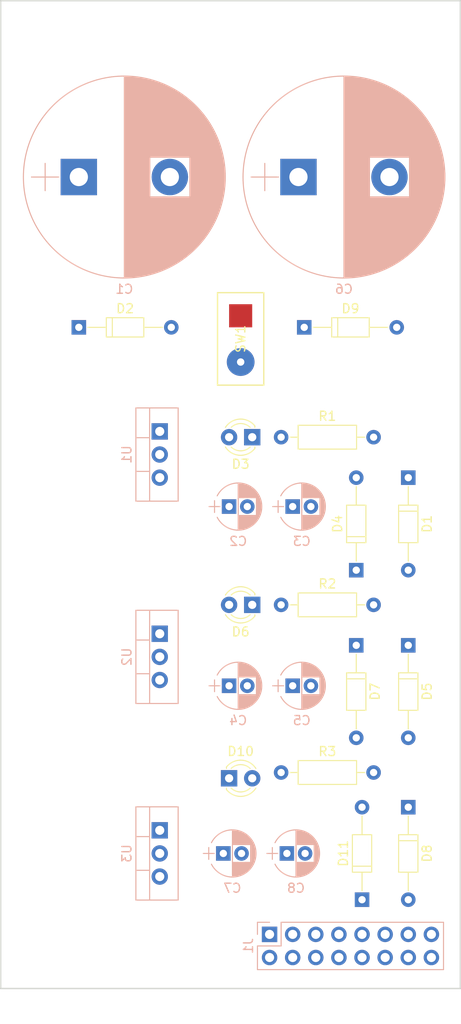
<source format=kicad_pcb>
(kicad_pcb (version 20171130) (host pcbnew "(5.0.0)")

  (general
    (thickness 1.6)
    (drawings 4)
    (tracks 0)
    (zones 0)
    (modules 27)
    (nets 17)
  )

  (page A4)
  (layers
    (0 F.Cu signal)
    (31 B.Cu signal)
    (32 B.Adhes user)
    (33 F.Adhes user)
    (34 B.Paste user)
    (35 F.Paste user)
    (36 B.SilkS user)
    (37 F.SilkS user)
    (38 B.Mask user)
    (39 F.Mask user)
    (40 Dwgs.User user)
    (41 Cmts.User user)
    (42 Eco1.User user)
    (43 Eco2.User user)
    (44 Edge.Cuts user)
    (45 Margin user)
    (46 B.CrtYd user)
    (47 F.CrtYd user)
    (48 B.Fab user)
    (49 F.Fab user)
  )

  (setup
    (last_trace_width 0.25)
    (trace_clearance 0.2)
    (zone_clearance 0.508)
    (zone_45_only no)
    (trace_min 0.2)
    (segment_width 0.2)
    (edge_width 0.15)
    (via_size 0.8)
    (via_drill 0.4)
    (via_min_size 0.4)
    (via_min_drill 0.3)
    (uvia_size 0.3)
    (uvia_drill 0.1)
    (uvias_allowed no)
    (uvia_min_size 0.2)
    (uvia_min_drill 0.1)
    (pcb_text_width 0.3)
    (pcb_text_size 1.5 1.5)
    (mod_edge_width 0.15)
    (mod_text_size 1 1)
    (mod_text_width 0.15)
    (pad_size 1.524 1.524)
    (pad_drill 0.762)
    (pad_to_mask_clearance 0.2)
    (aux_axis_origin 0 0)
    (visible_elements FFFFF77F)
    (pcbplotparams
      (layerselection 0x010fc_ffffffff)
      (usegerberextensions false)
      (usegerberattributes false)
      (usegerberadvancedattributes false)
      (creategerberjobfile false)
      (excludeedgelayer true)
      (linewidth 0.100000)
      (plotframeref false)
      (viasonmask false)
      (mode 1)
      (useauxorigin false)
      (hpglpennumber 1)
      (hpglpenspeed 20)
      (hpglpendiameter 15.000000)
      (psnegative false)
      (psa4output false)
      (plotreference true)
      (plotvalue true)
      (plotinvisibletext false)
      (padsonsilk false)
      (subtractmaskfromsilk false)
      (outputformat 1)
      (mirror false)
      (drillshape 1)
      (scaleselection 1)
      (outputdirectory ""))
  )

  (net 0 "")
  (net 1 +12V)
  (net 2 GND)
  (net 3 "Net-(C1-Pad1)")
  (net 4 "Net-(C6-Pad2)")
  (net 5 -12V)
  (net 6 "Net-(C5-Pad1)")
  (net 7 "Net-(D10-Pad2)")
  (net 8 "Net-(D6-Pad1)")
  (net 9 "Net-(D3-Pad1)")
  (net 10 +5V)
  (net 11 "Net-(J1-Pad4)")
  (net 12 "Net-(J1-Pad3)")
  (net 13 "Net-(J1-Pad2)")
  (net 14 "Net-(J1-Pad1)")
  (net 15 "Net-(D2-Pad2)")
  (net 16 +12VA)

  (net_class Default "This is the default net class."
    (clearance 0.2)
    (trace_width 0.25)
    (via_dia 0.8)
    (via_drill 0.4)
    (uvia_dia 0.3)
    (uvia_drill 0.1)
    (add_net +12V)
    (add_net +12VA)
    (add_net +5V)
    (add_net -12V)
    (add_net GND)
    (add_net "Net-(C1-Pad1)")
    (add_net "Net-(C5-Pad1)")
    (add_net "Net-(C6-Pad2)")
    (add_net "Net-(D10-Pad2)")
    (add_net "Net-(D2-Pad2)")
    (add_net "Net-(D3-Pad1)")
    (add_net "Net-(D6-Pad1)")
    (add_net "Net-(J1-Pad1)")
    (add_net "Net-(J1-Pad2)")
    (add_net "Net-(J1-Pad3)")
    (add_net "Net-(J1-Pad4)")
  )

  (module Capacitors_THT:CP_Radial_D5.0mm_P2.00mm (layer B.Cu) (tedit 597BC7C2) (tstamp 5BE305A1)
    (at 132.08 75.565)
    (descr "CP, Radial series, Radial, pin pitch=2.00mm, , diameter=5mm, Electrolytic Capacitor")
    (tags "CP Radial series Radial pin pitch 2.00mm  diameter 5mm Electrolytic Capacitor")
    (path /5BE0F412)
    (fp_text reference C3 (at 1 3.81) (layer B.SilkS)
      (effects (font (size 1 1) (thickness 0.15)) (justify mirror))
    )
    (fp_text value 1uF (at 1 -3.81) (layer B.Fab)
      (effects (font (size 1 1) (thickness 0.15)) (justify mirror))
    )
    (fp_text user %R (at 1 0) (layer B.Fab)
      (effects (font (size 1 1) (thickness 0.15)) (justify mirror))
    )
    (fp_line (start 3.85 2.85) (end -1.85 2.85) (layer B.CrtYd) (width 0.05))
    (fp_line (start 3.85 -2.85) (end 3.85 2.85) (layer B.CrtYd) (width 0.05))
    (fp_line (start -1.85 -2.85) (end 3.85 -2.85) (layer B.CrtYd) (width 0.05))
    (fp_line (start -1.85 2.85) (end -1.85 -2.85) (layer B.CrtYd) (width 0.05))
    (fp_line (start -1.6 0.65) (end -1.6 -0.65) (layer B.SilkS) (width 0.12))
    (fp_line (start -2.2 0) (end -1 0) (layer B.SilkS) (width 0.12))
    (fp_line (start 3.561 0.354) (end 3.561 -0.354) (layer B.SilkS) (width 0.12))
    (fp_line (start 3.521 0.559) (end 3.521 -0.559) (layer B.SilkS) (width 0.12))
    (fp_line (start 3.481 0.707) (end 3.481 -0.707) (layer B.SilkS) (width 0.12))
    (fp_line (start 3.441 0.829) (end 3.441 -0.829) (layer B.SilkS) (width 0.12))
    (fp_line (start 3.401 0.934) (end 3.401 -0.934) (layer B.SilkS) (width 0.12))
    (fp_line (start 3.361 1.028) (end 3.361 -1.028) (layer B.SilkS) (width 0.12))
    (fp_line (start 3.321 1.112) (end 3.321 -1.112) (layer B.SilkS) (width 0.12))
    (fp_line (start 3.281 1.189) (end 3.281 -1.189) (layer B.SilkS) (width 0.12))
    (fp_line (start 3.241 1.261) (end 3.241 -1.261) (layer B.SilkS) (width 0.12))
    (fp_line (start 3.201 1.327) (end 3.201 -1.327) (layer B.SilkS) (width 0.12))
    (fp_line (start 3.161 1.39) (end 3.161 -1.39) (layer B.SilkS) (width 0.12))
    (fp_line (start 3.121 1.448) (end 3.121 -1.448) (layer B.SilkS) (width 0.12))
    (fp_line (start 3.081 1.504) (end 3.081 -1.504) (layer B.SilkS) (width 0.12))
    (fp_line (start 3.041 1.556) (end 3.041 -1.556) (layer B.SilkS) (width 0.12))
    (fp_line (start 3.001 1.606) (end 3.001 -1.606) (layer B.SilkS) (width 0.12))
    (fp_line (start 2.961 -0.98) (end 2.961 -1.654) (layer B.SilkS) (width 0.12))
    (fp_line (start 2.961 1.654) (end 2.961 0.98) (layer B.SilkS) (width 0.12))
    (fp_line (start 2.921 -0.98) (end 2.921 -1.699) (layer B.SilkS) (width 0.12))
    (fp_line (start 2.921 1.699) (end 2.921 0.98) (layer B.SilkS) (width 0.12))
    (fp_line (start 2.881 -0.98) (end 2.881 -1.742) (layer B.SilkS) (width 0.12))
    (fp_line (start 2.881 1.742) (end 2.881 0.98) (layer B.SilkS) (width 0.12))
    (fp_line (start 2.841 -0.98) (end 2.841 -1.783) (layer B.SilkS) (width 0.12))
    (fp_line (start 2.841 1.783) (end 2.841 0.98) (layer B.SilkS) (width 0.12))
    (fp_line (start 2.801 -0.98) (end 2.801 -1.823) (layer B.SilkS) (width 0.12))
    (fp_line (start 2.801 1.823) (end 2.801 0.98) (layer B.SilkS) (width 0.12))
    (fp_line (start 2.761 -0.98) (end 2.761 -1.861) (layer B.SilkS) (width 0.12))
    (fp_line (start 2.761 1.861) (end 2.761 0.98) (layer B.SilkS) (width 0.12))
    (fp_line (start 2.721 -0.98) (end 2.721 -1.897) (layer B.SilkS) (width 0.12))
    (fp_line (start 2.721 1.897) (end 2.721 0.98) (layer B.SilkS) (width 0.12))
    (fp_line (start 2.681 -0.98) (end 2.681 -1.932) (layer B.SilkS) (width 0.12))
    (fp_line (start 2.681 1.932) (end 2.681 0.98) (layer B.SilkS) (width 0.12))
    (fp_line (start 2.641 -0.98) (end 2.641 -1.965) (layer B.SilkS) (width 0.12))
    (fp_line (start 2.641 1.965) (end 2.641 0.98) (layer B.SilkS) (width 0.12))
    (fp_line (start 2.601 -0.98) (end 2.601 -1.997) (layer B.SilkS) (width 0.12))
    (fp_line (start 2.601 1.997) (end 2.601 0.98) (layer B.SilkS) (width 0.12))
    (fp_line (start 2.561 -0.98) (end 2.561 -2.028) (layer B.SilkS) (width 0.12))
    (fp_line (start 2.561 2.028) (end 2.561 0.98) (layer B.SilkS) (width 0.12))
    (fp_line (start 2.521 -0.98) (end 2.521 -2.058) (layer B.SilkS) (width 0.12))
    (fp_line (start 2.521 2.058) (end 2.521 0.98) (layer B.SilkS) (width 0.12))
    (fp_line (start 2.481 -0.98) (end 2.481 -2.086) (layer B.SilkS) (width 0.12))
    (fp_line (start 2.481 2.086) (end 2.481 0.98) (layer B.SilkS) (width 0.12))
    (fp_line (start 2.441 -0.98) (end 2.441 -2.113) (layer B.SilkS) (width 0.12))
    (fp_line (start 2.441 2.113) (end 2.441 0.98) (layer B.SilkS) (width 0.12))
    (fp_line (start 2.401 -0.98) (end 2.401 -2.14) (layer B.SilkS) (width 0.12))
    (fp_line (start 2.401 2.14) (end 2.401 0.98) (layer B.SilkS) (width 0.12))
    (fp_line (start 2.361 -0.98) (end 2.361 -2.165) (layer B.SilkS) (width 0.12))
    (fp_line (start 2.361 2.165) (end 2.361 0.98) (layer B.SilkS) (width 0.12))
    (fp_line (start 2.321 -0.98) (end 2.321 -2.189) (layer B.SilkS) (width 0.12))
    (fp_line (start 2.321 2.189) (end 2.321 0.98) (layer B.SilkS) (width 0.12))
    (fp_line (start 2.281 -0.98) (end 2.281 -2.212) (layer B.SilkS) (width 0.12))
    (fp_line (start 2.281 2.212) (end 2.281 0.98) (layer B.SilkS) (width 0.12))
    (fp_line (start 2.241 -0.98) (end 2.241 -2.234) (layer B.SilkS) (width 0.12))
    (fp_line (start 2.241 2.234) (end 2.241 0.98) (layer B.SilkS) (width 0.12))
    (fp_line (start 2.201 -0.98) (end 2.201 -2.256) (layer B.SilkS) (width 0.12))
    (fp_line (start 2.201 2.256) (end 2.201 0.98) (layer B.SilkS) (width 0.12))
    (fp_line (start 2.161 -0.98) (end 2.161 -2.276) (layer B.SilkS) (width 0.12))
    (fp_line (start 2.161 2.276) (end 2.161 0.98) (layer B.SilkS) (width 0.12))
    (fp_line (start 2.121 -0.98) (end 2.121 -2.296) (layer B.SilkS) (width 0.12))
    (fp_line (start 2.121 2.296) (end 2.121 0.98) (layer B.SilkS) (width 0.12))
    (fp_line (start 2.081 -0.98) (end 2.081 -2.315) (layer B.SilkS) (width 0.12))
    (fp_line (start 2.081 2.315) (end 2.081 0.98) (layer B.SilkS) (width 0.12))
    (fp_line (start 2.041 -0.98) (end 2.041 -2.333) (layer B.SilkS) (width 0.12))
    (fp_line (start 2.041 2.333) (end 2.041 0.98) (layer B.SilkS) (width 0.12))
    (fp_line (start 2.001 -0.98) (end 2.001 -2.35) (layer B.SilkS) (width 0.12))
    (fp_line (start 2.001 2.35) (end 2.001 0.98) (layer B.SilkS) (width 0.12))
    (fp_line (start 1.961 -0.98) (end 1.961 -2.366) (layer B.SilkS) (width 0.12))
    (fp_line (start 1.961 2.366) (end 1.961 0.98) (layer B.SilkS) (width 0.12))
    (fp_line (start 1.921 -0.98) (end 1.921 -2.382) (layer B.SilkS) (width 0.12))
    (fp_line (start 1.921 2.382) (end 1.921 0.98) (layer B.SilkS) (width 0.12))
    (fp_line (start 1.881 -0.98) (end 1.881 -2.396) (layer B.SilkS) (width 0.12))
    (fp_line (start 1.881 2.396) (end 1.881 0.98) (layer B.SilkS) (width 0.12))
    (fp_line (start 1.841 -0.98) (end 1.841 -2.41) (layer B.SilkS) (width 0.12))
    (fp_line (start 1.841 2.41) (end 1.841 0.98) (layer B.SilkS) (width 0.12))
    (fp_line (start 1.801 -0.98) (end 1.801 -2.424) (layer B.SilkS) (width 0.12))
    (fp_line (start 1.801 2.424) (end 1.801 0.98) (layer B.SilkS) (width 0.12))
    (fp_line (start 1.761 -0.98) (end 1.761 -2.436) (layer B.SilkS) (width 0.12))
    (fp_line (start 1.761 2.436) (end 1.761 0.98) (layer B.SilkS) (width 0.12))
    (fp_line (start 1.721 -0.98) (end 1.721 -2.448) (layer B.SilkS) (width 0.12))
    (fp_line (start 1.721 2.448) (end 1.721 0.98) (layer B.SilkS) (width 0.12))
    (fp_line (start 1.68 -0.98) (end 1.68 -2.46) (layer B.SilkS) (width 0.12))
    (fp_line (start 1.68 2.46) (end 1.68 0.98) (layer B.SilkS) (width 0.12))
    (fp_line (start 1.64 -0.98) (end 1.64 -2.47) (layer B.SilkS) (width 0.12))
    (fp_line (start 1.64 2.47) (end 1.64 0.98) (layer B.SilkS) (width 0.12))
    (fp_line (start 1.6 -0.98) (end 1.6 -2.48) (layer B.SilkS) (width 0.12))
    (fp_line (start 1.6 2.48) (end 1.6 0.98) (layer B.SilkS) (width 0.12))
    (fp_line (start 1.56 -0.98) (end 1.56 -2.489) (layer B.SilkS) (width 0.12))
    (fp_line (start 1.56 2.489) (end 1.56 0.98) (layer B.SilkS) (width 0.12))
    (fp_line (start 1.52 -0.98) (end 1.52 -2.498) (layer B.SilkS) (width 0.12))
    (fp_line (start 1.52 2.498) (end 1.52 0.98) (layer B.SilkS) (width 0.12))
    (fp_line (start 1.48 -0.98) (end 1.48 -2.506) (layer B.SilkS) (width 0.12))
    (fp_line (start 1.48 2.506) (end 1.48 0.98) (layer B.SilkS) (width 0.12))
    (fp_line (start 1.44 -0.98) (end 1.44 -2.513) (layer B.SilkS) (width 0.12))
    (fp_line (start 1.44 2.513) (end 1.44 0.98) (layer B.SilkS) (width 0.12))
    (fp_line (start 1.4 -0.98) (end 1.4 -2.519) (layer B.SilkS) (width 0.12))
    (fp_line (start 1.4 2.519) (end 1.4 0.98) (layer B.SilkS) (width 0.12))
    (fp_line (start 1.36 -0.98) (end 1.36 -2.525) (layer B.SilkS) (width 0.12))
    (fp_line (start 1.36 2.525) (end 1.36 0.98) (layer B.SilkS) (width 0.12))
    (fp_line (start 1.32 -0.98) (end 1.32 -2.531) (layer B.SilkS) (width 0.12))
    (fp_line (start 1.32 2.531) (end 1.32 0.98) (layer B.SilkS) (width 0.12))
    (fp_line (start 1.28 -0.98) (end 1.28 -2.535) (layer B.SilkS) (width 0.12))
    (fp_line (start 1.28 2.535) (end 1.28 0.98) (layer B.SilkS) (width 0.12))
    (fp_line (start 1.24 -0.98) (end 1.24 -2.539) (layer B.SilkS) (width 0.12))
    (fp_line (start 1.24 2.539) (end 1.24 0.98) (layer B.SilkS) (width 0.12))
    (fp_line (start 1.2 -0.98) (end 1.2 -2.543) (layer B.SilkS) (width 0.12))
    (fp_line (start 1.2 2.543) (end 1.2 0.98) (layer B.SilkS) (width 0.12))
    (fp_line (start 1.16 -0.98) (end 1.16 -2.546) (layer B.SilkS) (width 0.12))
    (fp_line (start 1.16 2.546) (end 1.16 0.98) (layer B.SilkS) (width 0.12))
    (fp_line (start 1.12 -0.98) (end 1.12 -2.548) (layer B.SilkS) (width 0.12))
    (fp_line (start 1.12 2.548) (end 1.12 0.98) (layer B.SilkS) (width 0.12))
    (fp_line (start 1.08 -0.98) (end 1.08 -2.549) (layer B.SilkS) (width 0.12))
    (fp_line (start 1.08 2.549) (end 1.08 0.98) (layer B.SilkS) (width 0.12))
    (fp_line (start 1.04 -0.98) (end 1.04 -2.55) (layer B.SilkS) (width 0.12))
    (fp_line (start 1.04 2.55) (end 1.04 0.98) (layer B.SilkS) (width 0.12))
    (fp_line (start 1 2.55) (end 1 -2.55) (layer B.SilkS) (width 0.12))
    (fp_line (start -1.6 0.65) (end -1.6 -0.65) (layer B.Fab) (width 0.1))
    (fp_line (start -2.2 0) (end -1 0) (layer B.Fab) (width 0.1))
    (fp_circle (center 1 0) (end 3.5 0) (layer B.Fab) (width 0.1))
    (fp_arc (start 1 0) (end 3.30558 1.18) (angle -54.2) (layer B.SilkS) (width 0.12))
    (fp_arc (start 1 0) (end -1.30558 -1.18) (angle 125.8) (layer B.SilkS) (width 0.12))
    (fp_arc (start 1 0) (end -1.30558 1.18) (angle -125.8) (layer B.SilkS) (width 0.12))
    (pad 2 thru_hole circle (at 2 0) (size 1.6 1.6) (drill 0.8) (layers *.Cu *.Mask)
      (net 2 GND))
    (pad 1 thru_hole rect (at 0 0) (size 1.6 1.6) (drill 0.8) (layers *.Cu *.Mask)
      (net 1 +12V))
    (model ${KISYS3DMOD}/Capacitors_THT.3dshapes/CP_Radial_D5.0mm_P2.00mm.wrl
      (at (xyz 0 0 0))
      (scale (xyz 1 1 1))
      (rotate (xyz 0 0 0))
    )
  )

  (module Capacitors_THT:CP_Radial_D22.0mm_P10.00mm_SnapIn (layer B.Cu) (tedit 597BC7C2) (tstamp 5BE3094E)
    (at 132.715 39.37)
    (descr "CP, Radial series, Radial, pin pitch=10.00mm, , diameter=22mm, Electrolytic Capacitor, , http://www.vishay.com/docs/28342/058059pll-si.pdf")
    (tags "CP Radial series Radial pin pitch 10.00mm  diameter 22mm Electrolytic Capacitor")
    (path /5BE0EE85)
    (fp_text reference C6 (at 5 12.31) (layer B.SilkS)
      (effects (font (size 1 1) (thickness 0.15)) (justify mirror))
    )
    (fp_text value 10000uF (at 5 -12.31) (layer B.Fab)
      (effects (font (size 1 1) (thickness 0.15)) (justify mirror))
    )
    (fp_circle (center 5 0) (end 16 0) (layer B.Fab) (width 0.1))
    (fp_circle (center 5 0) (end 16.09 0) (layer B.SilkS) (width 0.12))
    (fp_line (start -5.2 0) (end -2.2 0) (layer B.Fab) (width 0.1))
    (fp_line (start -3.7 1.5) (end -3.7 -1.5) (layer B.Fab) (width 0.1))
    (fp_line (start 5 11.05) (end 5 -11.05) (layer B.SilkS) (width 0.12))
    (fp_line (start 5.04 11.05) (end 5.04 -11.05) (layer B.SilkS) (width 0.12))
    (fp_line (start 5.08 11.05) (end 5.08 -11.05) (layer B.SilkS) (width 0.12))
    (fp_line (start 5.12 11.05) (end 5.12 -11.05) (layer B.SilkS) (width 0.12))
    (fp_line (start 5.16 11.049) (end 5.16 -11.049) (layer B.SilkS) (width 0.12))
    (fp_line (start 5.2 11.049) (end 5.2 -11.049) (layer B.SilkS) (width 0.12))
    (fp_line (start 5.24 11.048) (end 5.24 -11.048) (layer B.SilkS) (width 0.12))
    (fp_line (start 5.28 11.047) (end 5.28 -11.047) (layer B.SilkS) (width 0.12))
    (fp_line (start 5.32 11.046) (end 5.32 -11.046) (layer B.SilkS) (width 0.12))
    (fp_line (start 5.36 11.045) (end 5.36 -11.045) (layer B.SilkS) (width 0.12))
    (fp_line (start 5.4 11.043) (end 5.4 -11.043) (layer B.SilkS) (width 0.12))
    (fp_line (start 5.44 11.042) (end 5.44 -11.042) (layer B.SilkS) (width 0.12))
    (fp_line (start 5.48 11.04) (end 5.48 -11.04) (layer B.SilkS) (width 0.12))
    (fp_line (start 5.52 11.038) (end 5.52 -11.038) (layer B.SilkS) (width 0.12))
    (fp_line (start 5.56 11.036) (end 5.56 -11.036) (layer B.SilkS) (width 0.12))
    (fp_line (start 5.6 11.034) (end 5.6 -11.034) (layer B.SilkS) (width 0.12))
    (fp_line (start 5.64 11.032) (end 5.64 -11.032) (layer B.SilkS) (width 0.12))
    (fp_line (start 5.68 11.03) (end 5.68 -11.03) (layer B.SilkS) (width 0.12))
    (fp_line (start 5.721 11.027) (end 5.721 -11.027) (layer B.SilkS) (width 0.12))
    (fp_line (start 5.761 11.024) (end 5.761 -11.024) (layer B.SilkS) (width 0.12))
    (fp_line (start 5.801 11.022) (end 5.801 -11.022) (layer B.SilkS) (width 0.12))
    (fp_line (start 5.841 11.019) (end 5.841 -11.019) (layer B.SilkS) (width 0.12))
    (fp_line (start 5.881 11.016) (end 5.881 -11.016) (layer B.SilkS) (width 0.12))
    (fp_line (start 5.921 11.012) (end 5.921 -11.012) (layer B.SilkS) (width 0.12))
    (fp_line (start 5.961 11.009) (end 5.961 -11.009) (layer B.SilkS) (width 0.12))
    (fp_line (start 6.001 11.005) (end 6.001 -11.005) (layer B.SilkS) (width 0.12))
    (fp_line (start 6.041 11.002) (end 6.041 -11.002) (layer B.SilkS) (width 0.12))
    (fp_line (start 6.081 10.998) (end 6.081 -10.998) (layer B.SilkS) (width 0.12))
    (fp_line (start 6.121 10.994) (end 6.121 -10.994) (layer B.SilkS) (width 0.12))
    (fp_line (start 6.161 10.99) (end 6.161 -10.99) (layer B.SilkS) (width 0.12))
    (fp_line (start 6.201 10.985) (end 6.201 -10.985) (layer B.SilkS) (width 0.12))
    (fp_line (start 6.241 10.981) (end 6.241 -10.981) (layer B.SilkS) (width 0.12))
    (fp_line (start 6.281 10.976) (end 6.281 -10.976) (layer B.SilkS) (width 0.12))
    (fp_line (start 6.321 10.972) (end 6.321 -10.972) (layer B.SilkS) (width 0.12))
    (fp_line (start 6.361 10.967) (end 6.361 -10.967) (layer B.SilkS) (width 0.12))
    (fp_line (start 6.401 10.962) (end 6.401 -10.962) (layer B.SilkS) (width 0.12))
    (fp_line (start 6.441 10.957) (end 6.441 -10.957) (layer B.SilkS) (width 0.12))
    (fp_line (start 6.481 10.951) (end 6.481 -10.951) (layer B.SilkS) (width 0.12))
    (fp_line (start 6.521 10.946) (end 6.521 -10.946) (layer B.SilkS) (width 0.12))
    (fp_line (start 6.561 10.94) (end 6.561 -10.94) (layer B.SilkS) (width 0.12))
    (fp_line (start 6.601 10.934) (end 6.601 -10.934) (layer B.SilkS) (width 0.12))
    (fp_line (start 6.641 10.929) (end 6.641 -10.929) (layer B.SilkS) (width 0.12))
    (fp_line (start 6.681 10.923) (end 6.681 -10.923) (layer B.SilkS) (width 0.12))
    (fp_line (start 6.721 10.916) (end 6.721 -10.916) (layer B.SilkS) (width 0.12))
    (fp_line (start 6.761 10.91) (end 6.761 -10.91) (layer B.SilkS) (width 0.12))
    (fp_line (start 6.801 10.903) (end 6.801 -10.903) (layer B.SilkS) (width 0.12))
    (fp_line (start 6.841 10.897) (end 6.841 -10.897) (layer B.SilkS) (width 0.12))
    (fp_line (start 6.881 10.89) (end 6.881 -10.89) (layer B.SilkS) (width 0.12))
    (fp_line (start 6.921 10.883) (end 6.921 -10.883) (layer B.SilkS) (width 0.12))
    (fp_line (start 6.961 10.876) (end 6.961 -10.876) (layer B.SilkS) (width 0.12))
    (fp_line (start 7.001 10.869) (end 7.001 -10.869) (layer B.SilkS) (width 0.12))
    (fp_line (start 7.041 10.861) (end 7.041 -10.861) (layer B.SilkS) (width 0.12))
    (fp_line (start 7.081 10.854) (end 7.081 -10.854) (layer B.SilkS) (width 0.12))
    (fp_line (start 7.121 10.846) (end 7.121 -10.846) (layer B.SilkS) (width 0.12))
    (fp_line (start 7.161 10.838) (end 7.161 -10.838) (layer B.SilkS) (width 0.12))
    (fp_line (start 7.201 10.83) (end 7.201 -10.83) (layer B.SilkS) (width 0.12))
    (fp_line (start 7.241 10.822) (end 7.241 -10.822) (layer B.SilkS) (width 0.12))
    (fp_line (start 7.281 10.814) (end 7.281 -10.814) (layer B.SilkS) (width 0.12))
    (fp_line (start 7.321 10.805) (end 7.321 -10.805) (layer B.SilkS) (width 0.12))
    (fp_line (start 7.361 10.796) (end 7.361 -10.796) (layer B.SilkS) (width 0.12))
    (fp_line (start 7.401 10.788) (end 7.401 -10.788) (layer B.SilkS) (width 0.12))
    (fp_line (start 7.441 10.779) (end 7.441 -10.779) (layer B.SilkS) (width 0.12))
    (fp_line (start 7.481 10.77) (end 7.481 -10.77) (layer B.SilkS) (width 0.12))
    (fp_line (start 7.521 10.76) (end 7.521 -10.76) (layer B.SilkS) (width 0.12))
    (fp_line (start 7.561 10.751) (end 7.561 -10.751) (layer B.SilkS) (width 0.12))
    (fp_line (start 7.601 10.741) (end 7.601 -10.741) (layer B.SilkS) (width 0.12))
    (fp_line (start 7.641 10.732) (end 7.641 -10.732) (layer B.SilkS) (width 0.12))
    (fp_line (start 7.681 10.722) (end 7.681 -10.722) (layer B.SilkS) (width 0.12))
    (fp_line (start 7.721 10.712) (end 7.721 -10.712) (layer B.SilkS) (width 0.12))
    (fp_line (start 7.761 10.702) (end 7.761 -10.702) (layer B.SilkS) (width 0.12))
    (fp_line (start 7.801 10.691) (end 7.801 -10.691) (layer B.SilkS) (width 0.12))
    (fp_line (start 7.841 10.681) (end 7.841 2.18) (layer B.SilkS) (width 0.12))
    (fp_line (start 7.841 -2.18) (end 7.841 -10.681) (layer B.SilkS) (width 0.12))
    (fp_line (start 7.881 10.67) (end 7.881 2.18) (layer B.SilkS) (width 0.12))
    (fp_line (start 7.881 -2.18) (end 7.881 -10.67) (layer B.SilkS) (width 0.12))
    (fp_line (start 7.921 10.659) (end 7.921 2.18) (layer B.SilkS) (width 0.12))
    (fp_line (start 7.921 -2.18) (end 7.921 -10.659) (layer B.SilkS) (width 0.12))
    (fp_line (start 7.961 10.648) (end 7.961 2.18) (layer B.SilkS) (width 0.12))
    (fp_line (start 7.961 -2.18) (end 7.961 -10.648) (layer B.SilkS) (width 0.12))
    (fp_line (start 8.001 10.637) (end 8.001 2.18) (layer B.SilkS) (width 0.12))
    (fp_line (start 8.001 -2.18) (end 8.001 -10.637) (layer B.SilkS) (width 0.12))
    (fp_line (start 8.041 10.626) (end 8.041 2.18) (layer B.SilkS) (width 0.12))
    (fp_line (start 8.041 -2.18) (end 8.041 -10.626) (layer B.SilkS) (width 0.12))
    (fp_line (start 8.081 10.614) (end 8.081 2.18) (layer B.SilkS) (width 0.12))
    (fp_line (start 8.081 -2.18) (end 8.081 -10.614) (layer B.SilkS) (width 0.12))
    (fp_line (start 8.121 10.603) (end 8.121 2.18) (layer B.SilkS) (width 0.12))
    (fp_line (start 8.121 -2.18) (end 8.121 -10.603) (layer B.SilkS) (width 0.12))
    (fp_line (start 8.161 10.591) (end 8.161 2.18) (layer B.SilkS) (width 0.12))
    (fp_line (start 8.161 -2.18) (end 8.161 -10.591) (layer B.SilkS) (width 0.12))
    (fp_line (start 8.201 10.579) (end 8.201 2.18) (layer B.SilkS) (width 0.12))
    (fp_line (start 8.201 -2.18) (end 8.201 -10.579) (layer B.SilkS) (width 0.12))
    (fp_line (start 8.241 10.567) (end 8.241 2.18) (layer B.SilkS) (width 0.12))
    (fp_line (start 8.241 -2.18) (end 8.241 -10.567) (layer B.SilkS) (width 0.12))
    (fp_line (start 8.281 10.554) (end 8.281 2.18) (layer B.SilkS) (width 0.12))
    (fp_line (start 8.281 -2.18) (end 8.281 -10.554) (layer B.SilkS) (width 0.12))
    (fp_line (start 8.321 10.542) (end 8.321 2.18) (layer B.SilkS) (width 0.12))
    (fp_line (start 8.321 -2.18) (end 8.321 -10.542) (layer B.SilkS) (width 0.12))
    (fp_line (start 8.361 10.529) (end 8.361 2.18) (layer B.SilkS) (width 0.12))
    (fp_line (start 8.361 -2.18) (end 8.361 -10.529) (layer B.SilkS) (width 0.12))
    (fp_line (start 8.401 10.516) (end 8.401 2.18) (layer B.SilkS) (width 0.12))
    (fp_line (start 8.401 -2.18) (end 8.401 -10.516) (layer B.SilkS) (width 0.12))
    (fp_line (start 8.441 10.503) (end 8.441 2.18) (layer B.SilkS) (width 0.12))
    (fp_line (start 8.441 -2.18) (end 8.441 -10.503) (layer B.SilkS) (width 0.12))
    (fp_line (start 8.481 10.49) (end 8.481 2.18) (layer B.SilkS) (width 0.12))
    (fp_line (start 8.481 -2.18) (end 8.481 -10.49) (layer B.SilkS) (width 0.12))
    (fp_line (start 8.521 10.477) (end 8.521 2.18) (layer B.SilkS) (width 0.12))
    (fp_line (start 8.521 -2.18) (end 8.521 -10.477) (layer B.SilkS) (width 0.12))
    (fp_line (start 8.561 10.464) (end 8.561 2.18) (layer B.SilkS) (width 0.12))
    (fp_line (start 8.561 -2.18) (end 8.561 -10.464) (layer B.SilkS) (width 0.12))
    (fp_line (start 8.601 10.45) (end 8.601 2.18) (layer B.SilkS) (width 0.12))
    (fp_line (start 8.601 -2.18) (end 8.601 -10.45) (layer B.SilkS) (width 0.12))
    (fp_line (start 8.641 10.436) (end 8.641 2.18) (layer B.SilkS) (width 0.12))
    (fp_line (start 8.641 -2.18) (end 8.641 -10.436) (layer B.SilkS) (width 0.12))
    (fp_line (start 8.681 10.422) (end 8.681 2.18) (layer B.SilkS) (width 0.12))
    (fp_line (start 8.681 -2.18) (end 8.681 -10.422) (layer B.SilkS) (width 0.12))
    (fp_line (start 8.721 10.408) (end 8.721 2.18) (layer B.SilkS) (width 0.12))
    (fp_line (start 8.721 -2.18) (end 8.721 -10.408) (layer B.SilkS) (width 0.12))
    (fp_line (start 8.761 10.394) (end 8.761 2.18) (layer B.SilkS) (width 0.12))
    (fp_line (start 8.761 -2.18) (end 8.761 -10.394) (layer B.SilkS) (width 0.12))
    (fp_line (start 8.801 10.379) (end 8.801 2.18) (layer B.SilkS) (width 0.12))
    (fp_line (start 8.801 -2.18) (end 8.801 -10.379) (layer B.SilkS) (width 0.12))
    (fp_line (start 8.841 10.364) (end 8.841 2.18) (layer B.SilkS) (width 0.12))
    (fp_line (start 8.841 -2.18) (end 8.841 -10.364) (layer B.SilkS) (width 0.12))
    (fp_line (start 8.881 10.35) (end 8.881 2.18) (layer B.SilkS) (width 0.12))
    (fp_line (start 8.881 -2.18) (end 8.881 -10.35) (layer B.SilkS) (width 0.12))
    (fp_line (start 8.921 10.335) (end 8.921 2.18) (layer B.SilkS) (width 0.12))
    (fp_line (start 8.921 -2.18) (end 8.921 -10.335) (layer B.SilkS) (width 0.12))
    (fp_line (start 8.961 10.319) (end 8.961 2.18) (layer B.SilkS) (width 0.12))
    (fp_line (start 8.961 -2.18) (end 8.961 -10.319) (layer B.SilkS) (width 0.12))
    (fp_line (start 9.001 10.304) (end 9.001 2.18) (layer B.SilkS) (width 0.12))
    (fp_line (start 9.001 -2.18) (end 9.001 -10.304) (layer B.SilkS) (width 0.12))
    (fp_line (start 9.041 10.288) (end 9.041 2.18) (layer B.SilkS) (width 0.12))
    (fp_line (start 9.041 -2.18) (end 9.041 -10.288) (layer B.SilkS) (width 0.12))
    (fp_line (start 9.081 10.273) (end 9.081 2.18) (layer B.SilkS) (width 0.12))
    (fp_line (start 9.081 -2.18) (end 9.081 -10.273) (layer B.SilkS) (width 0.12))
    (fp_line (start 9.121 10.257) (end 9.121 2.18) (layer B.SilkS) (width 0.12))
    (fp_line (start 9.121 -2.18) (end 9.121 -10.257) (layer B.SilkS) (width 0.12))
    (fp_line (start 9.161 10.241) (end 9.161 2.18) (layer B.SilkS) (width 0.12))
    (fp_line (start 9.161 -2.18) (end 9.161 -10.241) (layer B.SilkS) (width 0.12))
    (fp_line (start 9.201 10.224) (end 9.201 2.18) (layer B.SilkS) (width 0.12))
    (fp_line (start 9.201 -2.18) (end 9.201 -10.224) (layer B.SilkS) (width 0.12))
    (fp_line (start 9.241 10.208) (end 9.241 2.18) (layer B.SilkS) (width 0.12))
    (fp_line (start 9.241 -2.18) (end 9.241 -10.208) (layer B.SilkS) (width 0.12))
    (fp_line (start 9.281 10.191) (end 9.281 2.18) (layer B.SilkS) (width 0.12))
    (fp_line (start 9.281 -2.18) (end 9.281 -10.191) (layer B.SilkS) (width 0.12))
    (fp_line (start 9.321 10.174) (end 9.321 2.18) (layer B.SilkS) (width 0.12))
    (fp_line (start 9.321 -2.18) (end 9.321 -10.174) (layer B.SilkS) (width 0.12))
    (fp_line (start 9.361 10.157) (end 9.361 2.18) (layer B.SilkS) (width 0.12))
    (fp_line (start 9.361 -2.18) (end 9.361 -10.157) (layer B.SilkS) (width 0.12))
    (fp_line (start 9.401 10.14) (end 9.401 2.18) (layer B.SilkS) (width 0.12))
    (fp_line (start 9.401 -2.18) (end 9.401 -10.14) (layer B.SilkS) (width 0.12))
    (fp_line (start 9.441 10.123) (end 9.441 2.18) (layer B.SilkS) (width 0.12))
    (fp_line (start 9.441 -2.18) (end 9.441 -10.123) (layer B.SilkS) (width 0.12))
    (fp_line (start 9.481 10.105) (end 9.481 2.18) (layer B.SilkS) (width 0.12))
    (fp_line (start 9.481 -2.18) (end 9.481 -10.105) (layer B.SilkS) (width 0.12))
    (fp_line (start 9.521 10.088) (end 9.521 2.18) (layer B.SilkS) (width 0.12))
    (fp_line (start 9.521 -2.18) (end 9.521 -10.088) (layer B.SilkS) (width 0.12))
    (fp_line (start 9.561 10.07) (end 9.561 2.18) (layer B.SilkS) (width 0.12))
    (fp_line (start 9.561 -2.18) (end 9.561 -10.07) (layer B.SilkS) (width 0.12))
    (fp_line (start 9.601 10.051) (end 9.601 2.18) (layer B.SilkS) (width 0.12))
    (fp_line (start 9.601 -2.18) (end 9.601 -10.051) (layer B.SilkS) (width 0.12))
    (fp_line (start 9.641 10.033) (end 9.641 2.18) (layer B.SilkS) (width 0.12))
    (fp_line (start 9.641 -2.18) (end 9.641 -10.033) (layer B.SilkS) (width 0.12))
    (fp_line (start 9.681 10.015) (end 9.681 2.18) (layer B.SilkS) (width 0.12))
    (fp_line (start 9.681 -2.18) (end 9.681 -10.015) (layer B.SilkS) (width 0.12))
    (fp_line (start 9.721 9.996) (end 9.721 2.18) (layer B.SilkS) (width 0.12))
    (fp_line (start 9.721 -2.18) (end 9.721 -9.996) (layer B.SilkS) (width 0.12))
    (fp_line (start 9.761 9.977) (end 9.761 2.18) (layer B.SilkS) (width 0.12))
    (fp_line (start 9.761 -2.18) (end 9.761 -9.977) (layer B.SilkS) (width 0.12))
    (fp_line (start 9.801 9.958) (end 9.801 2.18) (layer B.SilkS) (width 0.12))
    (fp_line (start 9.801 -2.18) (end 9.801 -9.958) (layer B.SilkS) (width 0.12))
    (fp_line (start 9.841 9.939) (end 9.841 2.18) (layer B.SilkS) (width 0.12))
    (fp_line (start 9.841 -2.18) (end 9.841 -9.939) (layer B.SilkS) (width 0.12))
    (fp_line (start 9.881 9.919) (end 9.881 2.18) (layer B.SilkS) (width 0.12))
    (fp_line (start 9.881 -2.18) (end 9.881 -9.919) (layer B.SilkS) (width 0.12))
    (fp_line (start 9.921 9.899) (end 9.921 2.18) (layer B.SilkS) (width 0.12))
    (fp_line (start 9.921 -2.18) (end 9.921 -9.899) (layer B.SilkS) (width 0.12))
    (fp_line (start 9.961 9.879) (end 9.961 2.18) (layer B.SilkS) (width 0.12))
    (fp_line (start 9.961 -2.18) (end 9.961 -9.879) (layer B.SilkS) (width 0.12))
    (fp_line (start 10.001 9.859) (end 10.001 2.18) (layer B.SilkS) (width 0.12))
    (fp_line (start 10.001 -2.18) (end 10.001 -9.859) (layer B.SilkS) (width 0.12))
    (fp_line (start 10.041 9.839) (end 10.041 2.18) (layer B.SilkS) (width 0.12))
    (fp_line (start 10.041 -2.18) (end 10.041 -9.839) (layer B.SilkS) (width 0.12))
    (fp_line (start 10.081 9.819) (end 10.081 2.18) (layer B.SilkS) (width 0.12))
    (fp_line (start 10.081 -2.18) (end 10.081 -9.819) (layer B.SilkS) (width 0.12))
    (fp_line (start 10.121 9.798) (end 10.121 2.18) (layer B.SilkS) (width 0.12))
    (fp_line (start 10.121 -2.18) (end 10.121 -9.798) (layer B.SilkS) (width 0.12))
    (fp_line (start 10.161 9.777) (end 10.161 2.18) (layer B.SilkS) (width 0.12))
    (fp_line (start 10.161 -2.18) (end 10.161 -9.777) (layer B.SilkS) (width 0.12))
    (fp_line (start 10.201 9.756) (end 10.201 2.18) (layer B.SilkS) (width 0.12))
    (fp_line (start 10.201 -2.18) (end 10.201 -9.756) (layer B.SilkS) (width 0.12))
    (fp_line (start 10.241 9.734) (end 10.241 2.18) (layer B.SilkS) (width 0.12))
    (fp_line (start 10.241 -2.18) (end 10.241 -9.734) (layer B.SilkS) (width 0.12))
    (fp_line (start 10.281 9.713) (end 10.281 2.18) (layer B.SilkS) (width 0.12))
    (fp_line (start 10.281 -2.18) (end 10.281 -9.713) (layer B.SilkS) (width 0.12))
    (fp_line (start 10.321 9.691) (end 10.321 2.18) (layer B.SilkS) (width 0.12))
    (fp_line (start 10.321 -2.18) (end 10.321 -9.691) (layer B.SilkS) (width 0.12))
    (fp_line (start 10.361 9.669) (end 10.361 2.18) (layer B.SilkS) (width 0.12))
    (fp_line (start 10.361 -2.18) (end 10.361 -9.669) (layer B.SilkS) (width 0.12))
    (fp_line (start 10.401 9.647) (end 10.401 2.18) (layer B.SilkS) (width 0.12))
    (fp_line (start 10.401 -2.18) (end 10.401 -9.647) (layer B.SilkS) (width 0.12))
    (fp_line (start 10.441 9.625) (end 10.441 2.18) (layer B.SilkS) (width 0.12))
    (fp_line (start 10.441 -2.18) (end 10.441 -9.625) (layer B.SilkS) (width 0.12))
    (fp_line (start 10.481 9.602) (end 10.481 2.18) (layer B.SilkS) (width 0.12))
    (fp_line (start 10.481 -2.18) (end 10.481 -9.602) (layer B.SilkS) (width 0.12))
    (fp_line (start 10.521 9.579) (end 10.521 2.18) (layer B.SilkS) (width 0.12))
    (fp_line (start 10.521 -2.18) (end 10.521 -9.579) (layer B.SilkS) (width 0.12))
    (fp_line (start 10.561 9.556) (end 10.561 2.18) (layer B.SilkS) (width 0.12))
    (fp_line (start 10.561 -2.18) (end 10.561 -9.556) (layer B.SilkS) (width 0.12))
    (fp_line (start 10.601 9.533) (end 10.601 2.18) (layer B.SilkS) (width 0.12))
    (fp_line (start 10.601 -2.18) (end 10.601 -9.533) (layer B.SilkS) (width 0.12))
    (fp_line (start 10.641 9.509) (end 10.641 2.18) (layer B.SilkS) (width 0.12))
    (fp_line (start 10.641 -2.18) (end 10.641 -9.509) (layer B.SilkS) (width 0.12))
    (fp_line (start 10.681 9.486) (end 10.681 2.18) (layer B.SilkS) (width 0.12))
    (fp_line (start 10.681 -2.18) (end 10.681 -9.486) (layer B.SilkS) (width 0.12))
    (fp_line (start 10.721 9.462) (end 10.721 2.18) (layer B.SilkS) (width 0.12))
    (fp_line (start 10.721 -2.18) (end 10.721 -9.462) (layer B.SilkS) (width 0.12))
    (fp_line (start 10.761 9.437) (end 10.761 2.18) (layer B.SilkS) (width 0.12))
    (fp_line (start 10.761 -2.18) (end 10.761 -9.437) (layer B.SilkS) (width 0.12))
    (fp_line (start 10.801 9.413) (end 10.801 2.18) (layer B.SilkS) (width 0.12))
    (fp_line (start 10.801 -2.18) (end 10.801 -9.413) (layer B.SilkS) (width 0.12))
    (fp_line (start 10.841 9.388) (end 10.841 2.18) (layer B.SilkS) (width 0.12))
    (fp_line (start 10.841 -2.18) (end 10.841 -9.388) (layer B.SilkS) (width 0.12))
    (fp_line (start 10.881 9.363) (end 10.881 2.18) (layer B.SilkS) (width 0.12))
    (fp_line (start 10.881 -2.18) (end 10.881 -9.363) (layer B.SilkS) (width 0.12))
    (fp_line (start 10.921 9.338) (end 10.921 2.18) (layer B.SilkS) (width 0.12))
    (fp_line (start 10.921 -2.18) (end 10.921 -9.338) (layer B.SilkS) (width 0.12))
    (fp_line (start 10.961 9.313) (end 10.961 2.18) (layer B.SilkS) (width 0.12))
    (fp_line (start 10.961 -2.18) (end 10.961 -9.313) (layer B.SilkS) (width 0.12))
    (fp_line (start 11.001 9.287) (end 11.001 2.18) (layer B.SilkS) (width 0.12))
    (fp_line (start 11.001 -2.18) (end 11.001 -9.287) (layer B.SilkS) (width 0.12))
    (fp_line (start 11.041 9.261) (end 11.041 2.18) (layer B.SilkS) (width 0.12))
    (fp_line (start 11.041 -2.18) (end 11.041 -9.261) (layer B.SilkS) (width 0.12))
    (fp_line (start 11.081 9.235) (end 11.081 2.18) (layer B.SilkS) (width 0.12))
    (fp_line (start 11.081 -2.18) (end 11.081 -9.235) (layer B.SilkS) (width 0.12))
    (fp_line (start 11.121 9.209) (end 11.121 2.18) (layer B.SilkS) (width 0.12))
    (fp_line (start 11.121 -2.18) (end 11.121 -9.209) (layer B.SilkS) (width 0.12))
    (fp_line (start 11.161 9.182) (end 11.161 2.18) (layer B.SilkS) (width 0.12))
    (fp_line (start 11.161 -2.18) (end 11.161 -9.182) (layer B.SilkS) (width 0.12))
    (fp_line (start 11.201 9.156) (end 11.201 2.18) (layer B.SilkS) (width 0.12))
    (fp_line (start 11.201 -2.18) (end 11.201 -9.156) (layer B.SilkS) (width 0.12))
    (fp_line (start 11.241 9.128) (end 11.241 2.18) (layer B.SilkS) (width 0.12))
    (fp_line (start 11.241 -2.18) (end 11.241 -9.128) (layer B.SilkS) (width 0.12))
    (fp_line (start 11.281 9.101) (end 11.281 2.18) (layer B.SilkS) (width 0.12))
    (fp_line (start 11.281 -2.18) (end 11.281 -9.101) (layer B.SilkS) (width 0.12))
    (fp_line (start 11.321 9.073) (end 11.321 2.18) (layer B.SilkS) (width 0.12))
    (fp_line (start 11.321 -2.18) (end 11.321 -9.073) (layer B.SilkS) (width 0.12))
    (fp_line (start 11.361 9.046) (end 11.361 2.18) (layer B.SilkS) (width 0.12))
    (fp_line (start 11.361 -2.18) (end 11.361 -9.046) (layer B.SilkS) (width 0.12))
    (fp_line (start 11.401 9.017) (end 11.401 2.18) (layer B.SilkS) (width 0.12))
    (fp_line (start 11.401 -2.18) (end 11.401 -9.017) (layer B.SilkS) (width 0.12))
    (fp_line (start 11.441 8.989) (end 11.441 2.18) (layer B.SilkS) (width 0.12))
    (fp_line (start 11.441 -2.18) (end 11.441 -8.989) (layer B.SilkS) (width 0.12))
    (fp_line (start 11.481 8.96) (end 11.481 2.18) (layer B.SilkS) (width 0.12))
    (fp_line (start 11.481 -2.18) (end 11.481 -8.96) (layer B.SilkS) (width 0.12))
    (fp_line (start 11.521 8.931) (end 11.521 2.18) (layer B.SilkS) (width 0.12))
    (fp_line (start 11.521 -2.18) (end 11.521 -8.931) (layer B.SilkS) (width 0.12))
    (fp_line (start 11.561 8.902) (end 11.561 2.18) (layer B.SilkS) (width 0.12))
    (fp_line (start 11.561 -2.18) (end 11.561 -8.902) (layer B.SilkS) (width 0.12))
    (fp_line (start 11.601 8.873) (end 11.601 2.18) (layer B.SilkS) (width 0.12))
    (fp_line (start 11.601 -2.18) (end 11.601 -8.873) (layer B.SilkS) (width 0.12))
    (fp_line (start 11.641 8.843) (end 11.641 2.18) (layer B.SilkS) (width 0.12))
    (fp_line (start 11.641 -2.18) (end 11.641 -8.843) (layer B.SilkS) (width 0.12))
    (fp_line (start 11.681 8.813) (end 11.681 2.18) (layer B.SilkS) (width 0.12))
    (fp_line (start 11.681 -2.18) (end 11.681 -8.813) (layer B.SilkS) (width 0.12))
    (fp_line (start 11.721 8.783) (end 11.721 2.18) (layer B.SilkS) (width 0.12))
    (fp_line (start 11.721 -2.18) (end 11.721 -8.783) (layer B.SilkS) (width 0.12))
    (fp_line (start 11.761 8.752) (end 11.761 2.18) (layer B.SilkS) (width 0.12))
    (fp_line (start 11.761 -2.18) (end 11.761 -8.752) (layer B.SilkS) (width 0.12))
    (fp_line (start 11.801 8.721) (end 11.801 2.18) (layer B.SilkS) (width 0.12))
    (fp_line (start 11.801 -2.18) (end 11.801 -8.721) (layer B.SilkS) (width 0.12))
    (fp_line (start 11.841 8.69) (end 11.841 2.18) (layer B.SilkS) (width 0.12))
    (fp_line (start 11.841 -2.18) (end 11.841 -8.69) (layer B.SilkS) (width 0.12))
    (fp_line (start 11.881 8.658) (end 11.881 2.18) (layer B.SilkS) (width 0.12))
    (fp_line (start 11.881 -2.18) (end 11.881 -8.658) (layer B.SilkS) (width 0.12))
    (fp_line (start 11.921 8.627) (end 11.921 2.18) (layer B.SilkS) (width 0.12))
    (fp_line (start 11.921 -2.18) (end 11.921 -8.627) (layer B.SilkS) (width 0.12))
    (fp_line (start 11.961 8.595) (end 11.961 2.18) (layer B.SilkS) (width 0.12))
    (fp_line (start 11.961 -2.18) (end 11.961 -8.595) (layer B.SilkS) (width 0.12))
    (fp_line (start 12.001 8.562) (end 12.001 2.18) (layer B.SilkS) (width 0.12))
    (fp_line (start 12.001 -2.18) (end 12.001 -8.562) (layer B.SilkS) (width 0.12))
    (fp_line (start 12.041 8.529) (end 12.041 2.18) (layer B.SilkS) (width 0.12))
    (fp_line (start 12.041 -2.18) (end 12.041 -8.529) (layer B.SilkS) (width 0.12))
    (fp_line (start 12.081 8.496) (end 12.081 2.18) (layer B.SilkS) (width 0.12))
    (fp_line (start 12.081 -2.18) (end 12.081 -8.496) (layer B.SilkS) (width 0.12))
    (fp_line (start 12.121 8.463) (end 12.121 2.18) (layer B.SilkS) (width 0.12))
    (fp_line (start 12.121 -2.18) (end 12.121 -8.463) (layer B.SilkS) (width 0.12))
    (fp_line (start 12.161 8.429) (end 12.161 2.18) (layer B.SilkS) (width 0.12))
    (fp_line (start 12.161 -2.18) (end 12.161 -8.429) (layer B.SilkS) (width 0.12))
    (fp_line (start 12.201 8.395) (end 12.201 -8.395) (layer B.SilkS) (width 0.12))
    (fp_line (start 12.241 8.361) (end 12.241 -8.361) (layer B.SilkS) (width 0.12))
    (fp_line (start 12.281 8.326) (end 12.281 -8.326) (layer B.SilkS) (width 0.12))
    (fp_line (start 12.321 8.292) (end 12.321 -8.292) (layer B.SilkS) (width 0.12))
    (fp_line (start 12.361 8.256) (end 12.361 -8.256) (layer B.SilkS) (width 0.12))
    (fp_line (start 12.401 8.221) (end 12.401 -8.221) (layer B.SilkS) (width 0.12))
    (fp_line (start 12.441 8.185) (end 12.441 -8.185) (layer B.SilkS) (width 0.12))
    (fp_line (start 12.481 8.148) (end 12.481 -8.148) (layer B.SilkS) (width 0.12))
    (fp_line (start 12.521 8.111) (end 12.521 -8.111) (layer B.SilkS) (width 0.12))
    (fp_line (start 12.561 8.074) (end 12.561 -8.074) (layer B.SilkS) (width 0.12))
    (fp_line (start 12.601 8.037) (end 12.601 -8.037) (layer B.SilkS) (width 0.12))
    (fp_line (start 12.641 7.999) (end 12.641 -7.999) (layer B.SilkS) (width 0.12))
    (fp_line (start 12.681 7.961) (end 12.681 -7.961) (layer B.SilkS) (width 0.12))
    (fp_line (start 12.721 7.922) (end 12.721 -7.922) (layer B.SilkS) (width 0.12))
    (fp_line (start 12.761 7.883) (end 12.761 -7.883) (layer B.SilkS) (width 0.12))
    (fp_line (start 12.801 7.844) (end 12.801 -7.844) (layer B.SilkS) (width 0.12))
    (fp_line (start 12.841 7.804) (end 12.841 -7.804) (layer B.SilkS) (width 0.12))
    (fp_line (start 12.881 7.764) (end 12.881 -7.764) (layer B.SilkS) (width 0.12))
    (fp_line (start 12.921 7.723) (end 12.921 -7.723) (layer B.SilkS) (width 0.12))
    (fp_line (start 12.961 7.682) (end 12.961 -7.682) (layer B.SilkS) (width 0.12))
    (fp_line (start 13.001 7.641) (end 13.001 -7.641) (layer B.SilkS) (width 0.12))
    (fp_line (start 13.041 7.599) (end 13.041 -7.599) (layer B.SilkS) (width 0.12))
    (fp_line (start 13.081 7.557) (end 13.081 -7.557) (layer B.SilkS) (width 0.12))
    (fp_line (start 13.121 7.514) (end 13.121 -7.514) (layer B.SilkS) (width 0.12))
    (fp_line (start 13.161 7.471) (end 13.161 -7.471) (layer B.SilkS) (width 0.12))
    (fp_line (start 13.2 7.427) (end 13.2 -7.427) (layer B.SilkS) (width 0.12))
    (fp_line (start 13.24 7.383) (end 13.24 -7.383) (layer B.SilkS) (width 0.12))
    (fp_line (start 13.28 7.338) (end 13.28 -7.338) (layer B.SilkS) (width 0.12))
    (fp_line (start 13.32 7.293) (end 13.32 -7.293) (layer B.SilkS) (width 0.12))
    (fp_line (start 13.36 7.247) (end 13.36 -7.247) (layer B.SilkS) (width 0.12))
    (fp_line (start 13.4 7.201) (end 13.4 -7.201) (layer B.SilkS) (width 0.12))
    (fp_line (start 13.44 7.155) (end 13.44 -7.155) (layer B.SilkS) (width 0.12))
    (fp_line (start 13.48 7.107) (end 13.48 -7.107) (layer B.SilkS) (width 0.12))
    (fp_line (start 13.52 7.06) (end 13.52 -7.06) (layer B.SilkS) (width 0.12))
    (fp_line (start 13.56 7.011) (end 13.56 -7.011) (layer B.SilkS) (width 0.12))
    (fp_line (start 13.6 6.963) (end 13.6 -6.963) (layer B.SilkS) (width 0.12))
    (fp_line (start 13.64 6.913) (end 13.64 -6.913) (layer B.SilkS) (width 0.12))
    (fp_line (start 13.68 6.863) (end 13.68 -6.863) (layer B.SilkS) (width 0.12))
    (fp_line (start 13.72 6.812) (end 13.72 -6.812) (layer B.SilkS) (width 0.12))
    (fp_line (start 13.76 6.761) (end 13.76 -6.761) (layer B.SilkS) (width 0.12))
    (fp_line (start 13.8 6.709) (end 13.8 -6.709) (layer B.SilkS) (width 0.12))
    (fp_line (start 13.84 6.657) (end 13.84 -6.657) (layer B.SilkS) (width 0.12))
    (fp_line (start 13.88 6.604) (end 13.88 -6.604) (layer B.SilkS) (width 0.12))
    (fp_line (start 13.92 6.55) (end 13.92 -6.55) (layer B.SilkS) (width 0.12))
    (fp_line (start 13.96 6.496) (end 13.96 -6.496) (layer B.SilkS) (width 0.12))
    (fp_line (start 14 6.44) (end 14 -6.44) (layer B.SilkS) (width 0.12))
    (fp_line (start 14.04 6.384) (end 14.04 -6.384) (layer B.SilkS) (width 0.12))
    (fp_line (start 14.08 6.328) (end 14.08 -6.328) (layer B.SilkS) (width 0.12))
    (fp_line (start 14.12 6.27) (end 14.12 -6.27) (layer B.SilkS) (width 0.12))
    (fp_line (start 14.16 6.212) (end 14.16 -6.212) (layer B.SilkS) (width 0.12))
    (fp_line (start 14.2 6.153) (end 14.2 -6.153) (layer B.SilkS) (width 0.12))
    (fp_line (start 14.24 6.093) (end 14.24 -6.093) (layer B.SilkS) (width 0.12))
    (fp_line (start 14.28 6.033) (end 14.28 -6.033) (layer B.SilkS) (width 0.12))
    (fp_line (start 14.32 5.971) (end 14.32 -5.971) (layer B.SilkS) (width 0.12))
    (fp_line (start 14.36 5.908) (end 14.36 -5.908) (layer B.SilkS) (width 0.12))
    (fp_line (start 14.4 5.845) (end 14.4 -5.845) (layer B.SilkS) (width 0.12))
    (fp_line (start 14.44 5.781) (end 14.44 -5.781) (layer B.SilkS) (width 0.12))
    (fp_line (start 14.48 5.715) (end 14.48 -5.715) (layer B.SilkS) (width 0.12))
    (fp_line (start 14.52 5.649) (end 14.52 -5.649) (layer B.SilkS) (width 0.12))
    (fp_line (start 14.56 5.581) (end 14.56 -5.581) (layer B.SilkS) (width 0.12))
    (fp_line (start 14.6 5.513) (end 14.6 -5.513) (layer B.SilkS) (width 0.12))
    (fp_line (start 14.64 5.443) (end 14.64 -5.443) (layer B.SilkS) (width 0.12))
    (fp_line (start 14.68 5.372) (end 14.68 -5.372) (layer B.SilkS) (width 0.12))
    (fp_line (start 14.72 5.3) (end 14.72 -5.3) (layer B.SilkS) (width 0.12))
    (fp_line (start 14.76 5.226) (end 14.76 -5.226) (layer B.SilkS) (width 0.12))
    (fp_line (start 14.8 5.152) (end 14.8 -5.152) (layer B.SilkS) (width 0.12))
    (fp_line (start 14.84 5.075) (end 14.84 -5.075) (layer B.SilkS) (width 0.12))
    (fp_line (start 14.88 4.998) (end 14.88 -4.998) (layer B.SilkS) (width 0.12))
    (fp_line (start 14.92 4.918) (end 14.92 -4.918) (layer B.SilkS) (width 0.12))
    (fp_line (start 14.96 4.838) (end 14.96 -4.838) (layer B.SilkS) (width 0.12))
    (fp_line (start 15 4.755) (end 15 -4.755) (layer B.SilkS) (width 0.12))
    (fp_line (start 15.04 4.671) (end 15.04 -4.671) (layer B.SilkS) (width 0.12))
    (fp_line (start 15.08 4.585) (end 15.08 -4.585) (layer B.SilkS) (width 0.12))
    (fp_line (start 15.12 4.496) (end 15.12 -4.496) (layer B.SilkS) (width 0.12))
    (fp_line (start 15.16 4.406) (end 15.16 -4.406) (layer B.SilkS) (width 0.12))
    (fp_line (start 15.2 4.313) (end 15.2 -4.313) (layer B.SilkS) (width 0.12))
    (fp_line (start 15.24 4.218) (end 15.24 -4.218) (layer B.SilkS) (width 0.12))
    (fp_line (start 15.28 4.121) (end 15.28 -4.121) (layer B.SilkS) (width 0.12))
    (fp_line (start 15.32 4.021) (end 15.32 -4.021) (layer B.SilkS) (width 0.12))
    (fp_line (start 15.36 3.918) (end 15.36 -3.918) (layer B.SilkS) (width 0.12))
    (fp_line (start 15.4 3.811) (end 15.4 -3.811) (layer B.SilkS) (width 0.12))
    (fp_line (start 15.44 3.701) (end 15.44 -3.701) (layer B.SilkS) (width 0.12))
    (fp_line (start 15.48 3.588) (end 15.48 -3.588) (layer B.SilkS) (width 0.12))
    (fp_line (start 15.52 3.47) (end 15.52 -3.47) (layer B.SilkS) (width 0.12))
    (fp_line (start 15.56 3.348) (end 15.56 -3.348) (layer B.SilkS) (width 0.12))
    (fp_line (start 15.6 3.221) (end 15.6 -3.221) (layer B.SilkS) (width 0.12))
    (fp_line (start 15.64 3.088) (end 15.64 -3.088) (layer B.SilkS) (width 0.12))
    (fp_line (start 15.68 2.948) (end 15.68 -2.948) (layer B.SilkS) (width 0.12))
    (fp_line (start 15.72 2.801) (end 15.72 -2.801) (layer B.SilkS) (width 0.12))
    (fp_line (start 15.76 2.646) (end 15.76 -2.646) (layer B.SilkS) (width 0.12))
    (fp_line (start 15.8 2.48) (end 15.8 -2.48) (layer B.SilkS) (width 0.12))
    (fp_line (start 15.84 2.302) (end 15.84 -2.302) (layer B.SilkS) (width 0.12))
    (fp_line (start 15.88 2.108) (end 15.88 -2.108) (layer B.SilkS) (width 0.12))
    (fp_line (start 15.92 1.895) (end 15.92 -1.895) (layer B.SilkS) (width 0.12))
    (fp_line (start 15.96 1.654) (end 15.96 -1.654) (layer B.SilkS) (width 0.12))
    (fp_line (start 16 1.371) (end 16 -1.371) (layer B.SilkS) (width 0.12))
    (fp_line (start 16.04 1.012) (end 16.04 -1.012) (layer B.SilkS) (width 0.12))
    (fp_line (start 16.08 0.431) (end 16.08 -0.431) (layer B.SilkS) (width 0.12))
    (fp_line (start -5.2 0) (end -2.2 0) (layer B.SilkS) (width 0.12))
    (fp_line (start -3.7 1.5) (end -3.7 -1.5) (layer B.SilkS) (width 0.12))
    (fp_line (start -6.35 11.35) (end -6.35 -11.35) (layer B.CrtYd) (width 0.05))
    (fp_line (start -6.35 -11.35) (end 16.35 -11.35) (layer B.CrtYd) (width 0.05))
    (fp_line (start 16.35 -11.35) (end 16.35 11.35) (layer B.CrtYd) (width 0.05))
    (fp_line (start 16.35 11.35) (end -6.35 11.35) (layer B.CrtYd) (width 0.05))
    (fp_text user %R (at 5 0) (layer B.Fab)
      (effects (font (size 1 1) (thickness 0.15)) (justify mirror))
    )
    (pad 1 thru_hole rect (at 0 0) (size 4 4) (drill 2) (layers *.Cu *.Mask)
      (net 2 GND))
    (pad 2 thru_hole circle (at 10 0) (size 4 4) (drill 2) (layers *.Cu *.Mask)
      (net 4 "Net-(C6-Pad2)"))
    (model ${KISYS3DMOD}/Capacitors_THT.3dshapes/CP_Radial_D22.0mm_P10.00mm_SnapIn.wrl
      (at (xyz 0 0 0))
      (scale (xyz 1 1 1))
      (rotate (xyz 0 0 0))
    )
  )

  (module Capacitors_THT:CP_Radial_D22.0mm_P10.00mm_SnapIn (layer B.Cu) (tedit 597BC7C2) (tstamp 5BE307BA)
    (at 108.585 39.37)
    (descr "CP, Radial series, Radial, pin pitch=10.00mm, , diameter=22mm, Electrolytic Capacitor, , http://www.vishay.com/docs/28342/058059pll-si.pdf")
    (tags "CP Radial series Radial pin pitch 10.00mm  diameter 22mm Electrolytic Capacitor")
    (path /5BE0EDF5)
    (fp_text reference C1 (at 5 12.31) (layer B.SilkS)
      (effects (font (size 1 1) (thickness 0.15)) (justify mirror))
    )
    (fp_text value 10000uF (at 5 -12.31) (layer B.Fab)
      (effects (font (size 1 1) (thickness 0.15)) (justify mirror))
    )
    (fp_text user %R (at 5 0) (layer B.Fab)
      (effects (font (size 1 1) (thickness 0.15)) (justify mirror))
    )
    (fp_line (start 16.35 11.35) (end -6.35 11.35) (layer B.CrtYd) (width 0.05))
    (fp_line (start 16.35 -11.35) (end 16.35 11.35) (layer B.CrtYd) (width 0.05))
    (fp_line (start -6.35 -11.35) (end 16.35 -11.35) (layer B.CrtYd) (width 0.05))
    (fp_line (start -6.35 11.35) (end -6.35 -11.35) (layer B.CrtYd) (width 0.05))
    (fp_line (start -3.7 1.5) (end -3.7 -1.5) (layer B.SilkS) (width 0.12))
    (fp_line (start -5.2 0) (end -2.2 0) (layer B.SilkS) (width 0.12))
    (fp_line (start 16.08 0.431) (end 16.08 -0.431) (layer B.SilkS) (width 0.12))
    (fp_line (start 16.04 1.012) (end 16.04 -1.012) (layer B.SilkS) (width 0.12))
    (fp_line (start 16 1.371) (end 16 -1.371) (layer B.SilkS) (width 0.12))
    (fp_line (start 15.96 1.654) (end 15.96 -1.654) (layer B.SilkS) (width 0.12))
    (fp_line (start 15.92 1.895) (end 15.92 -1.895) (layer B.SilkS) (width 0.12))
    (fp_line (start 15.88 2.108) (end 15.88 -2.108) (layer B.SilkS) (width 0.12))
    (fp_line (start 15.84 2.302) (end 15.84 -2.302) (layer B.SilkS) (width 0.12))
    (fp_line (start 15.8 2.48) (end 15.8 -2.48) (layer B.SilkS) (width 0.12))
    (fp_line (start 15.76 2.646) (end 15.76 -2.646) (layer B.SilkS) (width 0.12))
    (fp_line (start 15.72 2.801) (end 15.72 -2.801) (layer B.SilkS) (width 0.12))
    (fp_line (start 15.68 2.948) (end 15.68 -2.948) (layer B.SilkS) (width 0.12))
    (fp_line (start 15.64 3.088) (end 15.64 -3.088) (layer B.SilkS) (width 0.12))
    (fp_line (start 15.6 3.221) (end 15.6 -3.221) (layer B.SilkS) (width 0.12))
    (fp_line (start 15.56 3.348) (end 15.56 -3.348) (layer B.SilkS) (width 0.12))
    (fp_line (start 15.52 3.47) (end 15.52 -3.47) (layer B.SilkS) (width 0.12))
    (fp_line (start 15.48 3.588) (end 15.48 -3.588) (layer B.SilkS) (width 0.12))
    (fp_line (start 15.44 3.701) (end 15.44 -3.701) (layer B.SilkS) (width 0.12))
    (fp_line (start 15.4 3.811) (end 15.4 -3.811) (layer B.SilkS) (width 0.12))
    (fp_line (start 15.36 3.918) (end 15.36 -3.918) (layer B.SilkS) (width 0.12))
    (fp_line (start 15.32 4.021) (end 15.32 -4.021) (layer B.SilkS) (width 0.12))
    (fp_line (start 15.28 4.121) (end 15.28 -4.121) (layer B.SilkS) (width 0.12))
    (fp_line (start 15.24 4.218) (end 15.24 -4.218) (layer B.SilkS) (width 0.12))
    (fp_line (start 15.2 4.313) (end 15.2 -4.313) (layer B.SilkS) (width 0.12))
    (fp_line (start 15.16 4.406) (end 15.16 -4.406) (layer B.SilkS) (width 0.12))
    (fp_line (start 15.12 4.496) (end 15.12 -4.496) (layer B.SilkS) (width 0.12))
    (fp_line (start 15.08 4.585) (end 15.08 -4.585) (layer B.SilkS) (width 0.12))
    (fp_line (start 15.04 4.671) (end 15.04 -4.671) (layer B.SilkS) (width 0.12))
    (fp_line (start 15 4.755) (end 15 -4.755) (layer B.SilkS) (width 0.12))
    (fp_line (start 14.96 4.838) (end 14.96 -4.838) (layer B.SilkS) (width 0.12))
    (fp_line (start 14.92 4.918) (end 14.92 -4.918) (layer B.SilkS) (width 0.12))
    (fp_line (start 14.88 4.998) (end 14.88 -4.998) (layer B.SilkS) (width 0.12))
    (fp_line (start 14.84 5.075) (end 14.84 -5.075) (layer B.SilkS) (width 0.12))
    (fp_line (start 14.8 5.152) (end 14.8 -5.152) (layer B.SilkS) (width 0.12))
    (fp_line (start 14.76 5.226) (end 14.76 -5.226) (layer B.SilkS) (width 0.12))
    (fp_line (start 14.72 5.3) (end 14.72 -5.3) (layer B.SilkS) (width 0.12))
    (fp_line (start 14.68 5.372) (end 14.68 -5.372) (layer B.SilkS) (width 0.12))
    (fp_line (start 14.64 5.443) (end 14.64 -5.443) (layer B.SilkS) (width 0.12))
    (fp_line (start 14.6 5.513) (end 14.6 -5.513) (layer B.SilkS) (width 0.12))
    (fp_line (start 14.56 5.581) (end 14.56 -5.581) (layer B.SilkS) (width 0.12))
    (fp_line (start 14.52 5.649) (end 14.52 -5.649) (layer B.SilkS) (width 0.12))
    (fp_line (start 14.48 5.715) (end 14.48 -5.715) (layer B.SilkS) (width 0.12))
    (fp_line (start 14.44 5.781) (end 14.44 -5.781) (layer B.SilkS) (width 0.12))
    (fp_line (start 14.4 5.845) (end 14.4 -5.845) (layer B.SilkS) (width 0.12))
    (fp_line (start 14.36 5.908) (end 14.36 -5.908) (layer B.SilkS) (width 0.12))
    (fp_line (start 14.32 5.971) (end 14.32 -5.971) (layer B.SilkS) (width 0.12))
    (fp_line (start 14.28 6.033) (end 14.28 -6.033) (layer B.SilkS) (width 0.12))
    (fp_line (start 14.24 6.093) (end 14.24 -6.093) (layer B.SilkS) (width 0.12))
    (fp_line (start 14.2 6.153) (end 14.2 -6.153) (layer B.SilkS) (width 0.12))
    (fp_line (start 14.16 6.212) (end 14.16 -6.212) (layer B.SilkS) (width 0.12))
    (fp_line (start 14.12 6.27) (end 14.12 -6.27) (layer B.SilkS) (width 0.12))
    (fp_line (start 14.08 6.328) (end 14.08 -6.328) (layer B.SilkS) (width 0.12))
    (fp_line (start 14.04 6.384) (end 14.04 -6.384) (layer B.SilkS) (width 0.12))
    (fp_line (start 14 6.44) (end 14 -6.44) (layer B.SilkS) (width 0.12))
    (fp_line (start 13.96 6.496) (end 13.96 -6.496) (layer B.SilkS) (width 0.12))
    (fp_line (start 13.92 6.55) (end 13.92 -6.55) (layer B.SilkS) (width 0.12))
    (fp_line (start 13.88 6.604) (end 13.88 -6.604) (layer B.SilkS) (width 0.12))
    (fp_line (start 13.84 6.657) (end 13.84 -6.657) (layer B.SilkS) (width 0.12))
    (fp_line (start 13.8 6.709) (end 13.8 -6.709) (layer B.SilkS) (width 0.12))
    (fp_line (start 13.76 6.761) (end 13.76 -6.761) (layer B.SilkS) (width 0.12))
    (fp_line (start 13.72 6.812) (end 13.72 -6.812) (layer B.SilkS) (width 0.12))
    (fp_line (start 13.68 6.863) (end 13.68 -6.863) (layer B.SilkS) (width 0.12))
    (fp_line (start 13.64 6.913) (end 13.64 -6.913) (layer B.SilkS) (width 0.12))
    (fp_line (start 13.6 6.963) (end 13.6 -6.963) (layer B.SilkS) (width 0.12))
    (fp_line (start 13.56 7.011) (end 13.56 -7.011) (layer B.SilkS) (width 0.12))
    (fp_line (start 13.52 7.06) (end 13.52 -7.06) (layer B.SilkS) (width 0.12))
    (fp_line (start 13.48 7.107) (end 13.48 -7.107) (layer B.SilkS) (width 0.12))
    (fp_line (start 13.44 7.155) (end 13.44 -7.155) (layer B.SilkS) (width 0.12))
    (fp_line (start 13.4 7.201) (end 13.4 -7.201) (layer B.SilkS) (width 0.12))
    (fp_line (start 13.36 7.247) (end 13.36 -7.247) (layer B.SilkS) (width 0.12))
    (fp_line (start 13.32 7.293) (end 13.32 -7.293) (layer B.SilkS) (width 0.12))
    (fp_line (start 13.28 7.338) (end 13.28 -7.338) (layer B.SilkS) (width 0.12))
    (fp_line (start 13.24 7.383) (end 13.24 -7.383) (layer B.SilkS) (width 0.12))
    (fp_line (start 13.2 7.427) (end 13.2 -7.427) (layer B.SilkS) (width 0.12))
    (fp_line (start 13.161 7.471) (end 13.161 -7.471) (layer B.SilkS) (width 0.12))
    (fp_line (start 13.121 7.514) (end 13.121 -7.514) (layer B.SilkS) (width 0.12))
    (fp_line (start 13.081 7.557) (end 13.081 -7.557) (layer B.SilkS) (width 0.12))
    (fp_line (start 13.041 7.599) (end 13.041 -7.599) (layer B.SilkS) (width 0.12))
    (fp_line (start 13.001 7.641) (end 13.001 -7.641) (layer B.SilkS) (width 0.12))
    (fp_line (start 12.961 7.682) (end 12.961 -7.682) (layer B.SilkS) (width 0.12))
    (fp_line (start 12.921 7.723) (end 12.921 -7.723) (layer B.SilkS) (width 0.12))
    (fp_line (start 12.881 7.764) (end 12.881 -7.764) (layer B.SilkS) (width 0.12))
    (fp_line (start 12.841 7.804) (end 12.841 -7.804) (layer B.SilkS) (width 0.12))
    (fp_line (start 12.801 7.844) (end 12.801 -7.844) (layer B.SilkS) (width 0.12))
    (fp_line (start 12.761 7.883) (end 12.761 -7.883) (layer B.SilkS) (width 0.12))
    (fp_line (start 12.721 7.922) (end 12.721 -7.922) (layer B.SilkS) (width 0.12))
    (fp_line (start 12.681 7.961) (end 12.681 -7.961) (layer B.SilkS) (width 0.12))
    (fp_line (start 12.641 7.999) (end 12.641 -7.999) (layer B.SilkS) (width 0.12))
    (fp_line (start 12.601 8.037) (end 12.601 -8.037) (layer B.SilkS) (width 0.12))
    (fp_line (start 12.561 8.074) (end 12.561 -8.074) (layer B.SilkS) (width 0.12))
    (fp_line (start 12.521 8.111) (end 12.521 -8.111) (layer B.SilkS) (width 0.12))
    (fp_line (start 12.481 8.148) (end 12.481 -8.148) (layer B.SilkS) (width 0.12))
    (fp_line (start 12.441 8.185) (end 12.441 -8.185) (layer B.SilkS) (width 0.12))
    (fp_line (start 12.401 8.221) (end 12.401 -8.221) (layer B.SilkS) (width 0.12))
    (fp_line (start 12.361 8.256) (end 12.361 -8.256) (layer B.SilkS) (width 0.12))
    (fp_line (start 12.321 8.292) (end 12.321 -8.292) (layer B.SilkS) (width 0.12))
    (fp_line (start 12.281 8.326) (end 12.281 -8.326) (layer B.SilkS) (width 0.12))
    (fp_line (start 12.241 8.361) (end 12.241 -8.361) (layer B.SilkS) (width 0.12))
    (fp_line (start 12.201 8.395) (end 12.201 -8.395) (layer B.SilkS) (width 0.12))
    (fp_line (start 12.161 -2.18) (end 12.161 -8.429) (layer B.SilkS) (width 0.12))
    (fp_line (start 12.161 8.429) (end 12.161 2.18) (layer B.SilkS) (width 0.12))
    (fp_line (start 12.121 -2.18) (end 12.121 -8.463) (layer B.SilkS) (width 0.12))
    (fp_line (start 12.121 8.463) (end 12.121 2.18) (layer B.SilkS) (width 0.12))
    (fp_line (start 12.081 -2.18) (end 12.081 -8.496) (layer B.SilkS) (width 0.12))
    (fp_line (start 12.081 8.496) (end 12.081 2.18) (layer B.SilkS) (width 0.12))
    (fp_line (start 12.041 -2.18) (end 12.041 -8.529) (layer B.SilkS) (width 0.12))
    (fp_line (start 12.041 8.529) (end 12.041 2.18) (layer B.SilkS) (width 0.12))
    (fp_line (start 12.001 -2.18) (end 12.001 -8.562) (layer B.SilkS) (width 0.12))
    (fp_line (start 12.001 8.562) (end 12.001 2.18) (layer B.SilkS) (width 0.12))
    (fp_line (start 11.961 -2.18) (end 11.961 -8.595) (layer B.SilkS) (width 0.12))
    (fp_line (start 11.961 8.595) (end 11.961 2.18) (layer B.SilkS) (width 0.12))
    (fp_line (start 11.921 -2.18) (end 11.921 -8.627) (layer B.SilkS) (width 0.12))
    (fp_line (start 11.921 8.627) (end 11.921 2.18) (layer B.SilkS) (width 0.12))
    (fp_line (start 11.881 -2.18) (end 11.881 -8.658) (layer B.SilkS) (width 0.12))
    (fp_line (start 11.881 8.658) (end 11.881 2.18) (layer B.SilkS) (width 0.12))
    (fp_line (start 11.841 -2.18) (end 11.841 -8.69) (layer B.SilkS) (width 0.12))
    (fp_line (start 11.841 8.69) (end 11.841 2.18) (layer B.SilkS) (width 0.12))
    (fp_line (start 11.801 -2.18) (end 11.801 -8.721) (layer B.SilkS) (width 0.12))
    (fp_line (start 11.801 8.721) (end 11.801 2.18) (layer B.SilkS) (width 0.12))
    (fp_line (start 11.761 -2.18) (end 11.761 -8.752) (layer B.SilkS) (width 0.12))
    (fp_line (start 11.761 8.752) (end 11.761 2.18) (layer B.SilkS) (width 0.12))
    (fp_line (start 11.721 -2.18) (end 11.721 -8.783) (layer B.SilkS) (width 0.12))
    (fp_line (start 11.721 8.783) (end 11.721 2.18) (layer B.SilkS) (width 0.12))
    (fp_line (start 11.681 -2.18) (end 11.681 -8.813) (layer B.SilkS) (width 0.12))
    (fp_line (start 11.681 8.813) (end 11.681 2.18) (layer B.SilkS) (width 0.12))
    (fp_line (start 11.641 -2.18) (end 11.641 -8.843) (layer B.SilkS) (width 0.12))
    (fp_line (start 11.641 8.843) (end 11.641 2.18) (layer B.SilkS) (width 0.12))
    (fp_line (start 11.601 -2.18) (end 11.601 -8.873) (layer B.SilkS) (width 0.12))
    (fp_line (start 11.601 8.873) (end 11.601 2.18) (layer B.SilkS) (width 0.12))
    (fp_line (start 11.561 -2.18) (end 11.561 -8.902) (layer B.SilkS) (width 0.12))
    (fp_line (start 11.561 8.902) (end 11.561 2.18) (layer B.SilkS) (width 0.12))
    (fp_line (start 11.521 -2.18) (end 11.521 -8.931) (layer B.SilkS) (width 0.12))
    (fp_line (start 11.521 8.931) (end 11.521 2.18) (layer B.SilkS) (width 0.12))
    (fp_line (start 11.481 -2.18) (end 11.481 -8.96) (layer B.SilkS) (width 0.12))
    (fp_line (start 11.481 8.96) (end 11.481 2.18) (layer B.SilkS) (width 0.12))
    (fp_line (start 11.441 -2.18) (end 11.441 -8.989) (layer B.SilkS) (width 0.12))
    (fp_line (start 11.441 8.989) (end 11.441 2.18) (layer B.SilkS) (width 0.12))
    (fp_line (start 11.401 -2.18) (end 11.401 -9.017) (layer B.SilkS) (width 0.12))
    (fp_line (start 11.401 9.017) (end 11.401 2.18) (layer B.SilkS) (width 0.12))
    (fp_line (start 11.361 -2.18) (end 11.361 -9.046) (layer B.SilkS) (width 0.12))
    (fp_line (start 11.361 9.046) (end 11.361 2.18) (layer B.SilkS) (width 0.12))
    (fp_line (start 11.321 -2.18) (end 11.321 -9.073) (layer B.SilkS) (width 0.12))
    (fp_line (start 11.321 9.073) (end 11.321 2.18) (layer B.SilkS) (width 0.12))
    (fp_line (start 11.281 -2.18) (end 11.281 -9.101) (layer B.SilkS) (width 0.12))
    (fp_line (start 11.281 9.101) (end 11.281 2.18) (layer B.SilkS) (width 0.12))
    (fp_line (start 11.241 -2.18) (end 11.241 -9.128) (layer B.SilkS) (width 0.12))
    (fp_line (start 11.241 9.128) (end 11.241 2.18) (layer B.SilkS) (width 0.12))
    (fp_line (start 11.201 -2.18) (end 11.201 -9.156) (layer B.SilkS) (width 0.12))
    (fp_line (start 11.201 9.156) (end 11.201 2.18) (layer B.SilkS) (width 0.12))
    (fp_line (start 11.161 -2.18) (end 11.161 -9.182) (layer B.SilkS) (width 0.12))
    (fp_line (start 11.161 9.182) (end 11.161 2.18) (layer B.SilkS) (width 0.12))
    (fp_line (start 11.121 -2.18) (end 11.121 -9.209) (layer B.SilkS) (width 0.12))
    (fp_line (start 11.121 9.209) (end 11.121 2.18) (layer B.SilkS) (width 0.12))
    (fp_line (start 11.081 -2.18) (end 11.081 -9.235) (layer B.SilkS) (width 0.12))
    (fp_line (start 11.081 9.235) (end 11.081 2.18) (layer B.SilkS) (width 0.12))
    (fp_line (start 11.041 -2.18) (end 11.041 -9.261) (layer B.SilkS) (width 0.12))
    (fp_line (start 11.041 9.261) (end 11.041 2.18) (layer B.SilkS) (width 0.12))
    (fp_line (start 11.001 -2.18) (end 11.001 -9.287) (layer B.SilkS) (width 0.12))
    (fp_line (start 11.001 9.287) (end 11.001 2.18) (layer B.SilkS) (width 0.12))
    (fp_line (start 10.961 -2.18) (end 10.961 -9.313) (layer B.SilkS) (width 0.12))
    (fp_line (start 10.961 9.313) (end 10.961 2.18) (layer B.SilkS) (width 0.12))
    (fp_line (start 10.921 -2.18) (end 10.921 -9.338) (layer B.SilkS) (width 0.12))
    (fp_line (start 10.921 9.338) (end 10.921 2.18) (layer B.SilkS) (width 0.12))
    (fp_line (start 10.881 -2.18) (end 10.881 -9.363) (layer B.SilkS) (width 0.12))
    (fp_line (start 10.881 9.363) (end 10.881 2.18) (layer B.SilkS) (width 0.12))
    (fp_line (start 10.841 -2.18) (end 10.841 -9.388) (layer B.SilkS) (width 0.12))
    (fp_line (start 10.841 9.388) (end 10.841 2.18) (layer B.SilkS) (width 0.12))
    (fp_line (start 10.801 -2.18) (end 10.801 -9.413) (layer B.SilkS) (width 0.12))
    (fp_line (start 10.801 9.413) (end 10.801 2.18) (layer B.SilkS) (width 0.12))
    (fp_line (start 10.761 -2.18) (end 10.761 -9.437) (layer B.SilkS) (width 0.12))
    (fp_line (start 10.761 9.437) (end 10.761 2.18) (layer B.SilkS) (width 0.12))
    (fp_line (start 10.721 -2.18) (end 10.721 -9.462) (layer B.SilkS) (width 0.12))
    (fp_line (start 10.721 9.462) (end 10.721 2.18) (layer B.SilkS) (width 0.12))
    (fp_line (start 10.681 -2.18) (end 10.681 -9.486) (layer B.SilkS) (width 0.12))
    (fp_line (start 10.681 9.486) (end 10.681 2.18) (layer B.SilkS) (width 0.12))
    (fp_line (start 10.641 -2.18) (end 10.641 -9.509) (layer B.SilkS) (width 0.12))
    (fp_line (start 10.641 9.509) (end 10.641 2.18) (layer B.SilkS) (width 0.12))
    (fp_line (start 10.601 -2.18) (end 10.601 -9.533) (layer B.SilkS) (width 0.12))
    (fp_line (start 10.601 9.533) (end 10.601 2.18) (layer B.SilkS) (width 0.12))
    (fp_line (start 10.561 -2.18) (end 10.561 -9.556) (layer B.SilkS) (width 0.12))
    (fp_line (start 10.561 9.556) (end 10.561 2.18) (layer B.SilkS) (width 0.12))
    (fp_line (start 10.521 -2.18) (end 10.521 -9.579) (layer B.SilkS) (width 0.12))
    (fp_line (start 10.521 9.579) (end 10.521 2.18) (layer B.SilkS) (width 0.12))
    (fp_line (start 10.481 -2.18) (end 10.481 -9.602) (layer B.SilkS) (width 0.12))
    (fp_line (start 10.481 9.602) (end 10.481 2.18) (layer B.SilkS) (width 0.12))
    (fp_line (start 10.441 -2.18) (end 10.441 -9.625) (layer B.SilkS) (width 0.12))
    (fp_line (start 10.441 9.625) (end 10.441 2.18) (layer B.SilkS) (width 0.12))
    (fp_line (start 10.401 -2.18) (end 10.401 -9.647) (layer B.SilkS) (width 0.12))
    (fp_line (start 10.401 9.647) (end 10.401 2.18) (layer B.SilkS) (width 0.12))
    (fp_line (start 10.361 -2.18) (end 10.361 -9.669) (layer B.SilkS) (width 0.12))
    (fp_line (start 10.361 9.669) (end 10.361 2.18) (layer B.SilkS) (width 0.12))
    (fp_line (start 10.321 -2.18) (end 10.321 -9.691) (layer B.SilkS) (width 0.12))
    (fp_line (start 10.321 9.691) (end 10.321 2.18) (layer B.SilkS) (width 0.12))
    (fp_line (start 10.281 -2.18) (end 10.281 -9.713) (layer B.SilkS) (width 0.12))
    (fp_line (start 10.281 9.713) (end 10.281 2.18) (layer B.SilkS) (width 0.12))
    (fp_line (start 10.241 -2.18) (end 10.241 -9.734) (layer B.SilkS) (width 0.12))
    (fp_line (start 10.241 9.734) (end 10.241 2.18) (layer B.SilkS) (width 0.12))
    (fp_line (start 10.201 -2.18) (end 10.201 -9.756) (layer B.SilkS) (width 0.12))
    (fp_line (start 10.201 9.756) (end 10.201 2.18) (layer B.SilkS) (width 0.12))
    (fp_line (start 10.161 -2.18) (end 10.161 -9.777) (layer B.SilkS) (width 0.12))
    (fp_line (start 10.161 9.777) (end 10.161 2.18) (layer B.SilkS) (width 0.12))
    (fp_line (start 10.121 -2.18) (end 10.121 -9.798) (layer B.SilkS) (width 0.12))
    (fp_line (start 10.121 9.798) (end 10.121 2.18) (layer B.SilkS) (width 0.12))
    (fp_line (start 10.081 -2.18) (end 10.081 -9.819) (layer B.SilkS) (width 0.12))
    (fp_line (start 10.081 9.819) (end 10.081 2.18) (layer B.SilkS) (width 0.12))
    (fp_line (start 10.041 -2.18) (end 10.041 -9.839) (layer B.SilkS) (width 0.12))
    (fp_line (start 10.041 9.839) (end 10.041 2.18) (layer B.SilkS) (width 0.12))
    (fp_line (start 10.001 -2.18) (end 10.001 -9.859) (layer B.SilkS) (width 0.12))
    (fp_line (start 10.001 9.859) (end 10.001 2.18) (layer B.SilkS) (width 0.12))
    (fp_line (start 9.961 -2.18) (end 9.961 -9.879) (layer B.SilkS) (width 0.12))
    (fp_line (start 9.961 9.879) (end 9.961 2.18) (layer B.SilkS) (width 0.12))
    (fp_line (start 9.921 -2.18) (end 9.921 -9.899) (layer B.SilkS) (width 0.12))
    (fp_line (start 9.921 9.899) (end 9.921 2.18) (layer B.SilkS) (width 0.12))
    (fp_line (start 9.881 -2.18) (end 9.881 -9.919) (layer B.SilkS) (width 0.12))
    (fp_line (start 9.881 9.919) (end 9.881 2.18) (layer B.SilkS) (width 0.12))
    (fp_line (start 9.841 -2.18) (end 9.841 -9.939) (layer B.SilkS) (width 0.12))
    (fp_line (start 9.841 9.939) (end 9.841 2.18) (layer B.SilkS) (width 0.12))
    (fp_line (start 9.801 -2.18) (end 9.801 -9.958) (layer B.SilkS) (width 0.12))
    (fp_line (start 9.801 9.958) (end 9.801 2.18) (layer B.SilkS) (width 0.12))
    (fp_line (start 9.761 -2.18) (end 9.761 -9.977) (layer B.SilkS) (width 0.12))
    (fp_line (start 9.761 9.977) (end 9.761 2.18) (layer B.SilkS) (width 0.12))
    (fp_line (start 9.721 -2.18) (end 9.721 -9.996) (layer B.SilkS) (width 0.12))
    (fp_line (start 9.721 9.996) (end 9.721 2.18) (layer B.SilkS) (width 0.12))
    (fp_line (start 9.681 -2.18) (end 9.681 -10.015) (layer B.SilkS) (width 0.12))
    (fp_line (start 9.681 10.015) (end 9.681 2.18) (layer B.SilkS) (width 0.12))
    (fp_line (start 9.641 -2.18) (end 9.641 -10.033) (layer B.SilkS) (width 0.12))
    (fp_line (start 9.641 10.033) (end 9.641 2.18) (layer B.SilkS) (width 0.12))
    (fp_line (start 9.601 -2.18) (end 9.601 -10.051) (layer B.SilkS) (width 0.12))
    (fp_line (start 9.601 10.051) (end 9.601 2.18) (layer B.SilkS) (width 0.12))
    (fp_line (start 9.561 -2.18) (end 9.561 -10.07) (layer B.SilkS) (width 0.12))
    (fp_line (start 9.561 10.07) (end 9.561 2.18) (layer B.SilkS) (width 0.12))
    (fp_line (start 9.521 -2.18) (end 9.521 -10.088) (layer B.SilkS) (width 0.12))
    (fp_line (start 9.521 10.088) (end 9.521 2.18) (layer B.SilkS) (width 0.12))
    (fp_line (start 9.481 -2.18) (end 9.481 -10.105) (layer B.SilkS) (width 0.12))
    (fp_line (start 9.481 10.105) (end 9.481 2.18) (layer B.SilkS) (width 0.12))
    (fp_line (start 9.441 -2.18) (end 9.441 -10.123) (layer B.SilkS) (width 0.12))
    (fp_line (start 9.441 10.123) (end 9.441 2.18) (layer B.SilkS) (width 0.12))
    (fp_line (start 9.401 -2.18) (end 9.401 -10.14) (layer B.SilkS) (width 0.12))
    (fp_line (start 9.401 10.14) (end 9.401 2.18) (layer B.SilkS) (width 0.12))
    (fp_line (start 9.361 -2.18) (end 9.361 -10.157) (layer B.SilkS) (width 0.12))
    (fp_line (start 9.361 10.157) (end 9.361 2.18) (layer B.SilkS) (width 0.12))
    (fp_line (start 9.321 -2.18) (end 9.321 -10.174) (layer B.SilkS) (width 0.12))
    (fp_line (start 9.321 10.174) (end 9.321 2.18) (layer B.SilkS) (width 0.12))
    (fp_line (start 9.281 -2.18) (end 9.281 -10.191) (layer B.SilkS) (width 0.12))
    (fp_line (start 9.281 10.191) (end 9.281 2.18) (layer B.SilkS) (width 0.12))
    (fp_line (start 9.241 -2.18) (end 9.241 -10.208) (layer B.SilkS) (width 0.12))
    (fp_line (start 9.241 10.208) (end 9.241 2.18) (layer B.SilkS) (width 0.12))
    (fp_line (start 9.201 -2.18) (end 9.201 -10.224) (layer B.SilkS) (width 0.12))
    (fp_line (start 9.201 10.224) (end 9.201 2.18) (layer B.SilkS) (width 0.12))
    (fp_line (start 9.161 -2.18) (end 9.161 -10.241) (layer B.SilkS) (width 0.12))
    (fp_line (start 9.161 10.241) (end 9.161 2.18) (layer B.SilkS) (width 0.12))
    (fp_line (start 9.121 -2.18) (end 9.121 -10.257) (layer B.SilkS) (width 0.12))
    (fp_line (start 9.121 10.257) (end 9.121 2.18) (layer B.SilkS) (width 0.12))
    (fp_line (start 9.081 -2.18) (end 9.081 -10.273) (layer B.SilkS) (width 0.12))
    (fp_line (start 9.081 10.273) (end 9.081 2.18) (layer B.SilkS) (width 0.12))
    (fp_line (start 9.041 -2.18) (end 9.041 -10.288) (layer B.SilkS) (width 0.12))
    (fp_line (start 9.041 10.288) (end 9.041 2.18) (layer B.SilkS) (width 0.12))
    (fp_line (start 9.001 -2.18) (end 9.001 -10.304) (layer B.SilkS) (width 0.12))
    (fp_line (start 9.001 10.304) (end 9.001 2.18) (layer B.SilkS) (width 0.12))
    (fp_line (start 8.961 -2.18) (end 8.961 -10.319) (layer B.SilkS) (width 0.12))
    (fp_line (start 8.961 10.319) (end 8.961 2.18) (layer B.SilkS) (width 0.12))
    (fp_line (start 8.921 -2.18) (end 8.921 -10.335) (layer B.SilkS) (width 0.12))
    (fp_line (start 8.921 10.335) (end 8.921 2.18) (layer B.SilkS) (width 0.12))
    (fp_line (start 8.881 -2.18) (end 8.881 -10.35) (layer B.SilkS) (width 0.12))
    (fp_line (start 8.881 10.35) (end 8.881 2.18) (layer B.SilkS) (width 0.12))
    (fp_line (start 8.841 -2.18) (end 8.841 -10.364) (layer B.SilkS) (width 0.12))
    (fp_line (start 8.841 10.364) (end 8.841 2.18) (layer B.SilkS) (width 0.12))
    (fp_line (start 8.801 -2.18) (end 8.801 -10.379) (layer B.SilkS) (width 0.12))
    (fp_line (start 8.801 10.379) (end 8.801 2.18) (layer B.SilkS) (width 0.12))
    (fp_line (start 8.761 -2.18) (end 8.761 -10.394) (layer B.SilkS) (width 0.12))
    (fp_line (start 8.761 10.394) (end 8.761 2.18) (layer B.SilkS) (width 0.12))
    (fp_line (start 8.721 -2.18) (end 8.721 -10.408) (layer B.SilkS) (width 0.12))
    (fp_line (start 8.721 10.408) (end 8.721 2.18) (layer B.SilkS) (width 0.12))
    (fp_line (start 8.681 -2.18) (end 8.681 -10.422) (layer B.SilkS) (width 0.12))
    (fp_line (start 8.681 10.422) (end 8.681 2.18) (layer B.SilkS) (width 0.12))
    (fp_line (start 8.641 -2.18) (end 8.641 -10.436) (layer B.SilkS) (width 0.12))
    (fp_line (start 8.641 10.436) (end 8.641 2.18) (layer B.SilkS) (width 0.12))
    (fp_line (start 8.601 -2.18) (end 8.601 -10.45) (layer B.SilkS) (width 0.12))
    (fp_line (start 8.601 10.45) (end 8.601 2.18) (layer B.SilkS) (width 0.12))
    (fp_line (start 8.561 -2.18) (end 8.561 -10.464) (layer B.SilkS) (width 0.12))
    (fp_line (start 8.561 10.464) (end 8.561 2.18) (layer B.SilkS) (width 0.12))
    (fp_line (start 8.521 -2.18) (end 8.521 -10.477) (layer B.SilkS) (width 0.12))
    (fp_line (start 8.521 10.477) (end 8.521 2.18) (layer B.SilkS) (width 0.12))
    (fp_line (start 8.481 -2.18) (end 8.481 -10.49) (layer B.SilkS) (width 0.12))
    (fp_line (start 8.481 10.49) (end 8.481 2.18) (layer B.SilkS) (width 0.12))
    (fp_line (start 8.441 -2.18) (end 8.441 -10.503) (layer B.SilkS) (width 0.12))
    (fp_line (start 8.441 10.503) (end 8.441 2.18) (layer B.SilkS) (width 0.12))
    (fp_line (start 8.401 -2.18) (end 8.401 -10.516) (layer B.SilkS) (width 0.12))
    (fp_line (start 8.401 10.516) (end 8.401 2.18) (layer B.SilkS) (width 0.12))
    (fp_line (start 8.361 -2.18) (end 8.361 -10.529) (layer B.SilkS) (width 0.12))
    (fp_line (start 8.361 10.529) (end 8.361 2.18) (layer B.SilkS) (width 0.12))
    (fp_line (start 8.321 -2.18) (end 8.321 -10.542) (layer B.SilkS) (width 0.12))
    (fp_line (start 8.321 10.542) (end 8.321 2.18) (layer B.SilkS) (width 0.12))
    (fp_line (start 8.281 -2.18) (end 8.281 -10.554) (layer B.SilkS) (width 0.12))
    (fp_line (start 8.281 10.554) (end 8.281 2.18) (layer B.SilkS) (width 0.12))
    (fp_line (start 8.241 -2.18) (end 8.241 -10.567) (layer B.SilkS) (width 0.12))
    (fp_line (start 8.241 10.567) (end 8.241 2.18) (layer B.SilkS) (width 0.12))
    (fp_line (start 8.201 -2.18) (end 8.201 -10.579) (layer B.SilkS) (width 0.12))
    (fp_line (start 8.201 10.579) (end 8.201 2.18) (layer B.SilkS) (width 0.12))
    (fp_line (start 8.161 -2.18) (end 8.161 -10.591) (layer B.SilkS) (width 0.12))
    (fp_line (start 8.161 10.591) (end 8.161 2.18) (layer B.SilkS) (width 0.12))
    (fp_line (start 8.121 -2.18) (end 8.121 -10.603) (layer B.SilkS) (width 0.12))
    (fp_line (start 8.121 10.603) (end 8.121 2.18) (layer B.SilkS) (width 0.12))
    (fp_line (start 8.081 -2.18) (end 8.081 -10.614) (layer B.SilkS) (width 0.12))
    (fp_line (start 8.081 10.614) (end 8.081 2.18) (layer B.SilkS) (width 0.12))
    (fp_line (start 8.041 -2.18) (end 8.041 -10.626) (layer B.SilkS) (width 0.12))
    (fp_line (start 8.041 10.626) (end 8.041 2.18) (layer B.SilkS) (width 0.12))
    (fp_line (start 8.001 -2.18) (end 8.001 -10.637) (layer B.SilkS) (width 0.12))
    (fp_line (start 8.001 10.637) (end 8.001 2.18) (layer B.SilkS) (width 0.12))
    (fp_line (start 7.961 -2.18) (end 7.961 -10.648) (layer B.SilkS) (width 0.12))
    (fp_line (start 7.961 10.648) (end 7.961 2.18) (layer B.SilkS) (width 0.12))
    (fp_line (start 7.921 -2.18) (end 7.921 -10.659) (layer B.SilkS) (width 0.12))
    (fp_line (start 7.921 10.659) (end 7.921 2.18) (layer B.SilkS) (width 0.12))
    (fp_line (start 7.881 -2.18) (end 7.881 -10.67) (layer B.SilkS) (width 0.12))
    (fp_line (start 7.881 10.67) (end 7.881 2.18) (layer B.SilkS) (width 0.12))
    (fp_line (start 7.841 -2.18) (end 7.841 -10.681) (layer B.SilkS) (width 0.12))
    (fp_line (start 7.841 10.681) (end 7.841 2.18) (layer B.SilkS) (width 0.12))
    (fp_line (start 7.801 10.691) (end 7.801 -10.691) (layer B.SilkS) (width 0.12))
    (fp_line (start 7.761 10.702) (end 7.761 -10.702) (layer B.SilkS) (width 0.12))
    (fp_line (start 7.721 10.712) (end 7.721 -10.712) (layer B.SilkS) (width 0.12))
    (fp_line (start 7.681 10.722) (end 7.681 -10.722) (layer B.SilkS) (width 0.12))
    (fp_line (start 7.641 10.732) (end 7.641 -10.732) (layer B.SilkS) (width 0.12))
    (fp_line (start 7.601 10.741) (end 7.601 -10.741) (layer B.SilkS) (width 0.12))
    (fp_line (start 7.561 10.751) (end 7.561 -10.751) (layer B.SilkS) (width 0.12))
    (fp_line (start 7.521 10.76) (end 7.521 -10.76) (layer B.SilkS) (width 0.12))
    (fp_line (start 7.481 10.77) (end 7.481 -10.77) (layer B.SilkS) (width 0.12))
    (fp_line (start 7.441 10.779) (end 7.441 -10.779) (layer B.SilkS) (width 0.12))
    (fp_line (start 7.401 10.788) (end 7.401 -10.788) (layer B.SilkS) (width 0.12))
    (fp_line (start 7.361 10.796) (end 7.361 -10.796) (layer B.SilkS) (width 0.12))
    (fp_line (start 7.321 10.805) (end 7.321 -10.805) (layer B.SilkS) (width 0.12))
    (fp_line (start 7.281 10.814) (end 7.281 -10.814) (layer B.SilkS) (width 0.12))
    (fp_line (start 7.241 10.822) (end 7.241 -10.822) (layer B.SilkS) (width 0.12))
    (fp_line (start 7.201 10.83) (end 7.201 -10.83) (layer B.SilkS) (width 0.12))
    (fp_line (start 7.161 10.838) (end 7.161 -10.838) (layer B.SilkS) (width 0.12))
    (fp_line (start 7.121 10.846) (end 7.121 -10.846) (layer B.SilkS) (width 0.12))
    (fp_line (start 7.081 10.854) (end 7.081 -10.854) (layer B.SilkS) (width 0.12))
    (fp_line (start 7.041 10.861) (end 7.041 -10.861) (layer B.SilkS) (width 0.12))
    (fp_line (start 7.001 10.869) (end 7.001 -10.869) (layer B.SilkS) (width 0.12))
    (fp_line (start 6.961 10.876) (end 6.961 -10.876) (layer B.SilkS) (width 0.12))
    (fp_line (start 6.921 10.883) (end 6.921 -10.883) (layer B.SilkS) (width 0.12))
    (fp_line (start 6.881 10.89) (end 6.881 -10.89) (layer B.SilkS) (width 0.12))
    (fp_line (start 6.841 10.897) (end 6.841 -10.897) (layer B.SilkS) (width 0.12))
    (fp_line (start 6.801 10.903) (end 6.801 -10.903) (layer B.SilkS) (width 0.12))
    (fp_line (start 6.761 10.91) (end 6.761 -10.91) (layer B.SilkS) (width 0.12))
    (fp_line (start 6.721 10.916) (end 6.721 -10.916) (layer B.SilkS) (width 0.12))
    (fp_line (start 6.681 10.923) (end 6.681 -10.923) (layer B.SilkS) (width 0.12))
    (fp_line (start 6.641 10.929) (end 6.641 -10.929) (layer B.SilkS) (width 0.12))
    (fp_line (start 6.601 10.934) (end 6.601 -10.934) (layer B.SilkS) (width 0.12))
    (fp_line (start 6.561 10.94) (end 6.561 -10.94) (layer B.SilkS) (width 0.12))
    (fp_line (start 6.521 10.946) (end 6.521 -10.946) (layer B.SilkS) (width 0.12))
    (fp_line (start 6.481 10.951) (end 6.481 -10.951) (layer B.SilkS) (width 0.12))
    (fp_line (start 6.441 10.957) (end 6.441 -10.957) (layer B.SilkS) (width 0.12))
    (fp_line (start 6.401 10.962) (end 6.401 -10.962) (layer B.SilkS) (width 0.12))
    (fp_line (start 6.361 10.967) (end 6.361 -10.967) (layer B.SilkS) (width 0.12))
    (fp_line (start 6.321 10.972) (end 6.321 -10.972) (layer B.SilkS) (width 0.12))
    (fp_line (start 6.281 10.976) (end 6.281 -10.976) (layer B.SilkS) (width 0.12))
    (fp_line (start 6.241 10.981) (end 6.241 -10.981) (layer B.SilkS) (width 0.12))
    (fp_line (start 6.201 10.985) (end 6.201 -10.985) (layer B.SilkS) (width 0.12))
    (fp_line (start 6.161 10.99) (end 6.161 -10.99) (layer B.SilkS) (width 0.12))
    (fp_line (start 6.121 10.994) (end 6.121 -10.994) (layer B.SilkS) (width 0.12))
    (fp_line (start 6.081 10.998) (end 6.081 -10.998) (layer B.SilkS) (width 0.12))
    (fp_line (start 6.041 11.002) (end 6.041 -11.002) (layer B.SilkS) (width 0.12))
    (fp_line (start 6.001 11.005) (end 6.001 -11.005) (layer B.SilkS) (width 0.12))
    (fp_line (start 5.961 11.009) (end 5.961 -11.009) (layer B.SilkS) (width 0.12))
    (fp_line (start 5.921 11.012) (end 5.921 -11.012) (layer B.SilkS) (width 0.12))
    (fp_line (start 5.881 11.016) (end 5.881 -11.016) (layer B.SilkS) (width 0.12))
    (fp_line (start 5.841 11.019) (end 5.841 -11.019) (layer B.SilkS) (width 0.12))
    (fp_line (start 5.801 11.022) (end 5.801 -11.022) (layer B.SilkS) (width 0.12))
    (fp_line (start 5.761 11.024) (end 5.761 -11.024) (layer B.SilkS) (width 0.12))
    (fp_line (start 5.721 11.027) (end 5.721 -11.027) (layer B.SilkS) (width 0.12))
    (fp_line (start 5.68 11.03) (end 5.68 -11.03) (layer B.SilkS) (width 0.12))
    (fp_line (start 5.64 11.032) (end 5.64 -11.032) (layer B.SilkS) (width 0.12))
    (fp_line (start 5.6 11.034) (end 5.6 -11.034) (layer B.SilkS) (width 0.12))
    (fp_line (start 5.56 11.036) (end 5.56 -11.036) (layer B.SilkS) (width 0.12))
    (fp_line (start 5.52 11.038) (end 5.52 -11.038) (layer B.SilkS) (width 0.12))
    (fp_line (start 5.48 11.04) (end 5.48 -11.04) (layer B.SilkS) (width 0.12))
    (fp_line (start 5.44 11.042) (end 5.44 -11.042) (layer B.SilkS) (width 0.12))
    (fp_line (start 5.4 11.043) (end 5.4 -11.043) (layer B.SilkS) (width 0.12))
    (fp_line (start 5.36 11.045) (end 5.36 -11.045) (layer B.SilkS) (width 0.12))
    (fp_line (start 5.32 11.046) (end 5.32 -11.046) (layer B.SilkS) (width 0.12))
    (fp_line (start 5.28 11.047) (end 5.28 -11.047) (layer B.SilkS) (width 0.12))
    (fp_line (start 5.24 11.048) (end 5.24 -11.048) (layer B.SilkS) (width 0.12))
    (fp_line (start 5.2 11.049) (end 5.2 -11.049) (layer B.SilkS) (width 0.12))
    (fp_line (start 5.16 11.049) (end 5.16 -11.049) (layer B.SilkS) (width 0.12))
    (fp_line (start 5.12 11.05) (end 5.12 -11.05) (layer B.SilkS) (width 0.12))
    (fp_line (start 5.08 11.05) (end 5.08 -11.05) (layer B.SilkS) (width 0.12))
    (fp_line (start 5.04 11.05) (end 5.04 -11.05) (layer B.SilkS) (width 0.12))
    (fp_line (start 5 11.05) (end 5 -11.05) (layer B.SilkS) (width 0.12))
    (fp_line (start -3.7 1.5) (end -3.7 -1.5) (layer B.Fab) (width 0.1))
    (fp_line (start -5.2 0) (end -2.2 0) (layer B.Fab) (width 0.1))
    (fp_circle (center 5 0) (end 16.09 0) (layer B.SilkS) (width 0.12))
    (fp_circle (center 5 0) (end 16 0) (layer B.Fab) (width 0.1))
    (pad 2 thru_hole circle (at 10 0) (size 4 4) (drill 2) (layers *.Cu *.Mask)
      (net 2 GND))
    (pad 1 thru_hole rect (at 0 0) (size 4 4) (drill 2) (layers *.Cu *.Mask)
      (net 3 "Net-(C1-Pad1)"))
    (model ${KISYS3DMOD}/Capacitors_THT.3dshapes/CP_Radial_D22.0mm_P10.00mm_SnapIn.wrl
      (at (xyz 0 0 0))
      (scale (xyz 1 1 1))
      (rotate (xyz 0 0 0))
    )
  )

  (module Capacitors_THT:CP_Radial_D5.0mm_P2.00mm (layer B.Cu) (tedit 597BC7C2) (tstamp 5BE30626)
    (at 125.095 75.565)
    (descr "CP, Radial series, Radial, pin pitch=2.00mm, , diameter=5mm, Electrolytic Capacitor")
    (tags "CP Radial series Radial pin pitch 2.00mm  diameter 5mm Electrolytic Capacitor")
    (path /5BE0EFB9)
    (fp_text reference C2 (at 1 3.81) (layer B.SilkS)
      (effects (font (size 1 1) (thickness 0.15)) (justify mirror))
    )
    (fp_text value 1uF (at 1 -3.81) (layer B.Fab)
      (effects (font (size 1 1) (thickness 0.15)) (justify mirror))
    )
    (fp_arc (start 1 0) (end -1.30558 1.18) (angle -125.8) (layer B.SilkS) (width 0.12))
    (fp_arc (start 1 0) (end -1.30558 -1.18) (angle 125.8) (layer B.SilkS) (width 0.12))
    (fp_arc (start 1 0) (end 3.30558 1.18) (angle -54.2) (layer B.SilkS) (width 0.12))
    (fp_circle (center 1 0) (end 3.5 0) (layer B.Fab) (width 0.1))
    (fp_line (start -2.2 0) (end -1 0) (layer B.Fab) (width 0.1))
    (fp_line (start -1.6 0.65) (end -1.6 -0.65) (layer B.Fab) (width 0.1))
    (fp_line (start 1 2.55) (end 1 -2.55) (layer B.SilkS) (width 0.12))
    (fp_line (start 1.04 2.55) (end 1.04 0.98) (layer B.SilkS) (width 0.12))
    (fp_line (start 1.04 -0.98) (end 1.04 -2.55) (layer B.SilkS) (width 0.12))
    (fp_line (start 1.08 2.549) (end 1.08 0.98) (layer B.SilkS) (width 0.12))
    (fp_line (start 1.08 -0.98) (end 1.08 -2.549) (layer B.SilkS) (width 0.12))
    (fp_line (start 1.12 2.548) (end 1.12 0.98) (layer B.SilkS) (width 0.12))
    (fp_line (start 1.12 -0.98) (end 1.12 -2.548) (layer B.SilkS) (width 0.12))
    (fp_line (start 1.16 2.546) (end 1.16 0.98) (layer B.SilkS) (width 0.12))
    (fp_line (start 1.16 -0.98) (end 1.16 -2.546) (layer B.SilkS) (width 0.12))
    (fp_line (start 1.2 2.543) (end 1.2 0.98) (layer B.SilkS) (width 0.12))
    (fp_line (start 1.2 -0.98) (end 1.2 -2.543) (layer B.SilkS) (width 0.12))
    (fp_line (start 1.24 2.539) (end 1.24 0.98) (layer B.SilkS) (width 0.12))
    (fp_line (start 1.24 -0.98) (end 1.24 -2.539) (layer B.SilkS) (width 0.12))
    (fp_line (start 1.28 2.535) (end 1.28 0.98) (layer B.SilkS) (width 0.12))
    (fp_line (start 1.28 -0.98) (end 1.28 -2.535) (layer B.SilkS) (width 0.12))
    (fp_line (start 1.32 2.531) (end 1.32 0.98) (layer B.SilkS) (width 0.12))
    (fp_line (start 1.32 -0.98) (end 1.32 -2.531) (layer B.SilkS) (width 0.12))
    (fp_line (start 1.36 2.525) (end 1.36 0.98) (layer B.SilkS) (width 0.12))
    (fp_line (start 1.36 -0.98) (end 1.36 -2.525) (layer B.SilkS) (width 0.12))
    (fp_line (start 1.4 2.519) (end 1.4 0.98) (layer B.SilkS) (width 0.12))
    (fp_line (start 1.4 -0.98) (end 1.4 -2.519) (layer B.SilkS) (width 0.12))
    (fp_line (start 1.44 2.513) (end 1.44 0.98) (layer B.SilkS) (width 0.12))
    (fp_line (start 1.44 -0.98) (end 1.44 -2.513) (layer B.SilkS) (width 0.12))
    (fp_line (start 1.48 2.506) (end 1.48 0.98) (layer B.SilkS) (width 0.12))
    (fp_line (start 1.48 -0.98) (end 1.48 -2.506) (layer B.SilkS) (width 0.12))
    (fp_line (start 1.52 2.498) (end 1.52 0.98) (layer B.SilkS) (width 0.12))
    (fp_line (start 1.52 -0.98) (end 1.52 -2.498) (layer B.SilkS) (width 0.12))
    (fp_line (start 1.56 2.489) (end 1.56 0.98) (layer B.SilkS) (width 0.12))
    (fp_line (start 1.56 -0.98) (end 1.56 -2.489) (layer B.SilkS) (width 0.12))
    (fp_line (start 1.6 2.48) (end 1.6 0.98) (layer B.SilkS) (width 0.12))
    (fp_line (start 1.6 -0.98) (end 1.6 -2.48) (layer B.SilkS) (width 0.12))
    (fp_line (start 1.64 2.47) (end 1.64 0.98) (layer B.SilkS) (width 0.12))
    (fp_line (start 1.64 -0.98) (end 1.64 -2.47) (layer B.SilkS) (width 0.12))
    (fp_line (start 1.68 2.46) (end 1.68 0.98) (layer B.SilkS) (width 0.12))
    (fp_line (start 1.68 -0.98) (end 1.68 -2.46) (layer B.SilkS) (width 0.12))
    (fp_line (start 1.721 2.448) (end 1.721 0.98) (layer B.SilkS) (width 0.12))
    (fp_line (start 1.721 -0.98) (end 1.721 -2.448) (layer B.SilkS) (width 0.12))
    (fp_line (start 1.761 2.436) (end 1.761 0.98) (layer B.SilkS) (width 0.12))
    (fp_line (start 1.761 -0.98) (end 1.761 -2.436) (layer B.SilkS) (width 0.12))
    (fp_line (start 1.801 2.424) (end 1.801 0.98) (layer B.SilkS) (width 0.12))
    (fp_line (start 1.801 -0.98) (end 1.801 -2.424) (layer B.SilkS) (width 0.12))
    (fp_line (start 1.841 2.41) (end 1.841 0.98) (layer B.SilkS) (width 0.12))
    (fp_line (start 1.841 -0.98) (end 1.841 -2.41) (layer B.SilkS) (width 0.12))
    (fp_line (start 1.881 2.396) (end 1.881 0.98) (layer B.SilkS) (width 0.12))
    (fp_line (start 1.881 -0.98) (end 1.881 -2.396) (layer B.SilkS) (width 0.12))
    (fp_line (start 1.921 2.382) (end 1.921 0.98) (layer B.SilkS) (width 0.12))
    (fp_line (start 1.921 -0.98) (end 1.921 -2.382) (layer B.SilkS) (width 0.12))
    (fp_line (start 1.961 2.366) (end 1.961 0.98) (layer B.SilkS) (width 0.12))
    (fp_line (start 1.961 -0.98) (end 1.961 -2.366) (layer B.SilkS) (width 0.12))
    (fp_line (start 2.001 2.35) (end 2.001 0.98) (layer B.SilkS) (width 0.12))
    (fp_line (start 2.001 -0.98) (end 2.001 -2.35) (layer B.SilkS) (width 0.12))
    (fp_line (start 2.041 2.333) (end 2.041 0.98) (layer B.SilkS) (width 0.12))
    (fp_line (start 2.041 -0.98) (end 2.041 -2.333) (layer B.SilkS) (width 0.12))
    (fp_line (start 2.081 2.315) (end 2.081 0.98) (layer B.SilkS) (width 0.12))
    (fp_line (start 2.081 -0.98) (end 2.081 -2.315) (layer B.SilkS) (width 0.12))
    (fp_line (start 2.121 2.296) (end 2.121 0.98) (layer B.SilkS) (width 0.12))
    (fp_line (start 2.121 -0.98) (end 2.121 -2.296) (layer B.SilkS) (width 0.12))
    (fp_line (start 2.161 2.276) (end 2.161 0.98) (layer B.SilkS) (width 0.12))
    (fp_line (start 2.161 -0.98) (end 2.161 -2.276) (layer B.SilkS) (width 0.12))
    (fp_line (start 2.201 2.256) (end 2.201 0.98) (layer B.SilkS) (width 0.12))
    (fp_line (start 2.201 -0.98) (end 2.201 -2.256) (layer B.SilkS) (width 0.12))
    (fp_line (start 2.241 2.234) (end 2.241 0.98) (layer B.SilkS) (width 0.12))
    (fp_line (start 2.241 -0.98) (end 2.241 -2.234) (layer B.SilkS) (width 0.12))
    (fp_line (start 2.281 2.212) (end 2.281 0.98) (layer B.SilkS) (width 0.12))
    (fp_line (start 2.281 -0.98) (end 2.281 -2.212) (layer B.SilkS) (width 0.12))
    (fp_line (start 2.321 2.189) (end 2.321 0.98) (layer B.SilkS) (width 0.12))
    (fp_line (start 2.321 -0.98) (end 2.321 -2.189) (layer B.SilkS) (width 0.12))
    (fp_line (start 2.361 2.165) (end 2.361 0.98) (layer B.SilkS) (width 0.12))
    (fp_line (start 2.361 -0.98) (end 2.361 -2.165) (layer B.SilkS) (width 0.12))
    (fp_line (start 2.401 2.14) (end 2.401 0.98) (layer B.SilkS) (width 0.12))
    (fp_line (start 2.401 -0.98) (end 2.401 -2.14) (layer B.SilkS) (width 0.12))
    (fp_line (start 2.441 2.113) (end 2.441 0.98) (layer B.SilkS) (width 0.12))
    (fp_line (start 2.441 -0.98) (end 2.441 -2.113) (layer B.SilkS) (width 0.12))
    (fp_line (start 2.481 2.086) (end 2.481 0.98) (layer B.SilkS) (width 0.12))
    (fp_line (start 2.481 -0.98) (end 2.481 -2.086) (layer B.SilkS) (width 0.12))
    (fp_line (start 2.521 2.058) (end 2.521 0.98) (layer B.SilkS) (width 0.12))
    (fp_line (start 2.521 -0.98) (end 2.521 -2.058) (layer B.SilkS) (width 0.12))
    (fp_line (start 2.561 2.028) (end 2.561 0.98) (layer B.SilkS) (width 0.12))
    (fp_line (start 2.561 -0.98) (end 2.561 -2.028) (layer B.SilkS) (width 0.12))
    (fp_line (start 2.601 1.997) (end 2.601 0.98) (layer B.SilkS) (width 0.12))
    (fp_line (start 2.601 -0.98) (end 2.601 -1.997) (layer B.SilkS) (width 0.12))
    (fp_line (start 2.641 1.965) (end 2.641 0.98) (layer B.SilkS) (width 0.12))
    (fp_line (start 2.641 -0.98) (end 2.641 -1.965) (layer B.SilkS) (width 0.12))
    (fp_line (start 2.681 1.932) (end 2.681 0.98) (layer B.SilkS) (width 0.12))
    (fp_line (start 2.681 -0.98) (end 2.681 -1.932) (layer B.SilkS) (width 0.12))
    (fp_line (start 2.721 1.897) (end 2.721 0.98) (layer B.SilkS) (width 0.12))
    (fp_line (start 2.721 -0.98) (end 2.721 -1.897) (layer B.SilkS) (width 0.12))
    (fp_line (start 2.761 1.861) (end 2.761 0.98) (layer B.SilkS) (width 0.12))
    (fp_line (start 2.761 -0.98) (end 2.761 -1.861) (layer B.SilkS) (width 0.12))
    (fp_line (start 2.801 1.823) (end 2.801 0.98) (layer B.SilkS) (width 0.12))
    (fp_line (start 2.801 -0.98) (end 2.801 -1.823) (layer B.SilkS) (width 0.12))
    (fp_line (start 2.841 1.783) (end 2.841 0.98) (layer B.SilkS) (width 0.12))
    (fp_line (start 2.841 -0.98) (end 2.841 -1.783) (layer B.SilkS) (width 0.12))
    (fp_line (start 2.881 1.742) (end 2.881 0.98) (layer B.SilkS) (width 0.12))
    (fp_line (start 2.881 -0.98) (end 2.881 -1.742) (layer B.SilkS) (width 0.12))
    (fp_line (start 2.921 1.699) (end 2.921 0.98) (layer B.SilkS) (width 0.12))
    (fp_line (start 2.921 -0.98) (end 2.921 -1.699) (layer B.SilkS) (width 0.12))
    (fp_line (start 2.961 1.654) (end 2.961 0.98) (layer B.SilkS) (width 0.12))
    (fp_line (start 2.961 -0.98) (end 2.961 -1.654) (layer B.SilkS) (width 0.12))
    (fp_line (start 3.001 1.606) (end 3.001 -1.606) (layer B.SilkS) (width 0.12))
    (fp_line (start 3.041 1.556) (end 3.041 -1.556) (layer B.SilkS) (width 0.12))
    (fp_line (start 3.081 1.504) (end 3.081 -1.504) (layer B.SilkS) (width 0.12))
    (fp_line (start 3.121 1.448) (end 3.121 -1.448) (layer B.SilkS) (width 0.12))
    (fp_line (start 3.161 1.39) (end 3.161 -1.39) (layer B.SilkS) (width 0.12))
    (fp_line (start 3.201 1.327) (end 3.201 -1.327) (layer B.SilkS) (width 0.12))
    (fp_line (start 3.241 1.261) (end 3.241 -1.261) (layer B.SilkS) (width 0.12))
    (fp_line (start 3.281 1.189) (end 3.281 -1.189) (layer B.SilkS) (width 0.12))
    (fp_line (start 3.321 1.112) (end 3.321 -1.112) (layer B.SilkS) (width 0.12))
    (fp_line (start 3.361 1.028) (end 3.361 -1.028) (layer B.SilkS) (width 0.12))
    (fp_line (start 3.401 0.934) (end 3.401 -0.934) (layer B.SilkS) (width 0.12))
    (fp_line (start 3.441 0.829) (end 3.441 -0.829) (layer B.SilkS) (width 0.12))
    (fp_line (start 3.481 0.707) (end 3.481 -0.707) (layer B.SilkS) (width 0.12))
    (fp_line (start 3.521 0.559) (end 3.521 -0.559) (layer B.SilkS) (width 0.12))
    (fp_line (start 3.561 0.354) (end 3.561 -0.354) (layer B.SilkS) (width 0.12))
    (fp_line (start -2.2 0) (end -1 0) (layer B.SilkS) (width 0.12))
    (fp_line (start -1.6 0.65) (end -1.6 -0.65) (layer B.SilkS) (width 0.12))
    (fp_line (start -1.85 2.85) (end -1.85 -2.85) (layer B.CrtYd) (width 0.05))
    (fp_line (start -1.85 -2.85) (end 3.85 -2.85) (layer B.CrtYd) (width 0.05))
    (fp_line (start 3.85 -2.85) (end 3.85 2.85) (layer B.CrtYd) (width 0.05))
    (fp_line (start 3.85 2.85) (end -1.85 2.85) (layer B.CrtYd) (width 0.05))
    (fp_text user %R (at 1 0) (layer B.Fab)
      (effects (font (size 1 1) (thickness 0.15)) (justify mirror))
    )
    (pad 1 thru_hole rect (at 0 0) (size 1.6 1.6) (drill 0.8) (layers *.Cu *.Mask)
      (net 3 "Net-(C1-Pad1)"))
    (pad 2 thru_hole circle (at 2 0) (size 1.6 1.6) (drill 0.8) (layers *.Cu *.Mask)
      (net 2 GND))
    (model ${KISYS3DMOD}/Capacitors_THT.3dshapes/CP_Radial_D5.0mm_P2.00mm.wrl
      (at (xyz 0 0 0))
      (scale (xyz 1 1 1))
      (rotate (xyz 0 0 0))
    )
  )

  (module Capacitors_THT:CP_Radial_D5.0mm_P2.00mm (layer B.Cu) (tedit 597BC7C2) (tstamp 5BE3051C)
    (at 125.095 95.25)
    (descr "CP, Radial series, Radial, pin pitch=2.00mm, , diameter=5mm, Electrolytic Capacitor")
    (tags "CP Radial series Radial pin pitch 2.00mm  diameter 5mm Electrolytic Capacitor")
    (path /5BE0F815)
    (fp_text reference C4 (at 1 3.81) (layer B.SilkS)
      (effects (font (size 1 1) (thickness 0.15)) (justify mirror))
    )
    (fp_text value 1uF (at 1 -3.81) (layer B.Fab)
      (effects (font (size 1 1) (thickness 0.15)) (justify mirror))
    )
    (fp_arc (start 1 0) (end -1.30558 1.18) (angle -125.8) (layer B.SilkS) (width 0.12))
    (fp_arc (start 1 0) (end -1.30558 -1.18) (angle 125.8) (layer B.SilkS) (width 0.12))
    (fp_arc (start 1 0) (end 3.30558 1.18) (angle -54.2) (layer B.SilkS) (width 0.12))
    (fp_circle (center 1 0) (end 3.5 0) (layer B.Fab) (width 0.1))
    (fp_line (start -2.2 0) (end -1 0) (layer B.Fab) (width 0.1))
    (fp_line (start -1.6 0.65) (end -1.6 -0.65) (layer B.Fab) (width 0.1))
    (fp_line (start 1 2.55) (end 1 -2.55) (layer B.SilkS) (width 0.12))
    (fp_line (start 1.04 2.55) (end 1.04 0.98) (layer B.SilkS) (width 0.12))
    (fp_line (start 1.04 -0.98) (end 1.04 -2.55) (layer B.SilkS) (width 0.12))
    (fp_line (start 1.08 2.549) (end 1.08 0.98) (layer B.SilkS) (width 0.12))
    (fp_line (start 1.08 -0.98) (end 1.08 -2.549) (layer B.SilkS) (width 0.12))
    (fp_line (start 1.12 2.548) (end 1.12 0.98) (layer B.SilkS) (width 0.12))
    (fp_line (start 1.12 -0.98) (end 1.12 -2.548) (layer B.SilkS) (width 0.12))
    (fp_line (start 1.16 2.546) (end 1.16 0.98) (layer B.SilkS) (width 0.12))
    (fp_line (start 1.16 -0.98) (end 1.16 -2.546) (layer B.SilkS) (width 0.12))
    (fp_line (start 1.2 2.543) (end 1.2 0.98) (layer B.SilkS) (width 0.12))
    (fp_line (start 1.2 -0.98) (end 1.2 -2.543) (layer B.SilkS) (width 0.12))
    (fp_line (start 1.24 2.539) (end 1.24 0.98) (layer B.SilkS) (width 0.12))
    (fp_line (start 1.24 -0.98) (end 1.24 -2.539) (layer B.SilkS) (width 0.12))
    (fp_line (start 1.28 2.535) (end 1.28 0.98) (layer B.SilkS) (width 0.12))
    (fp_line (start 1.28 -0.98) (end 1.28 -2.535) (layer B.SilkS) (width 0.12))
    (fp_line (start 1.32 2.531) (end 1.32 0.98) (layer B.SilkS) (width 0.12))
    (fp_line (start 1.32 -0.98) (end 1.32 -2.531) (layer B.SilkS) (width 0.12))
    (fp_line (start 1.36 2.525) (end 1.36 0.98) (layer B.SilkS) (width 0.12))
    (fp_line (start 1.36 -0.98) (end 1.36 -2.525) (layer B.SilkS) (width 0.12))
    (fp_line (start 1.4 2.519) (end 1.4 0.98) (layer B.SilkS) (width 0.12))
    (fp_line (start 1.4 -0.98) (end 1.4 -2.519) (layer B.SilkS) (width 0.12))
    (fp_line (start 1.44 2.513) (end 1.44 0.98) (layer B.SilkS) (width 0.12))
    (fp_line (start 1.44 -0.98) (end 1.44 -2.513) (layer B.SilkS) (width 0.12))
    (fp_line (start 1.48 2.506) (end 1.48 0.98) (layer B.SilkS) (width 0.12))
    (fp_line (start 1.48 -0.98) (end 1.48 -2.506) (layer B.SilkS) (width 0.12))
    (fp_line (start 1.52 2.498) (end 1.52 0.98) (layer B.SilkS) (width 0.12))
    (fp_line (start 1.52 -0.98) (end 1.52 -2.498) (layer B.SilkS) (width 0.12))
    (fp_line (start 1.56 2.489) (end 1.56 0.98) (layer B.SilkS) (width 0.12))
    (fp_line (start 1.56 -0.98) (end 1.56 -2.489) (layer B.SilkS) (width 0.12))
    (fp_line (start 1.6 2.48) (end 1.6 0.98) (layer B.SilkS) (width 0.12))
    (fp_line (start 1.6 -0.98) (end 1.6 -2.48) (layer B.SilkS) (width 0.12))
    (fp_line (start 1.64 2.47) (end 1.64 0.98) (layer B.SilkS) (width 0.12))
    (fp_line (start 1.64 -0.98) (end 1.64 -2.47) (layer B.SilkS) (width 0.12))
    (fp_line (start 1.68 2.46) (end 1.68 0.98) (layer B.SilkS) (width 0.12))
    (fp_line (start 1.68 -0.98) (end 1.68 -2.46) (layer B.SilkS) (width 0.12))
    (fp_line (start 1.721 2.448) (end 1.721 0.98) (layer B.SilkS) (width 0.12))
    (fp_line (start 1.721 -0.98) (end 1.721 -2.448) (layer B.SilkS) (width 0.12))
    (fp_line (start 1.761 2.436) (end 1.761 0.98) (layer B.SilkS) (width 0.12))
    (fp_line (start 1.761 -0.98) (end 1.761 -2.436) (layer B.SilkS) (width 0.12))
    (fp_line (start 1.801 2.424) (end 1.801 0.98) (layer B.SilkS) (width 0.12))
    (fp_line (start 1.801 -0.98) (end 1.801 -2.424) (layer B.SilkS) (width 0.12))
    (fp_line (start 1.841 2.41) (end 1.841 0.98) (layer B.SilkS) (width 0.12))
    (fp_line (start 1.841 -0.98) (end 1.841 -2.41) (layer B.SilkS) (width 0.12))
    (fp_line (start 1.881 2.396) (end 1.881 0.98) (layer B.SilkS) (width 0.12))
    (fp_line (start 1.881 -0.98) (end 1.881 -2.396) (layer B.SilkS) (width 0.12))
    (fp_line (start 1.921 2.382) (end 1.921 0.98) (layer B.SilkS) (width 0.12))
    (fp_line (start 1.921 -0.98) (end 1.921 -2.382) (layer B.SilkS) (width 0.12))
    (fp_line (start 1.961 2.366) (end 1.961 0.98) (layer B.SilkS) (width 0.12))
    (fp_line (start 1.961 -0.98) (end 1.961 -2.366) (layer B.SilkS) (width 0.12))
    (fp_line (start 2.001 2.35) (end 2.001 0.98) (layer B.SilkS) (width 0.12))
    (fp_line (start 2.001 -0.98) (end 2.001 -2.35) (layer B.SilkS) (width 0.12))
    (fp_line (start 2.041 2.333) (end 2.041 0.98) (layer B.SilkS) (width 0.12))
    (fp_line (start 2.041 -0.98) (end 2.041 -2.333) (layer B.SilkS) (width 0.12))
    (fp_line (start 2.081 2.315) (end 2.081 0.98) (layer B.SilkS) (width 0.12))
    (fp_line (start 2.081 -0.98) (end 2.081 -2.315) (layer B.SilkS) (width 0.12))
    (fp_line (start 2.121 2.296) (end 2.121 0.98) (layer B.SilkS) (width 0.12))
    (fp_line (start 2.121 -0.98) (end 2.121 -2.296) (layer B.SilkS) (width 0.12))
    (fp_line (start 2.161 2.276) (end 2.161 0.98) (layer B.SilkS) (width 0.12))
    (fp_line (start 2.161 -0.98) (end 2.161 -2.276) (layer B.SilkS) (width 0.12))
    (fp_line (start 2.201 2.256) (end 2.201 0.98) (layer B.SilkS) (width 0.12))
    (fp_line (start 2.201 -0.98) (end 2.201 -2.256) (layer B.SilkS) (width 0.12))
    (fp_line (start 2.241 2.234) (end 2.241 0.98) (layer B.SilkS) (width 0.12))
    (fp_line (start 2.241 -0.98) (end 2.241 -2.234) (layer B.SilkS) (width 0.12))
    (fp_line (start 2.281 2.212) (end 2.281 0.98) (layer B.SilkS) (width 0.12))
    (fp_line (start 2.281 -0.98) (end 2.281 -2.212) (layer B.SilkS) (width 0.12))
    (fp_line (start 2.321 2.189) (end 2.321 0.98) (layer B.SilkS) (width 0.12))
    (fp_line (start 2.321 -0.98) (end 2.321 -2.189) (layer B.SilkS) (width 0.12))
    (fp_line (start 2.361 2.165) (end 2.361 0.98) (layer B.SilkS) (width 0.12))
    (fp_line (start 2.361 -0.98) (end 2.361 -2.165) (layer B.SilkS) (width 0.12))
    (fp_line (start 2.401 2.14) (end 2.401 0.98) (layer B.SilkS) (width 0.12))
    (fp_line (start 2.401 -0.98) (end 2.401 -2.14) (layer B.SilkS) (width 0.12))
    (fp_line (start 2.441 2.113) (end 2.441 0.98) (layer B.SilkS) (width 0.12))
    (fp_line (start 2.441 -0.98) (end 2.441 -2.113) (layer B.SilkS) (width 0.12))
    (fp_line (start 2.481 2.086) (end 2.481 0.98) (layer B.SilkS) (width 0.12))
    (fp_line (start 2.481 -0.98) (end 2.481 -2.086) (layer B.SilkS) (width 0.12))
    (fp_line (start 2.521 2.058) (end 2.521 0.98) (layer B.SilkS) (width 0.12))
    (fp_line (start 2.521 -0.98) (end 2.521 -2.058) (layer B.SilkS) (width 0.12))
    (fp_line (start 2.561 2.028) (end 2.561 0.98) (layer B.SilkS) (width 0.12))
    (fp_line (start 2.561 -0.98) (end 2.561 -2.028) (layer B.SilkS) (width 0.12))
    (fp_line (start 2.601 1.997) (end 2.601 0.98) (layer B.SilkS) (width 0.12))
    (fp_line (start 2.601 -0.98) (end 2.601 -1.997) (layer B.SilkS) (width 0.12))
    (fp_line (start 2.641 1.965) (end 2.641 0.98) (layer B.SilkS) (width 0.12))
    (fp_line (start 2.641 -0.98) (end 2.641 -1.965) (layer B.SilkS) (width 0.12))
    (fp_line (start 2.681 1.932) (end 2.681 0.98) (layer B.SilkS) (width 0.12))
    (fp_line (start 2.681 -0.98) (end 2.681 -1.932) (layer B.SilkS) (width 0.12))
    (fp_line (start 2.721 1.897) (end 2.721 0.98) (layer B.SilkS) (width 0.12))
    (fp_line (start 2.721 -0.98) (end 2.721 -1.897) (layer B.SilkS) (width 0.12))
    (fp_line (start 2.761 1.861) (end 2.761 0.98) (layer B.SilkS) (width 0.12))
    (fp_line (start 2.761 -0.98) (end 2.761 -1.861) (layer B.SilkS) (width 0.12))
    (fp_line (start 2.801 1.823) (end 2.801 0.98) (layer B.SilkS) (width 0.12))
    (fp_line (start 2.801 -0.98) (end 2.801 -1.823) (layer B.SilkS) (width 0.12))
    (fp_line (start 2.841 1.783) (end 2.841 0.98) (layer B.SilkS) (width 0.12))
    (fp_line (start 2.841 -0.98) (end 2.841 -1.783) (layer B.SilkS) (width 0.12))
    (fp_line (start 2.881 1.742) (end 2.881 0.98) (layer B.SilkS) (width 0.12))
    (fp_line (start 2.881 -0.98) (end 2.881 -1.742) (layer B.SilkS) (width 0.12))
    (fp_line (start 2.921 1.699) (end 2.921 0.98) (layer B.SilkS) (width 0.12))
    (fp_line (start 2.921 -0.98) (end 2.921 -1.699) (layer B.SilkS) (width 0.12))
    (fp_line (start 2.961 1.654) (end 2.961 0.98) (layer B.SilkS) (width 0.12))
    (fp_line (start 2.961 -0.98) (end 2.961 -1.654) (layer B.SilkS) (width 0.12))
    (fp_line (start 3.001 1.606) (end 3.001 -1.606) (layer B.SilkS) (width 0.12))
    (fp_line (start 3.041 1.556) (end 3.041 -1.556) (layer B.SilkS) (width 0.12))
    (fp_line (start 3.081 1.504) (end 3.081 -1.504) (layer B.SilkS) (width 0.12))
    (fp_line (start 3.121 1.448) (end 3.121 -1.448) (layer B.SilkS) (width 0.12))
    (fp_line (start 3.161 1.39) (end 3.161 -1.39) (layer B.SilkS) (width 0.12))
    (fp_line (start 3.201 1.327) (end 3.201 -1.327) (layer B.SilkS) (width 0.12))
    (fp_line (start 3.241 1.261) (end 3.241 -1.261) (layer B.SilkS) (width 0.12))
    (fp_line (start 3.281 1.189) (end 3.281 -1.189) (layer B.SilkS) (width 0.12))
    (fp_line (start 3.321 1.112) (end 3.321 -1.112) (layer B.SilkS) (width 0.12))
    (fp_line (start 3.361 1.028) (end 3.361 -1.028) (layer B.SilkS) (width 0.12))
    (fp_line (start 3.401 0.934) (end 3.401 -0.934) (layer B.SilkS) (width 0.12))
    (fp_line (start 3.441 0.829) (end 3.441 -0.829) (layer B.SilkS) (width 0.12))
    (fp_line (start 3.481 0.707) (end 3.481 -0.707) (layer B.SilkS) (width 0.12))
    (fp_line (start 3.521 0.559) (end 3.521 -0.559) (layer B.SilkS) (width 0.12))
    (fp_line (start 3.561 0.354) (end 3.561 -0.354) (layer B.SilkS) (width 0.12))
    (fp_line (start -2.2 0) (end -1 0) (layer B.SilkS) (width 0.12))
    (fp_line (start -1.6 0.65) (end -1.6 -0.65) (layer B.SilkS) (width 0.12))
    (fp_line (start -1.85 2.85) (end -1.85 -2.85) (layer B.CrtYd) (width 0.05))
    (fp_line (start -1.85 -2.85) (end 3.85 -2.85) (layer B.CrtYd) (width 0.05))
    (fp_line (start 3.85 -2.85) (end 3.85 2.85) (layer B.CrtYd) (width 0.05))
    (fp_line (start 3.85 2.85) (end -1.85 2.85) (layer B.CrtYd) (width 0.05))
    (fp_text user %R (at 1 0) (layer B.Fab)
      (effects (font (size 1 1) (thickness 0.15)) (justify mirror))
    )
    (pad 1 thru_hole rect (at 0 0) (size 1.6 1.6) (drill 0.8) (layers *.Cu *.Mask)
      (net 3 "Net-(C1-Pad1)"))
    (pad 2 thru_hole circle (at 2 0) (size 1.6 1.6) (drill 0.8) (layers *.Cu *.Mask)
      (net 2 GND))
    (model ${KISYS3DMOD}/Capacitors_THT.3dshapes/CP_Radial_D5.0mm_P2.00mm.wrl
      (at (xyz 0 0 0))
      (scale (xyz 1 1 1))
      (rotate (xyz 0 0 0))
    )
  )

  (module Capacitors_THT:CP_Radial_D5.0mm_P2.00mm (layer B.Cu) (tedit 597BC7C2) (tstamp 5BE30497)
    (at 132.08 95.25)
    (descr "CP, Radial series, Radial, pin pitch=2.00mm, , diameter=5mm, Electrolytic Capacitor")
    (tags "CP Radial series Radial pin pitch 2.00mm  diameter 5mm Electrolytic Capacitor")
    (path /5BE0FB56)
    (fp_text reference C5 (at 1 3.81) (layer B.SilkS)
      (effects (font (size 1 1) (thickness 0.15)) (justify mirror))
    )
    (fp_text value 1uF (at 1 -3.81) (layer B.Fab)
      (effects (font (size 1 1) (thickness 0.15)) (justify mirror))
    )
    (fp_text user %R (at 1 0) (layer B.Fab)
      (effects (font (size 1 1) (thickness 0.15)) (justify mirror))
    )
    (fp_line (start 3.85 2.85) (end -1.85 2.85) (layer B.CrtYd) (width 0.05))
    (fp_line (start 3.85 -2.85) (end 3.85 2.85) (layer B.CrtYd) (width 0.05))
    (fp_line (start -1.85 -2.85) (end 3.85 -2.85) (layer B.CrtYd) (width 0.05))
    (fp_line (start -1.85 2.85) (end -1.85 -2.85) (layer B.CrtYd) (width 0.05))
    (fp_line (start -1.6 0.65) (end -1.6 -0.65) (layer B.SilkS) (width 0.12))
    (fp_line (start -2.2 0) (end -1 0) (layer B.SilkS) (width 0.12))
    (fp_line (start 3.561 0.354) (end 3.561 -0.354) (layer B.SilkS) (width 0.12))
    (fp_line (start 3.521 0.559) (end 3.521 -0.559) (layer B.SilkS) (width 0.12))
    (fp_line (start 3.481 0.707) (end 3.481 -0.707) (layer B.SilkS) (width 0.12))
    (fp_line (start 3.441 0.829) (end 3.441 -0.829) (layer B.SilkS) (width 0.12))
    (fp_line (start 3.401 0.934) (end 3.401 -0.934) (layer B.SilkS) (width 0.12))
    (fp_line (start 3.361 1.028) (end 3.361 -1.028) (layer B.SilkS) (width 0.12))
    (fp_line (start 3.321 1.112) (end 3.321 -1.112) (layer B.SilkS) (width 0.12))
    (fp_line (start 3.281 1.189) (end 3.281 -1.189) (layer B.SilkS) (width 0.12))
    (fp_line (start 3.241 1.261) (end 3.241 -1.261) (layer B.SilkS) (width 0.12))
    (fp_line (start 3.201 1.327) (end 3.201 -1.327) (layer B.SilkS) (width 0.12))
    (fp_line (start 3.161 1.39) (end 3.161 -1.39) (layer B.SilkS) (width 0.12))
    (fp_line (start 3.121 1.448) (end 3.121 -1.448) (layer B.SilkS) (width 0.12))
    (fp_line (start 3.081 1.504) (end 3.081 -1.504) (layer B.SilkS) (width 0.12))
    (fp_line (start 3.041 1.556) (end 3.041 -1.556) (layer B.SilkS) (width 0.12))
    (fp_line (start 3.001 1.606) (end 3.001 -1.606) (layer B.SilkS) (width 0.12))
    (fp_line (start 2.961 -0.98) (end 2.961 -1.654) (layer B.SilkS) (width 0.12))
    (fp_line (start 2.961 1.654) (end 2.961 0.98) (layer B.SilkS) (width 0.12))
    (fp_line (start 2.921 -0.98) (end 2.921 -1.699) (layer B.SilkS) (width 0.12))
    (fp_line (start 2.921 1.699) (end 2.921 0.98) (layer B.SilkS) (width 0.12))
    (fp_line (start 2.881 -0.98) (end 2.881 -1.742) (layer B.SilkS) (width 0.12))
    (fp_line (start 2.881 1.742) (end 2.881 0.98) (layer B.SilkS) (width 0.12))
    (fp_line (start 2.841 -0.98) (end 2.841 -1.783) (layer B.SilkS) (width 0.12))
    (fp_line (start 2.841 1.783) (end 2.841 0.98) (layer B.SilkS) (width 0.12))
    (fp_line (start 2.801 -0.98) (end 2.801 -1.823) (layer B.SilkS) (width 0.12))
    (fp_line (start 2.801 1.823) (end 2.801 0.98) (layer B.SilkS) (width 0.12))
    (fp_line (start 2.761 -0.98) (end 2.761 -1.861) (layer B.SilkS) (width 0.12))
    (fp_line (start 2.761 1.861) (end 2.761 0.98) (layer B.SilkS) (width 0.12))
    (fp_line (start 2.721 -0.98) (end 2.721 -1.897) (layer B.SilkS) (width 0.12))
    (fp_line (start 2.721 1.897) (end 2.721 0.98) (layer B.SilkS) (width 0.12))
    (fp_line (start 2.681 -0.98) (end 2.681 -1.932) (layer B.SilkS) (width 0.12))
    (fp_line (start 2.681 1.932) (end 2.681 0.98) (layer B.SilkS) (width 0.12))
    (fp_line (start 2.641 -0.98) (end 2.641 -1.965) (layer B.SilkS) (width 0.12))
    (fp_line (start 2.641 1.965) (end 2.641 0.98) (layer B.SilkS) (width 0.12))
    (fp_line (start 2.601 -0.98) (end 2.601 -1.997) (layer B.SilkS) (width 0.12))
    (fp_line (start 2.601 1.997) (end 2.601 0.98) (layer B.SilkS) (width 0.12))
    (fp_line (start 2.561 -0.98) (end 2.561 -2.028) (layer B.SilkS) (width 0.12))
    (fp_line (start 2.561 2.028) (end 2.561 0.98) (layer B.SilkS) (width 0.12))
    (fp_line (start 2.521 -0.98) (end 2.521 -2.058) (layer B.SilkS) (width 0.12))
    (fp_line (start 2.521 2.058) (end 2.521 0.98) (layer B.SilkS) (width 0.12))
    (fp_line (start 2.481 -0.98) (end 2.481 -2.086) (layer B.SilkS) (width 0.12))
    (fp_line (start 2.481 2.086) (end 2.481 0.98) (layer B.SilkS) (width 0.12))
    (fp_line (start 2.441 -0.98) (end 2.441 -2.113) (layer B.SilkS) (width 0.12))
    (fp_line (start 2.441 2.113) (end 2.441 0.98) (layer B.SilkS) (width 0.12))
    (fp_line (start 2.401 -0.98) (end 2.401 -2.14) (layer B.SilkS) (width 0.12))
    (fp_line (start 2.401 2.14) (end 2.401 0.98) (layer B.SilkS) (width 0.12))
    (fp_line (start 2.361 -0.98) (end 2.361 -2.165) (layer B.SilkS) (width 0.12))
    (fp_line (start 2.361 2.165) (end 2.361 0.98) (layer B.SilkS) (width 0.12))
    (fp_line (start 2.321 -0.98) (end 2.321 -2.189) (layer B.SilkS) (width 0.12))
    (fp_line (start 2.321 2.189) (end 2.321 0.98) (layer B.SilkS) (width 0.12))
    (fp_line (start 2.281 -0.98) (end 2.281 -2.212) (layer B.SilkS) (width 0.12))
    (fp_line (start 2.281 2.212) (end 2.281 0.98) (layer B.SilkS) (width 0.12))
    (fp_line (start 2.241 -0.98) (end 2.241 -2.234) (layer B.SilkS) (width 0.12))
    (fp_line (start 2.241 2.234) (end 2.241 0.98) (layer B.SilkS) (width 0.12))
    (fp_line (start 2.201 -0.98) (end 2.201 -2.256) (layer B.SilkS) (width 0.12))
    (fp_line (start 2.201 2.256) (end 2.201 0.98) (layer B.SilkS) (width 0.12))
    (fp_line (start 2.161 -0.98) (end 2.161 -2.276) (layer B.SilkS) (width 0.12))
    (fp_line (start 2.161 2.276) (end 2.161 0.98) (layer B.SilkS) (width 0.12))
    (fp_line (start 2.121 -0.98) (end 2.121 -2.296) (layer B.SilkS) (width 0.12))
    (fp_line (start 2.121 2.296) (end 2.121 0.98) (layer B.SilkS) (width 0.12))
    (fp_line (start 2.081 -0.98) (end 2.081 -2.315) (layer B.SilkS) (width 0.12))
    (fp_line (start 2.081 2.315) (end 2.081 0.98) (layer B.SilkS) (width 0.12))
    (fp_line (start 2.041 -0.98) (end 2.041 -2.333) (layer B.SilkS) (width 0.12))
    (fp_line (start 2.041 2.333) (end 2.041 0.98) (layer B.SilkS) (width 0.12))
    (fp_line (start 2.001 -0.98) (end 2.001 -2.35) (layer B.SilkS) (width 0.12))
    (fp_line (start 2.001 2.35) (end 2.001 0.98) (layer B.SilkS) (width 0.12))
    (fp_line (start 1.961 -0.98) (end 1.961 -2.366) (layer B.SilkS) (width 0.12))
    (fp_line (start 1.961 2.366) (end 1.961 0.98) (layer B.SilkS) (width 0.12))
    (fp_line (start 1.921 -0.98) (end 1.921 -2.382) (layer B.SilkS) (width 0.12))
    (fp_line (start 1.921 2.382) (end 1.921 0.98) (layer B.SilkS) (width 0.12))
    (fp_line (start 1.881 -0.98) (end 1.881 -2.396) (layer B.SilkS) (width 0.12))
    (fp_line (start 1.881 2.396) (end 1.881 0.98) (layer B.SilkS) (width 0.12))
    (fp_line (start 1.841 -0.98) (end 1.841 -2.41) (layer B.SilkS) (width 0.12))
    (fp_line (start 1.841 2.41) (end 1.841 0.98) (layer B.SilkS) (width 0.12))
    (fp_line (start 1.801 -0.98) (end 1.801 -2.424) (layer B.SilkS) (width 0.12))
    (fp_line (start 1.801 2.424) (end 1.801 0.98) (layer B.SilkS) (width 0.12))
    (fp_line (start 1.761 -0.98) (end 1.761 -2.436) (layer B.SilkS) (width 0.12))
    (fp_line (start 1.761 2.436) (end 1.761 0.98) (layer B.SilkS) (width 0.12))
    (fp_line (start 1.721 -0.98) (end 1.721 -2.448) (layer B.SilkS) (width 0.12))
    (fp_line (start 1.721 2.448) (end 1.721 0.98) (layer B.SilkS) (width 0.12))
    (fp_line (start 1.68 -0.98) (end 1.68 -2.46) (layer B.SilkS) (width 0.12))
    (fp_line (start 1.68 2.46) (end 1.68 0.98) (layer B.SilkS) (width 0.12))
    (fp_line (start 1.64 -0.98) (end 1.64 -2.47) (layer B.SilkS) (width 0.12))
    (fp_line (start 1.64 2.47) (end 1.64 0.98) (layer B.SilkS) (width 0.12))
    (fp_line (start 1.6 -0.98) (end 1.6 -2.48) (layer B.SilkS) (width 0.12))
    (fp_line (start 1.6 2.48) (end 1.6 0.98) (layer B.SilkS) (width 0.12))
    (fp_line (start 1.56 -0.98) (end 1.56 -2.489) (layer B.SilkS) (width 0.12))
    (fp_line (start 1.56 2.489) (end 1.56 0.98) (layer B.SilkS) (width 0.12))
    (fp_line (start 1.52 -0.98) (end 1.52 -2.498) (layer B.SilkS) (width 0.12))
    (fp_line (start 1.52 2.498) (end 1.52 0.98) (layer B.SilkS) (width 0.12))
    (fp_line (start 1.48 -0.98) (end 1.48 -2.506) (layer B.SilkS) (width 0.12))
    (fp_line (start 1.48 2.506) (end 1.48 0.98) (layer B.SilkS) (width 0.12))
    (fp_line (start 1.44 -0.98) (end 1.44 -2.513) (layer B.SilkS) (width 0.12))
    (fp_line (start 1.44 2.513) (end 1.44 0.98) (layer B.SilkS) (width 0.12))
    (fp_line (start 1.4 -0.98) (end 1.4 -2.519) (layer B.SilkS) (width 0.12))
    (fp_line (start 1.4 2.519) (end 1.4 0.98) (layer B.SilkS) (width 0.12))
    (fp_line (start 1.36 -0.98) (end 1.36 -2.525) (layer B.SilkS) (width 0.12))
    (fp_line (start 1.36 2.525) (end 1.36 0.98) (layer B.SilkS) (width 0.12))
    (fp_line (start 1.32 -0.98) (end 1.32 -2.531) (layer B.SilkS) (width 0.12))
    (fp_line (start 1.32 2.531) (end 1.32 0.98) (layer B.SilkS) (width 0.12))
    (fp_line (start 1.28 -0.98) (end 1.28 -2.535) (layer B.SilkS) (width 0.12))
    (fp_line (start 1.28 2.535) (end 1.28 0.98) (layer B.SilkS) (width 0.12))
    (fp_line (start 1.24 -0.98) (end 1.24 -2.539) (layer B.SilkS) (width 0.12))
    (fp_line (start 1.24 2.539) (end 1.24 0.98) (layer B.SilkS) (width 0.12))
    (fp_line (start 1.2 -0.98) (end 1.2 -2.543) (layer B.SilkS) (width 0.12))
    (fp_line (start 1.2 2.543) (end 1.2 0.98) (layer B.SilkS) (width 0.12))
    (fp_line (start 1.16 -0.98) (end 1.16 -2.546) (layer B.SilkS) (width 0.12))
    (fp_line (start 1.16 2.546) (end 1.16 0.98) (layer B.SilkS) (width 0.12))
    (fp_line (start 1.12 -0.98) (end 1.12 -2.548) (layer B.SilkS) (width 0.12))
    (fp_line (start 1.12 2.548) (end 1.12 0.98) (layer B.SilkS) (width 0.12))
    (fp_line (start 1.08 -0.98) (end 1.08 -2.549) (layer B.SilkS) (width 0.12))
    (fp_line (start 1.08 2.549) (end 1.08 0.98) (layer B.SilkS) (width 0.12))
    (fp_line (start 1.04 -0.98) (end 1.04 -2.55) (layer B.SilkS) (width 0.12))
    (fp_line (start 1.04 2.55) (end 1.04 0.98) (layer B.SilkS) (width 0.12))
    (fp_line (start 1 2.55) (end 1 -2.55) (layer B.SilkS) (width 0.12))
    (fp_line (start -1.6 0.65) (end -1.6 -0.65) (layer B.Fab) (width 0.1))
    (fp_line (start -2.2 0) (end -1 0) (layer B.Fab) (width 0.1))
    (fp_circle (center 1 0) (end 3.5 0) (layer B.Fab) (width 0.1))
    (fp_arc (start 1 0) (end 3.30558 1.18) (angle -54.2) (layer B.SilkS) (width 0.12))
    (fp_arc (start 1 0) (end -1.30558 -1.18) (angle 125.8) (layer B.SilkS) (width 0.12))
    (fp_arc (start 1 0) (end -1.30558 1.18) (angle -125.8) (layer B.SilkS) (width 0.12))
    (pad 2 thru_hole circle (at 2 0) (size 1.6 1.6) (drill 0.8) (layers *.Cu *.Mask)
      (net 2 GND))
    (pad 1 thru_hole rect (at 0 0) (size 1.6 1.6) (drill 0.8) (layers *.Cu *.Mask)
      (net 6 "Net-(C5-Pad1)"))
    (model ${KISYS3DMOD}/Capacitors_THT.3dshapes/CP_Radial_D5.0mm_P2.00mm.wrl
      (at (xyz 0 0 0))
      (scale (xyz 1 1 1))
      (rotate (xyz 0 0 0))
    )
  )

  (module Capacitors_THT:CP_Radial_D5.0mm_P2.00mm (layer B.Cu) (tedit 597BC7C2) (tstamp 5BE30412)
    (at 124.46 113.665)
    (descr "CP, Radial series, Radial, pin pitch=2.00mm, , diameter=5mm, Electrolytic Capacitor")
    (tags "CP Radial series Radial pin pitch 2.00mm  diameter 5mm Electrolytic Capacitor")
    (path /5BE0F083)
    (fp_text reference C7 (at 1 3.81) (layer B.SilkS)
      (effects (font (size 1 1) (thickness 0.15)) (justify mirror))
    )
    (fp_text value 1uF (at 1 -3.81) (layer B.Fab)
      (effects (font (size 1 1) (thickness 0.15)) (justify mirror))
    )
    (fp_arc (start 1 0) (end -1.30558 1.18) (angle -125.8) (layer B.SilkS) (width 0.12))
    (fp_arc (start 1 0) (end -1.30558 -1.18) (angle 125.8) (layer B.SilkS) (width 0.12))
    (fp_arc (start 1 0) (end 3.30558 1.18) (angle -54.2) (layer B.SilkS) (width 0.12))
    (fp_circle (center 1 0) (end 3.5 0) (layer B.Fab) (width 0.1))
    (fp_line (start -2.2 0) (end -1 0) (layer B.Fab) (width 0.1))
    (fp_line (start -1.6 0.65) (end -1.6 -0.65) (layer B.Fab) (width 0.1))
    (fp_line (start 1 2.55) (end 1 -2.55) (layer B.SilkS) (width 0.12))
    (fp_line (start 1.04 2.55) (end 1.04 0.98) (layer B.SilkS) (width 0.12))
    (fp_line (start 1.04 -0.98) (end 1.04 -2.55) (layer B.SilkS) (width 0.12))
    (fp_line (start 1.08 2.549) (end 1.08 0.98) (layer B.SilkS) (width 0.12))
    (fp_line (start 1.08 -0.98) (end 1.08 -2.549) (layer B.SilkS) (width 0.12))
    (fp_line (start 1.12 2.548) (end 1.12 0.98) (layer B.SilkS) (width 0.12))
    (fp_line (start 1.12 -0.98) (end 1.12 -2.548) (layer B.SilkS) (width 0.12))
    (fp_line (start 1.16 2.546) (end 1.16 0.98) (layer B.SilkS) (width 0.12))
    (fp_line (start 1.16 -0.98) (end 1.16 -2.546) (layer B.SilkS) (width 0.12))
    (fp_line (start 1.2 2.543) (end 1.2 0.98) (layer B.SilkS) (width 0.12))
    (fp_line (start 1.2 -0.98) (end 1.2 -2.543) (layer B.SilkS) (width 0.12))
    (fp_line (start 1.24 2.539) (end 1.24 0.98) (layer B.SilkS) (width 0.12))
    (fp_line (start 1.24 -0.98) (end 1.24 -2.539) (layer B.SilkS) (width 0.12))
    (fp_line (start 1.28 2.535) (end 1.28 0.98) (layer B.SilkS) (width 0.12))
    (fp_line (start 1.28 -0.98) (end 1.28 -2.535) (layer B.SilkS) (width 0.12))
    (fp_line (start 1.32 2.531) (end 1.32 0.98) (layer B.SilkS) (width 0.12))
    (fp_line (start 1.32 -0.98) (end 1.32 -2.531) (layer B.SilkS) (width 0.12))
    (fp_line (start 1.36 2.525) (end 1.36 0.98) (layer B.SilkS) (width 0.12))
    (fp_line (start 1.36 -0.98) (end 1.36 -2.525) (layer B.SilkS) (width 0.12))
    (fp_line (start 1.4 2.519) (end 1.4 0.98) (layer B.SilkS) (width 0.12))
    (fp_line (start 1.4 -0.98) (end 1.4 -2.519) (layer B.SilkS) (width 0.12))
    (fp_line (start 1.44 2.513) (end 1.44 0.98) (layer B.SilkS) (width 0.12))
    (fp_line (start 1.44 -0.98) (end 1.44 -2.513) (layer B.SilkS) (width 0.12))
    (fp_line (start 1.48 2.506) (end 1.48 0.98) (layer B.SilkS) (width 0.12))
    (fp_line (start 1.48 -0.98) (end 1.48 -2.506) (layer B.SilkS) (width 0.12))
    (fp_line (start 1.52 2.498) (end 1.52 0.98) (layer B.SilkS) (width 0.12))
    (fp_line (start 1.52 -0.98) (end 1.52 -2.498) (layer B.SilkS) (width 0.12))
    (fp_line (start 1.56 2.489) (end 1.56 0.98) (layer B.SilkS) (width 0.12))
    (fp_line (start 1.56 -0.98) (end 1.56 -2.489) (layer B.SilkS) (width 0.12))
    (fp_line (start 1.6 2.48) (end 1.6 0.98) (layer B.SilkS) (width 0.12))
    (fp_line (start 1.6 -0.98) (end 1.6 -2.48) (layer B.SilkS) (width 0.12))
    (fp_line (start 1.64 2.47) (end 1.64 0.98) (layer B.SilkS) (width 0.12))
    (fp_line (start 1.64 -0.98) (end 1.64 -2.47) (layer B.SilkS) (width 0.12))
    (fp_line (start 1.68 2.46) (end 1.68 0.98) (layer B.SilkS) (width 0.12))
    (fp_line (start 1.68 -0.98) (end 1.68 -2.46) (layer B.SilkS) (width 0.12))
    (fp_line (start 1.721 2.448) (end 1.721 0.98) (layer B.SilkS) (width 0.12))
    (fp_line (start 1.721 -0.98) (end 1.721 -2.448) (layer B.SilkS) (width 0.12))
    (fp_line (start 1.761 2.436) (end 1.761 0.98) (layer B.SilkS) (width 0.12))
    (fp_line (start 1.761 -0.98) (end 1.761 -2.436) (layer B.SilkS) (width 0.12))
    (fp_line (start 1.801 2.424) (end 1.801 0.98) (layer B.SilkS) (width 0.12))
    (fp_line (start 1.801 -0.98) (end 1.801 -2.424) (layer B.SilkS) (width 0.12))
    (fp_line (start 1.841 2.41) (end 1.841 0.98) (layer B.SilkS) (width 0.12))
    (fp_line (start 1.841 -0.98) (end 1.841 -2.41) (layer B.SilkS) (width 0.12))
    (fp_line (start 1.881 2.396) (end 1.881 0.98) (layer B.SilkS) (width 0.12))
    (fp_line (start 1.881 -0.98) (end 1.881 -2.396) (layer B.SilkS) (width 0.12))
    (fp_line (start 1.921 2.382) (end 1.921 0.98) (layer B.SilkS) (width 0.12))
    (fp_line (start 1.921 -0.98) (end 1.921 -2.382) (layer B.SilkS) (width 0.12))
    (fp_line (start 1.961 2.366) (end 1.961 0.98) (layer B.SilkS) (width 0.12))
    (fp_line (start 1.961 -0.98) (end 1.961 -2.366) (layer B.SilkS) (width 0.12))
    (fp_line (start 2.001 2.35) (end 2.001 0.98) (layer B.SilkS) (width 0.12))
    (fp_line (start 2.001 -0.98) (end 2.001 -2.35) (layer B.SilkS) (width 0.12))
    (fp_line (start 2.041 2.333) (end 2.041 0.98) (layer B.SilkS) (width 0.12))
    (fp_line (start 2.041 -0.98) (end 2.041 -2.333) (layer B.SilkS) (width 0.12))
    (fp_line (start 2.081 2.315) (end 2.081 0.98) (layer B.SilkS) (width 0.12))
    (fp_line (start 2.081 -0.98) (end 2.081 -2.315) (layer B.SilkS) (width 0.12))
    (fp_line (start 2.121 2.296) (end 2.121 0.98) (layer B.SilkS) (width 0.12))
    (fp_line (start 2.121 -0.98) (end 2.121 -2.296) (layer B.SilkS) (width 0.12))
    (fp_line (start 2.161 2.276) (end 2.161 0.98) (layer B.SilkS) (width 0.12))
    (fp_line (start 2.161 -0.98) (end 2.161 -2.276) (layer B.SilkS) (width 0.12))
    (fp_line (start 2.201 2.256) (end 2.201 0.98) (layer B.SilkS) (width 0.12))
    (fp_line (start 2.201 -0.98) (end 2.201 -2.256) (layer B.SilkS) (width 0.12))
    (fp_line (start 2.241 2.234) (end 2.241 0.98) (layer B.SilkS) (width 0.12))
    (fp_line (start 2.241 -0.98) (end 2.241 -2.234) (layer B.SilkS) (width 0.12))
    (fp_line (start 2.281 2.212) (end 2.281 0.98) (layer B.SilkS) (width 0.12))
    (fp_line (start 2.281 -0.98) (end 2.281 -2.212) (layer B.SilkS) (width 0.12))
    (fp_line (start 2.321 2.189) (end 2.321 0.98) (layer B.SilkS) (width 0.12))
    (fp_line (start 2.321 -0.98) (end 2.321 -2.189) (layer B.SilkS) (width 0.12))
    (fp_line (start 2.361 2.165) (end 2.361 0.98) (layer B.SilkS) (width 0.12))
    (fp_line (start 2.361 -0.98) (end 2.361 -2.165) (layer B.SilkS) (width 0.12))
    (fp_line (start 2.401 2.14) (end 2.401 0.98) (layer B.SilkS) (width 0.12))
    (fp_line (start 2.401 -0.98) (end 2.401 -2.14) (layer B.SilkS) (width 0.12))
    (fp_line (start 2.441 2.113) (end 2.441 0.98) (layer B.SilkS) (width 0.12))
    (fp_line (start 2.441 -0.98) (end 2.441 -2.113) (layer B.SilkS) (width 0.12))
    (fp_line (start 2.481 2.086) (end 2.481 0.98) (layer B.SilkS) (width 0.12))
    (fp_line (start 2.481 -0.98) (end 2.481 -2.086) (layer B.SilkS) (width 0.12))
    (fp_line (start 2.521 2.058) (end 2.521 0.98) (layer B.SilkS) (width 0.12))
    (fp_line (start 2.521 -0.98) (end 2.521 -2.058) (layer B.SilkS) (width 0.12))
    (fp_line (start 2.561 2.028) (end 2.561 0.98) (layer B.SilkS) (width 0.12))
    (fp_line (start 2.561 -0.98) (end 2.561 -2.028) (layer B.SilkS) (width 0.12))
    (fp_line (start 2.601 1.997) (end 2.601 0.98) (layer B.SilkS) (width 0.12))
    (fp_line (start 2.601 -0.98) (end 2.601 -1.997) (layer B.SilkS) (width 0.12))
    (fp_line (start 2.641 1.965) (end 2.641 0.98) (layer B.SilkS) (width 0.12))
    (fp_line (start 2.641 -0.98) (end 2.641 -1.965) (layer B.SilkS) (width 0.12))
    (fp_line (start 2.681 1.932) (end 2.681 0.98) (layer B.SilkS) (width 0.12))
    (fp_line (start 2.681 -0.98) (end 2.681 -1.932) (layer B.SilkS) (width 0.12))
    (fp_line (start 2.721 1.897) (end 2.721 0.98) (layer B.SilkS) (width 0.12))
    (fp_line (start 2.721 -0.98) (end 2.721 -1.897) (layer B.SilkS) (width 0.12))
    (fp_line (start 2.761 1.861) (end 2.761 0.98) (layer B.SilkS) (width 0.12))
    (fp_line (start 2.761 -0.98) (end 2.761 -1.861) (layer B.SilkS) (width 0.12))
    (fp_line (start 2.801 1.823) (end 2.801 0.98) (layer B.SilkS) (width 0.12))
    (fp_line (start 2.801 -0.98) (end 2.801 -1.823) (layer B.SilkS) (width 0.12))
    (fp_line (start 2.841 1.783) (end 2.841 0.98) (layer B.SilkS) (width 0.12))
    (fp_line (start 2.841 -0.98) (end 2.841 -1.783) (layer B.SilkS) (width 0.12))
    (fp_line (start 2.881 1.742) (end 2.881 0.98) (layer B.SilkS) (width 0.12))
    (fp_line (start 2.881 -0.98) (end 2.881 -1.742) (layer B.SilkS) (width 0.12))
    (fp_line (start 2.921 1.699) (end 2.921 0.98) (layer B.SilkS) (width 0.12))
    (fp_line (start 2.921 -0.98) (end 2.921 -1.699) (layer B.SilkS) (width 0.12))
    (fp_line (start 2.961 1.654) (end 2.961 0.98) (layer B.SilkS) (width 0.12))
    (fp_line (start 2.961 -0.98) (end 2.961 -1.654) (layer B.SilkS) (width 0.12))
    (fp_line (start 3.001 1.606) (end 3.001 -1.606) (layer B.SilkS) (width 0.12))
    (fp_line (start 3.041 1.556) (end 3.041 -1.556) (layer B.SilkS) (width 0.12))
    (fp_line (start 3.081 1.504) (end 3.081 -1.504) (layer B.SilkS) (width 0.12))
    (fp_line (start 3.121 1.448) (end 3.121 -1.448) (layer B.SilkS) (width 0.12))
    (fp_line (start 3.161 1.39) (end 3.161 -1.39) (layer B.SilkS) (width 0.12))
    (fp_line (start 3.201 1.327) (end 3.201 -1.327) (layer B.SilkS) (width 0.12))
    (fp_line (start 3.241 1.261) (end 3.241 -1.261) (layer B.SilkS) (width 0.12))
    (fp_line (start 3.281 1.189) (end 3.281 -1.189) (layer B.SilkS) (width 0.12))
    (fp_line (start 3.321 1.112) (end 3.321 -1.112) (layer B.SilkS) (width 0.12))
    (fp_line (start 3.361 1.028) (end 3.361 -1.028) (layer B.SilkS) (width 0.12))
    (fp_line (start 3.401 0.934) (end 3.401 -0.934) (layer B.SilkS) (width 0.12))
    (fp_line (start 3.441 0.829) (end 3.441 -0.829) (layer B.SilkS) (width 0.12))
    (fp_line (start 3.481 0.707) (end 3.481 -0.707) (layer B.SilkS) (width 0.12))
    (fp_line (start 3.521 0.559) (end 3.521 -0.559) (layer B.SilkS) (width 0.12))
    (fp_line (start 3.561 0.354) (end 3.561 -0.354) (layer B.SilkS) (width 0.12))
    (fp_line (start -2.2 0) (end -1 0) (layer B.SilkS) (width 0.12))
    (fp_line (start -1.6 0.65) (end -1.6 -0.65) (layer B.SilkS) (width 0.12))
    (fp_line (start -1.85 2.85) (end -1.85 -2.85) (layer B.CrtYd) (width 0.05))
    (fp_line (start -1.85 -2.85) (end 3.85 -2.85) (layer B.CrtYd) (width 0.05))
    (fp_line (start 3.85 -2.85) (end 3.85 2.85) (layer B.CrtYd) (width 0.05))
    (fp_line (start 3.85 2.85) (end -1.85 2.85) (layer B.CrtYd) (width 0.05))
    (fp_text user %R (at 1 0) (layer B.Fab)
      (effects (font (size 1 1) (thickness 0.15)) (justify mirror))
    )
    (pad 1 thru_hole rect (at 0 0) (size 1.6 1.6) (drill 0.8) (layers *.Cu *.Mask)
      (net 2 GND))
    (pad 2 thru_hole circle (at 2 0) (size 1.6 1.6) (drill 0.8) (layers *.Cu *.Mask)
      (net 4 "Net-(C6-Pad2)"))
    (model ${KISYS3DMOD}/Capacitors_THT.3dshapes/CP_Radial_D5.0mm_P2.00mm.wrl
      (at (xyz 0 0 0))
      (scale (xyz 1 1 1))
      (rotate (xyz 0 0 0))
    )
  )

  (module Capacitors_THT:CP_Radial_D5.0mm_P2.00mm (layer B.Cu) (tedit 597BC7C2) (tstamp 5BE3038D)
    (at 131.445 113.665)
    (descr "CP, Radial series, Radial, pin pitch=2.00mm, , diameter=5mm, Electrolytic Capacitor")
    (tags "CP Radial series Radial pin pitch 2.00mm  diameter 5mm Electrolytic Capacitor")
    (path /5BE1FDE8)
    (fp_text reference C8 (at 1 3.81) (layer B.SilkS)
      (effects (font (size 1 1) (thickness 0.15)) (justify mirror))
    )
    (fp_text value 1uF (at 1 -3.81) (layer B.Fab)
      (effects (font (size 1 1) (thickness 0.15)) (justify mirror))
    )
    (fp_text user %R (at 1 0) (layer B.Fab)
      (effects (font (size 1 1) (thickness 0.15)) (justify mirror))
    )
    (fp_line (start 3.85 2.85) (end -1.85 2.85) (layer B.CrtYd) (width 0.05))
    (fp_line (start 3.85 -2.85) (end 3.85 2.85) (layer B.CrtYd) (width 0.05))
    (fp_line (start -1.85 -2.85) (end 3.85 -2.85) (layer B.CrtYd) (width 0.05))
    (fp_line (start -1.85 2.85) (end -1.85 -2.85) (layer B.CrtYd) (width 0.05))
    (fp_line (start -1.6 0.65) (end -1.6 -0.65) (layer B.SilkS) (width 0.12))
    (fp_line (start -2.2 0) (end -1 0) (layer B.SilkS) (width 0.12))
    (fp_line (start 3.561 0.354) (end 3.561 -0.354) (layer B.SilkS) (width 0.12))
    (fp_line (start 3.521 0.559) (end 3.521 -0.559) (layer B.SilkS) (width 0.12))
    (fp_line (start 3.481 0.707) (end 3.481 -0.707) (layer B.SilkS) (width 0.12))
    (fp_line (start 3.441 0.829) (end 3.441 -0.829) (layer B.SilkS) (width 0.12))
    (fp_line (start 3.401 0.934) (end 3.401 -0.934) (layer B.SilkS) (width 0.12))
    (fp_line (start 3.361 1.028) (end 3.361 -1.028) (layer B.SilkS) (width 0.12))
    (fp_line (start 3.321 1.112) (end 3.321 -1.112) (layer B.SilkS) (width 0.12))
    (fp_line (start 3.281 1.189) (end 3.281 -1.189) (layer B.SilkS) (width 0.12))
    (fp_line (start 3.241 1.261) (end 3.241 -1.261) (layer B.SilkS) (width 0.12))
    (fp_line (start 3.201 1.327) (end 3.201 -1.327) (layer B.SilkS) (width 0.12))
    (fp_line (start 3.161 1.39) (end 3.161 -1.39) (layer B.SilkS) (width 0.12))
    (fp_line (start 3.121 1.448) (end 3.121 -1.448) (layer B.SilkS) (width 0.12))
    (fp_line (start 3.081 1.504) (end 3.081 -1.504) (layer B.SilkS) (width 0.12))
    (fp_line (start 3.041 1.556) (end 3.041 -1.556) (layer B.SilkS) (width 0.12))
    (fp_line (start 3.001 1.606) (end 3.001 -1.606) (layer B.SilkS) (width 0.12))
    (fp_line (start 2.961 -0.98) (end 2.961 -1.654) (layer B.SilkS) (width 0.12))
    (fp_line (start 2.961 1.654) (end 2.961 0.98) (layer B.SilkS) (width 0.12))
    (fp_line (start 2.921 -0.98) (end 2.921 -1.699) (layer B.SilkS) (width 0.12))
    (fp_line (start 2.921 1.699) (end 2.921 0.98) (layer B.SilkS) (width 0.12))
    (fp_line (start 2.881 -0.98) (end 2.881 -1.742) (layer B.SilkS) (width 0.12))
    (fp_line (start 2.881 1.742) (end 2.881 0.98) (layer B.SilkS) (width 0.12))
    (fp_line (start 2.841 -0.98) (end 2.841 -1.783) (layer B.SilkS) (width 0.12))
    (fp_line (start 2.841 1.783) (end 2.841 0.98) (layer B.SilkS) (width 0.12))
    (fp_line (start 2.801 -0.98) (end 2.801 -1.823) (layer B.SilkS) (width 0.12))
    (fp_line (start 2.801 1.823) (end 2.801 0.98) (layer B.SilkS) (width 0.12))
    (fp_line (start 2.761 -0.98) (end 2.761 -1.861) (layer B.SilkS) (width 0.12))
    (fp_line (start 2.761 1.861) (end 2.761 0.98) (layer B.SilkS) (width 0.12))
    (fp_line (start 2.721 -0.98) (end 2.721 -1.897) (layer B.SilkS) (width 0.12))
    (fp_line (start 2.721 1.897) (end 2.721 0.98) (layer B.SilkS) (width 0.12))
    (fp_line (start 2.681 -0.98) (end 2.681 -1.932) (layer B.SilkS) (width 0.12))
    (fp_line (start 2.681 1.932) (end 2.681 0.98) (layer B.SilkS) (width 0.12))
    (fp_line (start 2.641 -0.98) (end 2.641 -1.965) (layer B.SilkS) (width 0.12))
    (fp_line (start 2.641 1.965) (end 2.641 0.98) (layer B.SilkS) (width 0.12))
    (fp_line (start 2.601 -0.98) (end 2.601 -1.997) (layer B.SilkS) (width 0.12))
    (fp_line (start 2.601 1.997) (end 2.601 0.98) (layer B.SilkS) (width 0.12))
    (fp_line (start 2.561 -0.98) (end 2.561 -2.028) (layer B.SilkS) (width 0.12))
    (fp_line (start 2.561 2.028) (end 2.561 0.98) (layer B.SilkS) (width 0.12))
    (fp_line (start 2.521 -0.98) (end 2.521 -2.058) (layer B.SilkS) (width 0.12))
    (fp_line (start 2.521 2.058) (end 2.521 0.98) (layer B.SilkS) (width 0.12))
    (fp_line (start 2.481 -0.98) (end 2.481 -2.086) (layer B.SilkS) (width 0.12))
    (fp_line (start 2.481 2.086) (end 2.481 0.98) (layer B.SilkS) (width 0.12))
    (fp_line (start 2.441 -0.98) (end 2.441 -2.113) (layer B.SilkS) (width 0.12))
    (fp_line (start 2.441 2.113) (end 2.441 0.98) (layer B.SilkS) (width 0.12))
    (fp_line (start 2.401 -0.98) (end 2.401 -2.14) (layer B.SilkS) (width 0.12))
    (fp_line (start 2.401 2.14) (end 2.401 0.98) (layer B.SilkS) (width 0.12))
    (fp_line (start 2.361 -0.98) (end 2.361 -2.165) (layer B.SilkS) (width 0.12))
    (fp_line (start 2.361 2.165) (end 2.361 0.98) (layer B.SilkS) (width 0.12))
    (fp_line (start 2.321 -0.98) (end 2.321 -2.189) (layer B.SilkS) (width 0.12))
    (fp_line (start 2.321 2.189) (end 2.321 0.98) (layer B.SilkS) (width 0.12))
    (fp_line (start 2.281 -0.98) (end 2.281 -2.212) (layer B.SilkS) (width 0.12))
    (fp_line (start 2.281 2.212) (end 2.281 0.98) (layer B.SilkS) (width 0.12))
    (fp_line (start 2.241 -0.98) (end 2.241 -2.234) (layer B.SilkS) (width 0.12))
    (fp_line (start 2.241 2.234) (end 2.241 0.98) (layer B.SilkS) (width 0.12))
    (fp_line (start 2.201 -0.98) (end 2.201 -2.256) (layer B.SilkS) (width 0.12))
    (fp_line (start 2.201 2.256) (end 2.201 0.98) (layer B.SilkS) (width 0.12))
    (fp_line (start 2.161 -0.98) (end 2.161 -2.276) (layer B.SilkS) (width 0.12))
    (fp_line (start 2.161 2.276) (end 2.161 0.98) (layer B.SilkS) (width 0.12))
    (fp_line (start 2.121 -0.98) (end 2.121 -2.296) (layer B.SilkS) (width 0.12))
    (fp_line (start 2.121 2.296) (end 2.121 0.98) (layer B.SilkS) (width 0.12))
    (fp_line (start 2.081 -0.98) (end 2.081 -2.315) (layer B.SilkS) (width 0.12))
    (fp_line (start 2.081 2.315) (end 2.081 0.98) (layer B.SilkS) (width 0.12))
    (fp_line (start 2.041 -0.98) (end 2.041 -2.333) (layer B.SilkS) (width 0.12))
    (fp_line (start 2.041 2.333) (end 2.041 0.98) (layer B.SilkS) (width 0.12))
    (fp_line (start 2.001 -0.98) (end 2.001 -2.35) (layer B.SilkS) (width 0.12))
    (fp_line (start 2.001 2.35) (end 2.001 0.98) (layer B.SilkS) (width 0.12))
    (fp_line (start 1.961 -0.98) (end 1.961 -2.366) (layer B.SilkS) (width 0.12))
    (fp_line (start 1.961 2.366) (end 1.961 0.98) (layer B.SilkS) (width 0.12))
    (fp_line (start 1.921 -0.98) (end 1.921 -2.382) (layer B.SilkS) (width 0.12))
    (fp_line (start 1.921 2.382) (end 1.921 0.98) (layer B.SilkS) (width 0.12))
    (fp_line (start 1.881 -0.98) (end 1.881 -2.396) (layer B.SilkS) (width 0.12))
    (fp_line (start 1.881 2.396) (end 1.881 0.98) (layer B.SilkS) (width 0.12))
    (fp_line (start 1.841 -0.98) (end 1.841 -2.41) (layer B.SilkS) (width 0.12))
    (fp_line (start 1.841 2.41) (end 1.841 0.98) (layer B.SilkS) (width 0.12))
    (fp_line (start 1.801 -0.98) (end 1.801 -2.424) (layer B.SilkS) (width 0.12))
    (fp_line (start 1.801 2.424) (end 1.801 0.98) (layer B.SilkS) (width 0.12))
    (fp_line (start 1.761 -0.98) (end 1.761 -2.436) (layer B.SilkS) (width 0.12))
    (fp_line (start 1.761 2.436) (end 1.761 0.98) (layer B.SilkS) (width 0.12))
    (fp_line (start 1.721 -0.98) (end 1.721 -2.448) (layer B.SilkS) (width 0.12))
    (fp_line (start 1.721 2.448) (end 1.721 0.98) (layer B.SilkS) (width 0.12))
    (fp_line (start 1.68 -0.98) (end 1.68 -2.46) (layer B.SilkS) (width 0.12))
    (fp_line (start 1.68 2.46) (end 1.68 0.98) (layer B.SilkS) (width 0.12))
    (fp_line (start 1.64 -0.98) (end 1.64 -2.47) (layer B.SilkS) (width 0.12))
    (fp_line (start 1.64 2.47) (end 1.64 0.98) (layer B.SilkS) (width 0.12))
    (fp_line (start 1.6 -0.98) (end 1.6 -2.48) (layer B.SilkS) (width 0.12))
    (fp_line (start 1.6 2.48) (end 1.6 0.98) (layer B.SilkS) (width 0.12))
    (fp_line (start 1.56 -0.98) (end 1.56 -2.489) (layer B.SilkS) (width 0.12))
    (fp_line (start 1.56 2.489) (end 1.56 0.98) (layer B.SilkS) (width 0.12))
    (fp_line (start 1.52 -0.98) (end 1.52 -2.498) (layer B.SilkS) (width 0.12))
    (fp_line (start 1.52 2.498) (end 1.52 0.98) (layer B.SilkS) (width 0.12))
    (fp_line (start 1.48 -0.98) (end 1.48 -2.506) (layer B.SilkS) (width 0.12))
    (fp_line (start 1.48 2.506) (end 1.48 0.98) (layer B.SilkS) (width 0.12))
    (fp_line (start 1.44 -0.98) (end 1.44 -2.513) (layer B.SilkS) (width 0.12))
    (fp_line (start 1.44 2.513) (end 1.44 0.98) (layer B.SilkS) (width 0.12))
    (fp_line (start 1.4 -0.98) (end 1.4 -2.519) (layer B.SilkS) (width 0.12))
    (fp_line (start 1.4 2.519) (end 1.4 0.98) (layer B.SilkS) (width 0.12))
    (fp_line (start 1.36 -0.98) (end 1.36 -2.525) (layer B.SilkS) (width 0.12))
    (fp_line (start 1.36 2.525) (end 1.36 0.98) (layer B.SilkS) (width 0.12))
    (fp_line (start 1.32 -0.98) (end 1.32 -2.531) (layer B.SilkS) (width 0.12))
    (fp_line (start 1.32 2.531) (end 1.32 0.98) (layer B.SilkS) (width 0.12))
    (fp_line (start 1.28 -0.98) (end 1.28 -2.535) (layer B.SilkS) (width 0.12))
    (fp_line (start 1.28 2.535) (end 1.28 0.98) (layer B.SilkS) (width 0.12))
    (fp_line (start 1.24 -0.98) (end 1.24 -2.539) (layer B.SilkS) (width 0.12))
    (fp_line (start 1.24 2.539) (end 1.24 0.98) (layer B.SilkS) (width 0.12))
    (fp_line (start 1.2 -0.98) (end 1.2 -2.543) (layer B.SilkS) (width 0.12))
    (fp_line (start 1.2 2.543) (end 1.2 0.98) (layer B.SilkS) (width 0.12))
    (fp_line (start 1.16 -0.98) (end 1.16 -2.546) (layer B.SilkS) (width 0.12))
    (fp_line (start 1.16 2.546) (end 1.16 0.98) (layer B.SilkS) (width 0.12))
    (fp_line (start 1.12 -0.98) (end 1.12 -2.548) (layer B.SilkS) (width 0.12))
    (fp_line (start 1.12 2.548) (end 1.12 0.98) (layer B.SilkS) (width 0.12))
    (fp_line (start 1.08 -0.98) (end 1.08 -2.549) (layer B.SilkS) (width 0.12))
    (fp_line (start 1.08 2.549) (end 1.08 0.98) (layer B.SilkS) (width 0.12))
    (fp_line (start 1.04 -0.98) (end 1.04 -2.55) (layer B.SilkS) (width 0.12))
    (fp_line (start 1.04 2.55) (end 1.04 0.98) (layer B.SilkS) (width 0.12))
    (fp_line (start 1 2.55) (end 1 -2.55) (layer B.SilkS) (width 0.12))
    (fp_line (start -1.6 0.65) (end -1.6 -0.65) (layer B.Fab) (width 0.1))
    (fp_line (start -2.2 0) (end -1 0) (layer B.Fab) (width 0.1))
    (fp_circle (center 1 0) (end 3.5 0) (layer B.Fab) (width 0.1))
    (fp_arc (start 1 0) (end 3.30558 1.18) (angle -54.2) (layer B.SilkS) (width 0.12))
    (fp_arc (start 1 0) (end -1.30558 -1.18) (angle 125.8) (layer B.SilkS) (width 0.12))
    (fp_arc (start 1 0) (end -1.30558 1.18) (angle -125.8) (layer B.SilkS) (width 0.12))
    (pad 2 thru_hole circle (at 2 0) (size 1.6 1.6) (drill 0.8) (layers *.Cu *.Mask)
      (net 5 -12V))
    (pad 1 thru_hole rect (at 0 0) (size 1.6 1.6) (drill 0.8) (layers *.Cu *.Mask)
      (net 2 GND))
    (model ${KISYS3DMOD}/Capacitors_THT.3dshapes/CP_Radial_D5.0mm_P2.00mm.wrl
      (at (xyz 0 0 0))
      (scale (xyz 1 1 1))
      (rotate (xyz 0 0 0))
    )
  )

  (module Diodes_THT:D_DO-35_SOD27_P10.16mm_Horizontal (layer F.Cu) (tedit 5921392E) (tstamp 5BE30308)
    (at 139.7 118.745 90)
    (descr "D, DO-35_SOD27 series, Axial, Horizontal, pin pitch=10.16mm, , length*diameter=4*2mm^2, , http://www.diodes.com/_files/packages/DO-35.pdf")
    (tags "D DO-35_SOD27 series Axial Horizontal pin pitch 10.16mm  length 4mm diameter 2mm")
    (path /5BE1FECD)
    (fp_text reference D11 (at 5.08 -2.06 90) (layer F.SilkS)
      (effects (font (size 1 1) (thickness 0.15)))
    )
    (fp_text value 1N4004 (at 5.08 2.06 90) (layer F.Fab)
      (effects (font (size 1 1) (thickness 0.15)))
    )
    (fp_text user %R (at 5.08 0 90) (layer F.Fab)
      (effects (font (size 1 1) (thickness 0.15)))
    )
    (fp_line (start 3.08 -1) (end 3.08 1) (layer F.Fab) (width 0.1))
    (fp_line (start 3.08 1) (end 7.08 1) (layer F.Fab) (width 0.1))
    (fp_line (start 7.08 1) (end 7.08 -1) (layer F.Fab) (width 0.1))
    (fp_line (start 7.08 -1) (end 3.08 -1) (layer F.Fab) (width 0.1))
    (fp_line (start 0 0) (end 3.08 0) (layer F.Fab) (width 0.1))
    (fp_line (start 10.16 0) (end 7.08 0) (layer F.Fab) (width 0.1))
    (fp_line (start 3.68 -1) (end 3.68 1) (layer F.Fab) (width 0.1))
    (fp_line (start 3.02 -1.06) (end 3.02 1.06) (layer F.SilkS) (width 0.12))
    (fp_line (start 3.02 1.06) (end 7.14 1.06) (layer F.SilkS) (width 0.12))
    (fp_line (start 7.14 1.06) (end 7.14 -1.06) (layer F.SilkS) (width 0.12))
    (fp_line (start 7.14 -1.06) (end 3.02 -1.06) (layer F.SilkS) (width 0.12))
    (fp_line (start 0.98 0) (end 3.02 0) (layer F.SilkS) (width 0.12))
    (fp_line (start 9.18 0) (end 7.14 0) (layer F.SilkS) (width 0.12))
    (fp_line (start 3.68 -1.06) (end 3.68 1.06) (layer F.SilkS) (width 0.12))
    (fp_line (start -1.05 -1.35) (end -1.05 1.35) (layer F.CrtYd) (width 0.05))
    (fp_line (start -1.05 1.35) (end 11.25 1.35) (layer F.CrtYd) (width 0.05))
    (fp_line (start 11.25 1.35) (end 11.25 -1.35) (layer F.CrtYd) (width 0.05))
    (fp_line (start 11.25 -1.35) (end -1.05 -1.35) (layer F.CrtYd) (width 0.05))
    (pad 1 thru_hole rect (at 0 0 90) (size 1.6 1.6) (drill 0.8) (layers *.Cu *.Mask)
      (net 2 GND))
    (pad 2 thru_hole oval (at 10.16 0 90) (size 1.6 1.6) (drill 0.8) (layers *.Cu *.Mask)
      (net 5 -12V))
    (model ${KISYS3DMOD}/Diodes_THT.3dshapes/D_DO-35_SOD27_P10.16mm_Horizontal.wrl
      (at (xyz 0 0 0))
      (scale (xyz 0.393701 0.393701 0.393701))
      (rotate (xyz 0 0 0))
    )
  )

  (module Diodes_THT:D_DO-35_SOD27_P10.16mm_Horizontal (layer F.Cu) (tedit 5921392E) (tstamp 5BE302EF)
    (at 144.78 90.805 270)
    (descr "D, DO-35_SOD27 series, Axial, Horizontal, pin pitch=10.16mm, , length*diameter=4*2mm^2, , http://www.diodes.com/_files/packages/DO-35.pdf")
    (tags "D DO-35_SOD27 series Axial Horizontal pin pitch 10.16mm  length 4mm diameter 2mm")
    (path /5BE0F990)
    (fp_text reference D5 (at 5.08 -2.06 270) (layer F.SilkS)
      (effects (font (size 1 1) (thickness 0.15)))
    )
    (fp_text value 1N4004 (at 5.08 2.06 270) (layer F.Fab)
      (effects (font (size 1 1) (thickness 0.15)))
    )
    (fp_line (start 11.25 -1.35) (end -1.05 -1.35) (layer F.CrtYd) (width 0.05))
    (fp_line (start 11.25 1.35) (end 11.25 -1.35) (layer F.CrtYd) (width 0.05))
    (fp_line (start -1.05 1.35) (end 11.25 1.35) (layer F.CrtYd) (width 0.05))
    (fp_line (start -1.05 -1.35) (end -1.05 1.35) (layer F.CrtYd) (width 0.05))
    (fp_line (start 3.68 -1.06) (end 3.68 1.06) (layer F.SilkS) (width 0.12))
    (fp_line (start 9.18 0) (end 7.14 0) (layer F.SilkS) (width 0.12))
    (fp_line (start 0.98 0) (end 3.02 0) (layer F.SilkS) (width 0.12))
    (fp_line (start 7.14 -1.06) (end 3.02 -1.06) (layer F.SilkS) (width 0.12))
    (fp_line (start 7.14 1.06) (end 7.14 -1.06) (layer F.SilkS) (width 0.12))
    (fp_line (start 3.02 1.06) (end 7.14 1.06) (layer F.SilkS) (width 0.12))
    (fp_line (start 3.02 -1.06) (end 3.02 1.06) (layer F.SilkS) (width 0.12))
    (fp_line (start 3.68 -1) (end 3.68 1) (layer F.Fab) (width 0.1))
    (fp_line (start 10.16 0) (end 7.08 0) (layer F.Fab) (width 0.1))
    (fp_line (start 0 0) (end 3.08 0) (layer F.Fab) (width 0.1))
    (fp_line (start 7.08 -1) (end 3.08 -1) (layer F.Fab) (width 0.1))
    (fp_line (start 7.08 1) (end 7.08 -1) (layer F.Fab) (width 0.1))
    (fp_line (start 3.08 1) (end 7.08 1) (layer F.Fab) (width 0.1))
    (fp_line (start 3.08 -1) (end 3.08 1) (layer F.Fab) (width 0.1))
    (fp_text user %R (at 5.08 0 270) (layer F.Fab)
      (effects (font (size 1 1) (thickness 0.15)))
    )
    (pad 2 thru_hole oval (at 10.16 0 270) (size 1.6 1.6) (drill 0.8) (layers *.Cu *.Mask)
      (net 6 "Net-(C5-Pad1)"))
    (pad 1 thru_hole rect (at 0 0 270) (size 1.6 1.6) (drill 0.8) (layers *.Cu *.Mask)
      (net 3 "Net-(C1-Pad1)"))
    (model ${KISYS3DMOD}/Diodes_THT.3dshapes/D_DO-35_SOD27_P10.16mm_Horizontal.wrl
      (at (xyz 0 0 0))
      (scale (xyz 0.393701 0.393701 0.393701))
      (rotate (xyz 0 0 0))
    )
  )

  (module Diodes_THT:D_DO-35_SOD27_P10.16mm_Horizontal (layer F.Cu) (tedit 5921392E) (tstamp 5BE302D6)
    (at 144.78 108.585 270)
    (descr "D, DO-35_SOD27 series, Axial, Horizontal, pin pitch=10.16mm, , length*diameter=4*2mm^2, , http://www.diodes.com/_files/packages/DO-35.pdf")
    (tags "D DO-35_SOD27 series Axial Horizontal pin pitch 10.16mm  length 4mm diameter 2mm")
    (path /5BE2DEA5)
    (fp_text reference D8 (at 5.08 -2.06 270) (layer F.SilkS)
      (effects (font (size 1 1) (thickness 0.15)))
    )
    (fp_text value 1N4004 (at 5.08 2.06 270) (layer F.Fab)
      (effects (font (size 1 1) (thickness 0.15)))
    )
    (fp_text user %R (at 5.08 0 270) (layer F.Fab)
      (effects (font (size 1 1) (thickness 0.15)))
    )
    (fp_line (start 3.08 -1) (end 3.08 1) (layer F.Fab) (width 0.1))
    (fp_line (start 3.08 1) (end 7.08 1) (layer F.Fab) (width 0.1))
    (fp_line (start 7.08 1) (end 7.08 -1) (layer F.Fab) (width 0.1))
    (fp_line (start 7.08 -1) (end 3.08 -1) (layer F.Fab) (width 0.1))
    (fp_line (start 0 0) (end 3.08 0) (layer F.Fab) (width 0.1))
    (fp_line (start 10.16 0) (end 7.08 0) (layer F.Fab) (width 0.1))
    (fp_line (start 3.68 -1) (end 3.68 1) (layer F.Fab) (width 0.1))
    (fp_line (start 3.02 -1.06) (end 3.02 1.06) (layer F.SilkS) (width 0.12))
    (fp_line (start 3.02 1.06) (end 7.14 1.06) (layer F.SilkS) (width 0.12))
    (fp_line (start 7.14 1.06) (end 7.14 -1.06) (layer F.SilkS) (width 0.12))
    (fp_line (start 7.14 -1.06) (end 3.02 -1.06) (layer F.SilkS) (width 0.12))
    (fp_line (start 0.98 0) (end 3.02 0) (layer F.SilkS) (width 0.12))
    (fp_line (start 9.18 0) (end 7.14 0) (layer F.SilkS) (width 0.12))
    (fp_line (start 3.68 -1.06) (end 3.68 1.06) (layer F.SilkS) (width 0.12))
    (fp_line (start -1.05 -1.35) (end -1.05 1.35) (layer F.CrtYd) (width 0.05))
    (fp_line (start -1.05 1.35) (end 11.25 1.35) (layer F.CrtYd) (width 0.05))
    (fp_line (start 11.25 1.35) (end 11.25 -1.35) (layer F.CrtYd) (width 0.05))
    (fp_line (start 11.25 -1.35) (end -1.05 -1.35) (layer F.CrtYd) (width 0.05))
    (pad 1 thru_hole rect (at 0 0 270) (size 1.6 1.6) (drill 0.8) (layers *.Cu *.Mask)
      (net 4 "Net-(C6-Pad2)"))
    (pad 2 thru_hole oval (at 10.16 0 270) (size 1.6 1.6) (drill 0.8) (layers *.Cu *.Mask)
      (net 5 -12V))
    (model ${KISYS3DMOD}/Diodes_THT.3dshapes/D_DO-35_SOD27_P10.16mm_Horizontal.wrl
      (at (xyz 0 0 0))
      (scale (xyz 0.393701 0.393701 0.393701))
      (rotate (xyz 0 0 0))
    )
  )

  (module Diodes_THT:D_DO-35_SOD27_P10.16mm_Horizontal (layer F.Cu) (tedit 5921392E) (tstamp 5BE302BD)
    (at 133.35 55.88)
    (descr "D, DO-35_SOD27 series, Axial, Horizontal, pin pitch=10.16mm, , length*diameter=4*2mm^2, , http://www.diodes.com/_files/packages/DO-35.pdf")
    (tags "D DO-35_SOD27 series Axial Horizontal pin pitch 10.16mm  length 4mm diameter 2mm")
    (path /5BE274D0)
    (fp_text reference D9 (at 5.08 -2.06) (layer F.SilkS)
      (effects (font (size 1 1) (thickness 0.15)))
    )
    (fp_text value 1N4004 (at 5.08 2.06) (layer F.Fab)
      (effects (font (size 1 1) (thickness 0.15)))
    )
    (fp_line (start 11.25 -1.35) (end -1.05 -1.35) (layer F.CrtYd) (width 0.05))
    (fp_line (start 11.25 1.35) (end 11.25 -1.35) (layer F.CrtYd) (width 0.05))
    (fp_line (start -1.05 1.35) (end 11.25 1.35) (layer F.CrtYd) (width 0.05))
    (fp_line (start -1.05 -1.35) (end -1.05 1.35) (layer F.CrtYd) (width 0.05))
    (fp_line (start 3.68 -1.06) (end 3.68 1.06) (layer F.SilkS) (width 0.12))
    (fp_line (start 9.18 0) (end 7.14 0) (layer F.SilkS) (width 0.12))
    (fp_line (start 0.98 0) (end 3.02 0) (layer F.SilkS) (width 0.12))
    (fp_line (start 7.14 -1.06) (end 3.02 -1.06) (layer F.SilkS) (width 0.12))
    (fp_line (start 7.14 1.06) (end 7.14 -1.06) (layer F.SilkS) (width 0.12))
    (fp_line (start 3.02 1.06) (end 7.14 1.06) (layer F.SilkS) (width 0.12))
    (fp_line (start 3.02 -1.06) (end 3.02 1.06) (layer F.SilkS) (width 0.12))
    (fp_line (start 3.68 -1) (end 3.68 1) (layer F.Fab) (width 0.1))
    (fp_line (start 10.16 0) (end 7.08 0) (layer F.Fab) (width 0.1))
    (fp_line (start 0 0) (end 3.08 0) (layer F.Fab) (width 0.1))
    (fp_line (start 7.08 -1) (end 3.08 -1) (layer F.Fab) (width 0.1))
    (fp_line (start 7.08 1) (end 7.08 -1) (layer F.Fab) (width 0.1))
    (fp_line (start 3.08 1) (end 7.08 1) (layer F.Fab) (width 0.1))
    (fp_line (start 3.08 -1) (end 3.08 1) (layer F.Fab) (width 0.1))
    (fp_text user %R (at 5.08 0) (layer F.Fab)
      (effects (font (size 1 1) (thickness 0.15)))
    )
    (pad 2 thru_hole oval (at 10.16 0) (size 1.6 1.6) (drill 0.8) (layers *.Cu *.Mask)
      (net 4 "Net-(C6-Pad2)"))
    (pad 1 thru_hole rect (at 0 0) (size 1.6 1.6) (drill 0.8) (layers *.Cu *.Mask)
      (net 15 "Net-(D2-Pad2)"))
    (model ${KISYS3DMOD}/Diodes_THT.3dshapes/D_DO-35_SOD27_P10.16mm_Horizontal.wrl
      (at (xyz 0 0 0))
      (scale (xyz 0.393701 0.393701 0.393701))
      (rotate (xyz 0 0 0))
    )
  )

  (module Diodes_THT:D_DO-35_SOD27_P10.16mm_Horizontal (layer F.Cu) (tedit 5921392E) (tstamp 5BE302A4)
    (at 108.585 55.88)
    (descr "D, DO-35_SOD27 series, Axial, Horizontal, pin pitch=10.16mm, , length*diameter=4*2mm^2, , http://www.diodes.com/_files/packages/DO-35.pdf")
    (tags "D DO-35_SOD27 series Axial Horizontal pin pitch 10.16mm  length 4mm diameter 2mm")
    (path /5BE0EC13)
    (fp_text reference D2 (at 5.08 -2.06) (layer F.SilkS)
      (effects (font (size 1 1) (thickness 0.15)))
    )
    (fp_text value 1N4004 (at 5.08 2.06) (layer F.Fab)
      (effects (font (size 1 1) (thickness 0.15)))
    )
    (fp_text user %R (at 5.08 0) (layer F.Fab)
      (effects (font (size 1 1) (thickness 0.15)))
    )
    (fp_line (start 3.08 -1) (end 3.08 1) (layer F.Fab) (width 0.1))
    (fp_line (start 3.08 1) (end 7.08 1) (layer F.Fab) (width 0.1))
    (fp_line (start 7.08 1) (end 7.08 -1) (layer F.Fab) (width 0.1))
    (fp_line (start 7.08 -1) (end 3.08 -1) (layer F.Fab) (width 0.1))
    (fp_line (start 0 0) (end 3.08 0) (layer F.Fab) (width 0.1))
    (fp_line (start 10.16 0) (end 7.08 0) (layer F.Fab) (width 0.1))
    (fp_line (start 3.68 -1) (end 3.68 1) (layer F.Fab) (width 0.1))
    (fp_line (start 3.02 -1.06) (end 3.02 1.06) (layer F.SilkS) (width 0.12))
    (fp_line (start 3.02 1.06) (end 7.14 1.06) (layer F.SilkS) (width 0.12))
    (fp_line (start 7.14 1.06) (end 7.14 -1.06) (layer F.SilkS) (width 0.12))
    (fp_line (start 7.14 -1.06) (end 3.02 -1.06) (layer F.SilkS) (width 0.12))
    (fp_line (start 0.98 0) (end 3.02 0) (layer F.SilkS) (width 0.12))
    (fp_line (start 9.18 0) (end 7.14 0) (layer F.SilkS) (width 0.12))
    (fp_line (start 3.68 -1.06) (end 3.68 1.06) (layer F.SilkS) (width 0.12))
    (fp_line (start -1.05 -1.35) (end -1.05 1.35) (layer F.CrtYd) (width 0.05))
    (fp_line (start -1.05 1.35) (end 11.25 1.35) (layer F.CrtYd) (width 0.05))
    (fp_line (start 11.25 1.35) (end 11.25 -1.35) (layer F.CrtYd) (width 0.05))
    (fp_line (start 11.25 -1.35) (end -1.05 -1.35) (layer F.CrtYd) (width 0.05))
    (pad 1 thru_hole rect (at 0 0) (size 1.6 1.6) (drill 0.8) (layers *.Cu *.Mask)
      (net 3 "Net-(C1-Pad1)"))
    (pad 2 thru_hole oval (at 10.16 0) (size 1.6 1.6) (drill 0.8) (layers *.Cu *.Mask)
      (net 15 "Net-(D2-Pad2)"))
    (model ${KISYS3DMOD}/Diodes_THT.3dshapes/D_DO-35_SOD27_P10.16mm_Horizontal.wrl
      (at (xyz 0 0 0))
      (scale (xyz 0.393701 0.393701 0.393701))
      (rotate (xyz 0 0 0))
    )
  )

  (module Diodes_THT:D_DO-35_SOD27_P10.16mm_Horizontal (layer F.Cu) (tedit 5921392E) (tstamp 5BE3028B)
    (at 144.78 72.39 270)
    (descr "D, DO-35_SOD27 series, Axial, Horizontal, pin pitch=10.16mm, , length*diameter=4*2mm^2, , http://www.diodes.com/_files/packages/DO-35.pdf")
    (tags "D DO-35_SOD27 series Axial Horizontal pin pitch 10.16mm  length 4mm diameter 2mm")
    (path /5BE0F290)
    (fp_text reference D1 (at 5.08 -2.06 270) (layer F.SilkS)
      (effects (font (size 1 1) (thickness 0.15)))
    )
    (fp_text value 1N4004 (at 5.08 2.06 270) (layer F.Fab)
      (effects (font (size 1 1) (thickness 0.15)))
    )
    (fp_line (start 11.25 -1.35) (end -1.05 -1.35) (layer F.CrtYd) (width 0.05))
    (fp_line (start 11.25 1.35) (end 11.25 -1.35) (layer F.CrtYd) (width 0.05))
    (fp_line (start -1.05 1.35) (end 11.25 1.35) (layer F.CrtYd) (width 0.05))
    (fp_line (start -1.05 -1.35) (end -1.05 1.35) (layer F.CrtYd) (width 0.05))
    (fp_line (start 3.68 -1.06) (end 3.68 1.06) (layer F.SilkS) (width 0.12))
    (fp_line (start 9.18 0) (end 7.14 0) (layer F.SilkS) (width 0.12))
    (fp_line (start 0.98 0) (end 3.02 0) (layer F.SilkS) (width 0.12))
    (fp_line (start 7.14 -1.06) (end 3.02 -1.06) (layer F.SilkS) (width 0.12))
    (fp_line (start 7.14 1.06) (end 7.14 -1.06) (layer F.SilkS) (width 0.12))
    (fp_line (start 3.02 1.06) (end 7.14 1.06) (layer F.SilkS) (width 0.12))
    (fp_line (start 3.02 -1.06) (end 3.02 1.06) (layer F.SilkS) (width 0.12))
    (fp_line (start 3.68 -1) (end 3.68 1) (layer F.Fab) (width 0.1))
    (fp_line (start 10.16 0) (end 7.08 0) (layer F.Fab) (width 0.1))
    (fp_line (start 0 0) (end 3.08 0) (layer F.Fab) (width 0.1))
    (fp_line (start 7.08 -1) (end 3.08 -1) (layer F.Fab) (width 0.1))
    (fp_line (start 7.08 1) (end 7.08 -1) (layer F.Fab) (width 0.1))
    (fp_line (start 3.08 1) (end 7.08 1) (layer F.Fab) (width 0.1))
    (fp_line (start 3.08 -1) (end 3.08 1) (layer F.Fab) (width 0.1))
    (fp_text user %R (at 5.08 0 270) (layer F.Fab)
      (effects (font (size 1 1) (thickness 0.15)))
    )
    (pad 2 thru_hole oval (at 10.16 0 270) (size 1.6 1.6) (drill 0.8) (layers *.Cu *.Mask)
      (net 1 +12V))
    (pad 1 thru_hole rect (at 0 0 270) (size 1.6 1.6) (drill 0.8) (layers *.Cu *.Mask)
      (net 3 "Net-(C1-Pad1)"))
    (model ${KISYS3DMOD}/Diodes_THT.3dshapes/D_DO-35_SOD27_P10.16mm_Horizontal.wrl
      (at (xyz 0 0 0))
      (scale (xyz 0.393701 0.393701 0.393701))
      (rotate (xyz 0 0 0))
    )
  )

  (module Diodes_THT:D_DO-35_SOD27_P10.16mm_Horizontal (layer F.Cu) (tedit 5921392E) (tstamp 5BE30272)
    (at 139.065 82.55 90)
    (descr "D, DO-35_SOD27 series, Axial, Horizontal, pin pitch=10.16mm, , length*diameter=4*2mm^2, , http://www.diodes.com/_files/packages/DO-35.pdf")
    (tags "D DO-35_SOD27 series Axial Horizontal pin pitch 10.16mm  length 4mm diameter 2mm")
    (path /5BE0F48F)
    (fp_text reference D4 (at 5.08 -2.06 90) (layer F.SilkS)
      (effects (font (size 1 1) (thickness 0.15)))
    )
    (fp_text value 1N4004 (at 5.08 2.06 90) (layer F.Fab)
      (effects (font (size 1 1) (thickness 0.15)))
    )
    (fp_text user %R (at 5.08 0 90) (layer F.Fab)
      (effects (font (size 1 1) (thickness 0.15)))
    )
    (fp_line (start 3.08 -1) (end 3.08 1) (layer F.Fab) (width 0.1))
    (fp_line (start 3.08 1) (end 7.08 1) (layer F.Fab) (width 0.1))
    (fp_line (start 7.08 1) (end 7.08 -1) (layer F.Fab) (width 0.1))
    (fp_line (start 7.08 -1) (end 3.08 -1) (layer F.Fab) (width 0.1))
    (fp_line (start 0 0) (end 3.08 0) (layer F.Fab) (width 0.1))
    (fp_line (start 10.16 0) (end 7.08 0) (layer F.Fab) (width 0.1))
    (fp_line (start 3.68 -1) (end 3.68 1) (layer F.Fab) (width 0.1))
    (fp_line (start 3.02 -1.06) (end 3.02 1.06) (layer F.SilkS) (width 0.12))
    (fp_line (start 3.02 1.06) (end 7.14 1.06) (layer F.SilkS) (width 0.12))
    (fp_line (start 7.14 1.06) (end 7.14 -1.06) (layer F.SilkS) (width 0.12))
    (fp_line (start 7.14 -1.06) (end 3.02 -1.06) (layer F.SilkS) (width 0.12))
    (fp_line (start 0.98 0) (end 3.02 0) (layer F.SilkS) (width 0.12))
    (fp_line (start 9.18 0) (end 7.14 0) (layer F.SilkS) (width 0.12))
    (fp_line (start 3.68 -1.06) (end 3.68 1.06) (layer F.SilkS) (width 0.12))
    (fp_line (start -1.05 -1.35) (end -1.05 1.35) (layer F.CrtYd) (width 0.05))
    (fp_line (start -1.05 1.35) (end 11.25 1.35) (layer F.CrtYd) (width 0.05))
    (fp_line (start 11.25 1.35) (end 11.25 -1.35) (layer F.CrtYd) (width 0.05))
    (fp_line (start 11.25 -1.35) (end -1.05 -1.35) (layer F.CrtYd) (width 0.05))
    (pad 1 thru_hole rect (at 0 0 90) (size 1.6 1.6) (drill 0.8) (layers *.Cu *.Mask)
      (net 1 +12V))
    (pad 2 thru_hole oval (at 10.16 0 90) (size 1.6 1.6) (drill 0.8) (layers *.Cu *.Mask)
      (net 2 GND))
    (model ${KISYS3DMOD}/Diodes_THT.3dshapes/D_DO-35_SOD27_P10.16mm_Horizontal.wrl
      (at (xyz 0 0 0))
      (scale (xyz 0.393701 0.393701 0.393701))
      (rotate (xyz 0 0 0))
    )
  )

  (module Diodes_THT:D_DO-35_SOD27_P10.16mm_Horizontal (layer F.Cu) (tedit 5921392E) (tstamp 5BE30259)
    (at 139.065 90.805 270)
    (descr "D, DO-35_SOD27 series, Axial, Horizontal, pin pitch=10.16mm, , length*diameter=4*2mm^2, , http://www.diodes.com/_files/packages/DO-35.pdf")
    (tags "D DO-35_SOD27 series Axial Horizontal pin pitch 10.16mm  length 4mm diameter 2mm")
    (path /5BE0FC1E)
    (fp_text reference D7 (at 5.08 -2.06 270) (layer F.SilkS)
      (effects (font (size 1 1) (thickness 0.15)))
    )
    (fp_text value 1N4004 (at 5.08 2.06 270) (layer F.Fab)
      (effects (font (size 1 1) (thickness 0.15)))
    )
    (fp_line (start 11.25 -1.35) (end -1.05 -1.35) (layer F.CrtYd) (width 0.05))
    (fp_line (start 11.25 1.35) (end 11.25 -1.35) (layer F.CrtYd) (width 0.05))
    (fp_line (start -1.05 1.35) (end 11.25 1.35) (layer F.CrtYd) (width 0.05))
    (fp_line (start -1.05 -1.35) (end -1.05 1.35) (layer F.CrtYd) (width 0.05))
    (fp_line (start 3.68 -1.06) (end 3.68 1.06) (layer F.SilkS) (width 0.12))
    (fp_line (start 9.18 0) (end 7.14 0) (layer F.SilkS) (width 0.12))
    (fp_line (start 0.98 0) (end 3.02 0) (layer F.SilkS) (width 0.12))
    (fp_line (start 7.14 -1.06) (end 3.02 -1.06) (layer F.SilkS) (width 0.12))
    (fp_line (start 7.14 1.06) (end 7.14 -1.06) (layer F.SilkS) (width 0.12))
    (fp_line (start 3.02 1.06) (end 7.14 1.06) (layer F.SilkS) (width 0.12))
    (fp_line (start 3.02 -1.06) (end 3.02 1.06) (layer F.SilkS) (width 0.12))
    (fp_line (start 3.68 -1) (end 3.68 1) (layer F.Fab) (width 0.1))
    (fp_line (start 10.16 0) (end 7.08 0) (layer F.Fab) (width 0.1))
    (fp_line (start 0 0) (end 3.08 0) (layer F.Fab) (width 0.1))
    (fp_line (start 7.08 -1) (end 3.08 -1) (layer F.Fab) (width 0.1))
    (fp_line (start 7.08 1) (end 7.08 -1) (layer F.Fab) (width 0.1))
    (fp_line (start 3.08 1) (end 7.08 1) (layer F.Fab) (width 0.1))
    (fp_line (start 3.08 -1) (end 3.08 1) (layer F.Fab) (width 0.1))
    (fp_text user %R (at 5.08 0 270) (layer F.Fab)
      (effects (font (size 1 1) (thickness 0.15)))
    )
    (pad 2 thru_hole oval (at 10.16 0 270) (size 1.6 1.6) (drill 0.8) (layers *.Cu *.Mask)
      (net 2 GND))
    (pad 1 thru_hole rect (at 0 0 270) (size 1.6 1.6) (drill 0.8) (layers *.Cu *.Mask)
      (net 6 "Net-(C5-Pad1)"))
    (model ${KISYS3DMOD}/Diodes_THT.3dshapes/D_DO-35_SOD27_P10.16mm_Horizontal.wrl
      (at (xyz 0 0 0))
      (scale (xyz 0.393701 0.393701 0.393701))
      (rotate (xyz 0 0 0))
    )
  )

  (module LEDs:LED_D3.0mm (layer F.Cu) (tedit 587A3A7B) (tstamp 5BE30240)
    (at 127.635 67.945 180)
    (descr "LED, diameter 3.0mm, 2 pins")
    (tags "LED diameter 3.0mm 2 pins")
    (path /5BEA0587)
    (fp_text reference D3 (at 1.27 -2.96 180) (layer F.SilkS)
      (effects (font (size 1 1) (thickness 0.15)))
    )
    (fp_text value LED (at 1.27 2.96 180) (layer F.Fab)
      (effects (font (size 1 1) (thickness 0.15)))
    )
    (fp_line (start 3.7 -2.25) (end -1.15 -2.25) (layer F.CrtYd) (width 0.05))
    (fp_line (start 3.7 2.25) (end 3.7 -2.25) (layer F.CrtYd) (width 0.05))
    (fp_line (start -1.15 2.25) (end 3.7 2.25) (layer F.CrtYd) (width 0.05))
    (fp_line (start -1.15 -2.25) (end -1.15 2.25) (layer F.CrtYd) (width 0.05))
    (fp_line (start -0.29 1.08) (end -0.29 1.236) (layer F.SilkS) (width 0.12))
    (fp_line (start -0.29 -1.236) (end -0.29 -1.08) (layer F.SilkS) (width 0.12))
    (fp_line (start -0.23 -1.16619) (end -0.23 1.16619) (layer F.Fab) (width 0.1))
    (fp_circle (center 1.27 0) (end 2.77 0) (layer F.Fab) (width 0.1))
    (fp_arc (start 1.27 0) (end 0.229039 1.08) (angle -87.9) (layer F.SilkS) (width 0.12))
    (fp_arc (start 1.27 0) (end 0.229039 -1.08) (angle 87.9) (layer F.SilkS) (width 0.12))
    (fp_arc (start 1.27 0) (end -0.29 1.235516) (angle -108.8) (layer F.SilkS) (width 0.12))
    (fp_arc (start 1.27 0) (end -0.29 -1.235516) (angle 108.8) (layer F.SilkS) (width 0.12))
    (fp_arc (start 1.27 0) (end -0.23 -1.16619) (angle 284.3) (layer F.Fab) (width 0.1))
    (pad 2 thru_hole circle (at 2.54 0 180) (size 1.8 1.8) (drill 0.9) (layers *.Cu *.Mask)
      (net 1 +12V))
    (pad 1 thru_hole rect (at 0 0 180) (size 1.8 1.8) (drill 0.9) (layers *.Cu *.Mask)
      (net 9 "Net-(D3-Pad1)"))
    (model ${KISYS3DMOD}/LEDs.3dshapes/LED_D3.0mm.wrl
      (at (xyz 0 0 0))
      (scale (xyz 0.393701 0.393701 0.393701))
      (rotate (xyz 0 0 0))
    )
  )

  (module LEDs:LED_D3.0mm (layer F.Cu) (tedit 587A3A7B) (tstamp 5BE3022D)
    (at 125.095 105.41)
    (descr "LED, diameter 3.0mm, 2 pins")
    (tags "LED diameter 3.0mm 2 pins")
    (path /5BEE4C30)
    (fp_text reference D10 (at 1.27 -2.96) (layer F.SilkS)
      (effects (font (size 1 1) (thickness 0.15)))
    )
    (fp_text value LED (at 1.27 2.96) (layer F.Fab)
      (effects (font (size 1 1) (thickness 0.15)))
    )
    (fp_arc (start 1.27 0) (end -0.23 -1.16619) (angle 284.3) (layer F.Fab) (width 0.1))
    (fp_arc (start 1.27 0) (end -0.29 -1.235516) (angle 108.8) (layer F.SilkS) (width 0.12))
    (fp_arc (start 1.27 0) (end -0.29 1.235516) (angle -108.8) (layer F.SilkS) (width 0.12))
    (fp_arc (start 1.27 0) (end 0.229039 -1.08) (angle 87.9) (layer F.SilkS) (width 0.12))
    (fp_arc (start 1.27 0) (end 0.229039 1.08) (angle -87.9) (layer F.SilkS) (width 0.12))
    (fp_circle (center 1.27 0) (end 2.77 0) (layer F.Fab) (width 0.1))
    (fp_line (start -0.23 -1.16619) (end -0.23 1.16619) (layer F.Fab) (width 0.1))
    (fp_line (start -0.29 -1.236) (end -0.29 -1.08) (layer F.SilkS) (width 0.12))
    (fp_line (start -0.29 1.08) (end -0.29 1.236) (layer F.SilkS) (width 0.12))
    (fp_line (start -1.15 -2.25) (end -1.15 2.25) (layer F.CrtYd) (width 0.05))
    (fp_line (start -1.15 2.25) (end 3.7 2.25) (layer F.CrtYd) (width 0.05))
    (fp_line (start 3.7 2.25) (end 3.7 -2.25) (layer F.CrtYd) (width 0.05))
    (fp_line (start 3.7 -2.25) (end -1.15 -2.25) (layer F.CrtYd) (width 0.05))
    (pad 1 thru_hole rect (at 0 0) (size 1.8 1.8) (drill 0.9) (layers *.Cu *.Mask)
      (net 5 -12V))
    (pad 2 thru_hole circle (at 2.54 0) (size 1.8 1.8) (drill 0.9) (layers *.Cu *.Mask)
      (net 7 "Net-(D10-Pad2)"))
    (model ${KISYS3DMOD}/LEDs.3dshapes/LED_D3.0mm.wrl
      (at (xyz 0 0 0))
      (scale (xyz 0.393701 0.393701 0.393701))
      (rotate (xyz 0 0 0))
    )
  )

  (module LEDs:LED_D3.0mm (layer F.Cu) (tedit 587A3A7B) (tstamp 5BE3021A)
    (at 127.635 86.36 180)
    (descr "LED, diameter 3.0mm, 2 pins")
    (tags "LED diameter 3.0mm 2 pins")
    (path /5BEC129B)
    (fp_text reference D6 (at 1.27 -2.96 180) (layer F.SilkS)
      (effects (font (size 1 1) (thickness 0.15)))
    )
    (fp_text value LED (at 1.27 2.96 180) (layer F.Fab)
      (effects (font (size 1 1) (thickness 0.15)))
    )
    (fp_line (start 3.7 -2.25) (end -1.15 -2.25) (layer F.CrtYd) (width 0.05))
    (fp_line (start 3.7 2.25) (end 3.7 -2.25) (layer F.CrtYd) (width 0.05))
    (fp_line (start -1.15 2.25) (end 3.7 2.25) (layer F.CrtYd) (width 0.05))
    (fp_line (start -1.15 -2.25) (end -1.15 2.25) (layer F.CrtYd) (width 0.05))
    (fp_line (start -0.29 1.08) (end -0.29 1.236) (layer F.SilkS) (width 0.12))
    (fp_line (start -0.29 -1.236) (end -0.29 -1.08) (layer F.SilkS) (width 0.12))
    (fp_line (start -0.23 -1.16619) (end -0.23 1.16619) (layer F.Fab) (width 0.1))
    (fp_circle (center 1.27 0) (end 2.77 0) (layer F.Fab) (width 0.1))
    (fp_arc (start 1.27 0) (end 0.229039 1.08) (angle -87.9) (layer F.SilkS) (width 0.12))
    (fp_arc (start 1.27 0) (end 0.229039 -1.08) (angle 87.9) (layer F.SilkS) (width 0.12))
    (fp_arc (start 1.27 0) (end -0.29 1.235516) (angle -108.8) (layer F.SilkS) (width 0.12))
    (fp_arc (start 1.27 0) (end -0.29 -1.235516) (angle 108.8) (layer F.SilkS) (width 0.12))
    (fp_arc (start 1.27 0) (end -0.23 -1.16619) (angle 284.3) (layer F.Fab) (width 0.1))
    (pad 2 thru_hole circle (at 2.54 0 180) (size 1.8 1.8) (drill 0.9) (layers *.Cu *.Mask)
      (net 6 "Net-(C5-Pad1)"))
    (pad 1 thru_hole rect (at 0 0 180) (size 1.8 1.8) (drill 0.9) (layers *.Cu *.Mask)
      (net 8 "Net-(D6-Pad1)"))
    (model ${KISYS3DMOD}/LEDs.3dshapes/LED_D3.0mm.wrl
      (at (xyz 0 0 0))
      (scale (xyz 0.393701 0.393701 0.393701))
      (rotate (xyz 0 0 0))
    )
  )

  (module Microwave:ALIM (layer F.Cu) (tedit 0) (tstamp 5BE30207)
    (at 126.365 57.15 270)
    (path /5BE3E6DA)
    (fp_text reference SW1 (at 0 0 270) (layer F.SilkS)
      (effects (font (size 1 1) (thickness 0.15)))
    )
    (fp_text value SW_SPST (at 0 3.81 270) (layer F.Fab)
      (effects (font (size 1 1) (thickness 0.15)))
    )
    (fp_line (start -5.08 2.54) (end -5.08 -2.54) (layer F.SilkS) (width 0.15))
    (fp_line (start 5.08 2.54) (end -5.08 2.54) (layer F.SilkS) (width 0.15))
    (fp_line (start 5.08 -2.54) (end 5.08 2.54) (layer F.SilkS) (width 0.15))
    (fp_line (start -5.08 -2.54) (end 5.08 -2.54) (layer F.SilkS) (width 0.15))
    (pad 2 thru_hole circle (at 2.54 0 270) (size 3.048 3.048) (drill 0.8128) (layers *.Cu)
      (net 15 "Net-(D2-Pad2)"))
    (pad 1 smd rect (at -2.54 0 270) (size 2.54 2.54) (layers F.Cu F.Paste F.Mask)
      (net 16 +12VA))
  )

  (module Pin_Headers:Pin_Header_Straight_2x08_Pitch2.54mm (layer B.Cu) (tedit 59650532) (tstamp 5BE301FD)
    (at 129.54 122.555 270)
    (descr "Through hole straight pin header, 2x08, 2.54mm pitch, double rows")
    (tags "Through hole pin header THT 2x08 2.54mm double row")
    (path /5BE41CC3)
    (fp_text reference J1 (at 1.27 2.33 270) (layer B.SilkS)
      (effects (font (size 1 1) (thickness 0.15)) (justify mirror))
    )
    (fp_text value Conn_02x08_Odd_Even (at 1.27 -20.11 270) (layer B.Fab)
      (effects (font (size 1 1) (thickness 0.15)) (justify mirror))
    )
    (fp_text user %R (at 1.27 -8.89 180) (layer B.Fab)
      (effects (font (size 1 1) (thickness 0.15)) (justify mirror))
    )
    (fp_line (start 4.35 1.8) (end -1.8 1.8) (layer B.CrtYd) (width 0.05))
    (fp_line (start 4.35 -19.55) (end 4.35 1.8) (layer B.CrtYd) (width 0.05))
    (fp_line (start -1.8 -19.55) (end 4.35 -19.55) (layer B.CrtYd) (width 0.05))
    (fp_line (start -1.8 1.8) (end -1.8 -19.55) (layer B.CrtYd) (width 0.05))
    (fp_line (start -1.33 1.33) (end 0 1.33) (layer B.SilkS) (width 0.12))
    (fp_line (start -1.33 0) (end -1.33 1.33) (layer B.SilkS) (width 0.12))
    (fp_line (start 1.27 1.33) (end 3.87 1.33) (layer B.SilkS) (width 0.12))
    (fp_line (start 1.27 -1.27) (end 1.27 1.33) (layer B.SilkS) (width 0.12))
    (fp_line (start -1.33 -1.27) (end 1.27 -1.27) (layer B.SilkS) (width 0.12))
    (fp_line (start 3.87 1.33) (end 3.87 -19.11) (layer B.SilkS) (width 0.12))
    (fp_line (start -1.33 -1.27) (end -1.33 -19.11) (layer B.SilkS) (width 0.12))
    (fp_line (start -1.33 -19.11) (end 3.87 -19.11) (layer B.SilkS) (width 0.12))
    (fp_line (start -1.27 0) (end 0 1.27) (layer B.Fab) (width 0.1))
    (fp_line (start -1.27 -19.05) (end -1.27 0) (layer B.Fab) (width 0.1))
    (fp_line (start 3.81 -19.05) (end -1.27 -19.05) (layer B.Fab) (width 0.1))
    (fp_line (start 3.81 1.27) (end 3.81 -19.05) (layer B.Fab) (width 0.1))
    (fp_line (start 0 1.27) (end 3.81 1.27) (layer B.Fab) (width 0.1))
    (pad 16 thru_hole oval (at 2.54 -17.78 270) (size 1.7 1.7) (drill 1) (layers *.Cu *.Mask)
      (net 5 -12V))
    (pad 15 thru_hole oval (at 0 -17.78 270) (size 1.7 1.7) (drill 1) (layers *.Cu *.Mask)
      (net 5 -12V))
    (pad 14 thru_hole oval (at 2.54 -15.24 270) (size 1.7 1.7) (drill 1) (layers *.Cu *.Mask)
      (net 2 GND))
    (pad 13 thru_hole oval (at 0 -15.24 270) (size 1.7 1.7) (drill 1) (layers *.Cu *.Mask)
      (net 2 GND))
    (pad 12 thru_hole oval (at 2.54 -12.7 270) (size 1.7 1.7) (drill 1) (layers *.Cu *.Mask)
      (net 2 GND))
    (pad 11 thru_hole oval (at 0 -12.7 270) (size 1.7 1.7) (drill 1) (layers *.Cu *.Mask)
      (net 2 GND))
    (pad 10 thru_hole oval (at 2.54 -10.16 270) (size 1.7 1.7) (drill 1) (layers *.Cu *.Mask)
      (net 2 GND))
    (pad 9 thru_hole oval (at 0 -10.16 270) (size 1.7 1.7) (drill 1) (layers *.Cu *.Mask)
      (net 2 GND))
    (pad 8 thru_hole oval (at 2.54 -7.62 270) (size 1.7 1.7) (drill 1) (layers *.Cu *.Mask)
      (net 1 +12V))
    (pad 7 thru_hole oval (at 0 -7.62 270) (size 1.7 1.7) (drill 1) (layers *.Cu *.Mask)
      (net 1 +12V))
    (pad 6 thru_hole oval (at 2.54 -5.08 270) (size 1.7 1.7) (drill 1) (layers *.Cu *.Mask)
      (net 10 +5V))
    (pad 5 thru_hole oval (at 0 -5.08 270) (size 1.7 1.7) (drill 1) (layers *.Cu *.Mask)
      (net 6 "Net-(C5-Pad1)"))
    (pad 4 thru_hole oval (at 2.54 -2.54 270) (size 1.7 1.7) (drill 1) (layers *.Cu *.Mask)
      (net 11 "Net-(J1-Pad4)"))
    (pad 3 thru_hole oval (at 0 -2.54 270) (size 1.7 1.7) (drill 1) (layers *.Cu *.Mask)
      (net 12 "Net-(J1-Pad3)"))
    (pad 2 thru_hole oval (at 2.54 0 270) (size 1.7 1.7) (drill 1) (layers *.Cu *.Mask)
      (net 13 "Net-(J1-Pad2)"))
    (pad 1 thru_hole rect (at 0 0 270) (size 1.7 1.7) (drill 1) (layers *.Cu *.Mask)
      (net 14 "Net-(J1-Pad1)"))
    (model ${KISYS3DMOD}/Pin_Headers.3dshapes/Pin_Header_Straight_2x08_Pitch2.54mm.wrl
      (at (xyz 0 0 0))
      (scale (xyz 1 1 1))
      (rotate (xyz 0 0 0))
    )
  )

  (module Resistors_THT:R_Axial_DIN0207_L6.3mm_D2.5mm_P10.16mm_Horizontal (layer F.Cu) (tedit 5874F706) (tstamp 5BE301D7)
    (at 130.81 67.945)
    (descr "Resistor, Axial_DIN0207 series, Axial, Horizontal, pin pitch=10.16mm, 0.25W = 1/4W, length*diameter=6.3*2.5mm^2, http://cdn-reichelt.de/documents/datenblatt/B400/1_4W%23YAG.pdf")
    (tags "Resistor Axial_DIN0207 series Axial Horizontal pin pitch 10.16mm 0.25W = 1/4W length 6.3mm diameter 2.5mm")
    (path /5BE91C1D)
    (fp_text reference R1 (at 5.08 -2.31) (layer F.SilkS)
      (effects (font (size 1 1) (thickness 0.15)))
    )
    (fp_text value 1k (at 5.08 2.31) (layer F.Fab)
      (effects (font (size 1 1) (thickness 0.15)))
    )
    (fp_line (start 11.25 -1.6) (end -1.05 -1.6) (layer F.CrtYd) (width 0.05))
    (fp_line (start 11.25 1.6) (end 11.25 -1.6) (layer F.CrtYd) (width 0.05))
    (fp_line (start -1.05 1.6) (end 11.25 1.6) (layer F.CrtYd) (width 0.05))
    (fp_line (start -1.05 -1.6) (end -1.05 1.6) (layer F.CrtYd) (width 0.05))
    (fp_line (start 9.18 0) (end 8.29 0) (layer F.SilkS) (width 0.12))
    (fp_line (start 0.98 0) (end 1.87 0) (layer F.SilkS) (width 0.12))
    (fp_line (start 8.29 -1.31) (end 1.87 -1.31) (layer F.SilkS) (width 0.12))
    (fp_line (start 8.29 1.31) (end 8.29 -1.31) (layer F.SilkS) (width 0.12))
    (fp_line (start 1.87 1.31) (end 8.29 1.31) (layer F.SilkS) (width 0.12))
    (fp_line (start 1.87 -1.31) (end 1.87 1.31) (layer F.SilkS) (width 0.12))
    (fp_line (start 10.16 0) (end 8.23 0) (layer F.Fab) (width 0.1))
    (fp_line (start 0 0) (end 1.93 0) (layer F.Fab) (width 0.1))
    (fp_line (start 8.23 -1.25) (end 1.93 -1.25) (layer F.Fab) (width 0.1))
    (fp_line (start 8.23 1.25) (end 8.23 -1.25) (layer F.Fab) (width 0.1))
    (fp_line (start 1.93 1.25) (end 8.23 1.25) (layer F.Fab) (width 0.1))
    (fp_line (start 1.93 -1.25) (end 1.93 1.25) (layer F.Fab) (width 0.1))
    (pad 2 thru_hole oval (at 10.16 0) (size 1.6 1.6) (drill 0.8) (layers *.Cu *.Mask)
      (net 2 GND))
    (pad 1 thru_hole circle (at 0 0) (size 1.6 1.6) (drill 0.8) (layers *.Cu *.Mask)
      (net 9 "Net-(D3-Pad1)"))
    (model ${KISYS3DMOD}/Resistors_THT.3dshapes/R_Axial_DIN0207_L6.3mm_D2.5mm_P10.16mm_Horizontal.wrl
      (at (xyz 0 0 0))
      (scale (xyz 0.393701 0.393701 0.393701))
      (rotate (xyz 0 0 0))
    )
  )

  (module Resistors_THT:R_Axial_DIN0207_L6.3mm_D2.5mm_P10.16mm_Horizontal (layer F.Cu) (tedit 5874F706) (tstamp 5BE301C1)
    (at 130.81 86.36)
    (descr "Resistor, Axial_DIN0207 series, Axial, Horizontal, pin pitch=10.16mm, 0.25W = 1/4W, length*diameter=6.3*2.5mm^2, http://cdn-reichelt.de/documents/datenblatt/B400/1_4W%23YAG.pdf")
    (tags "Resistor Axial_DIN0207 series Axial Horizontal pin pitch 10.16mm 0.25W = 1/4W length 6.3mm diameter 2.5mm")
    (path /5BEC135B)
    (fp_text reference R2 (at 5.08 -2.31) (layer F.SilkS)
      (effects (font (size 1 1) (thickness 0.15)))
    )
    (fp_text value 330 (at 5.08 2.31) (layer F.Fab)
      (effects (font (size 1 1) (thickness 0.15)))
    )
    (fp_line (start 1.93 -1.25) (end 1.93 1.25) (layer F.Fab) (width 0.1))
    (fp_line (start 1.93 1.25) (end 8.23 1.25) (layer F.Fab) (width 0.1))
    (fp_line (start 8.23 1.25) (end 8.23 -1.25) (layer F.Fab) (width 0.1))
    (fp_line (start 8.23 -1.25) (end 1.93 -1.25) (layer F.Fab) (width 0.1))
    (fp_line (start 0 0) (end 1.93 0) (layer F.Fab) (width 0.1))
    (fp_line (start 10.16 0) (end 8.23 0) (layer F.Fab) (width 0.1))
    (fp_line (start 1.87 -1.31) (end 1.87 1.31) (layer F.SilkS) (width 0.12))
    (fp_line (start 1.87 1.31) (end 8.29 1.31) (layer F.SilkS) (width 0.12))
    (fp_line (start 8.29 1.31) (end 8.29 -1.31) (layer F.SilkS) (width 0.12))
    (fp_line (start 8.29 -1.31) (end 1.87 -1.31) (layer F.SilkS) (width 0.12))
    (fp_line (start 0.98 0) (end 1.87 0) (layer F.SilkS) (width 0.12))
    (fp_line (start 9.18 0) (end 8.29 0) (layer F.SilkS) (width 0.12))
    (fp_line (start -1.05 -1.6) (end -1.05 1.6) (layer F.CrtYd) (width 0.05))
    (fp_line (start -1.05 1.6) (end 11.25 1.6) (layer F.CrtYd) (width 0.05))
    (fp_line (start 11.25 1.6) (end 11.25 -1.6) (layer F.CrtYd) (width 0.05))
    (fp_line (start 11.25 -1.6) (end -1.05 -1.6) (layer F.CrtYd) (width 0.05))
    (pad 1 thru_hole circle (at 0 0) (size 1.6 1.6) (drill 0.8) (layers *.Cu *.Mask)
      (net 8 "Net-(D6-Pad1)"))
    (pad 2 thru_hole oval (at 10.16 0) (size 1.6 1.6) (drill 0.8) (layers *.Cu *.Mask)
      (net 2 GND))
    (model ${KISYS3DMOD}/Resistors_THT.3dshapes/R_Axial_DIN0207_L6.3mm_D2.5mm_P10.16mm_Horizontal.wrl
      (at (xyz 0 0 0))
      (scale (xyz 0.393701 0.393701 0.393701))
      (rotate (xyz 0 0 0))
    )
  )

  (module Resistors_THT:R_Axial_DIN0207_L6.3mm_D2.5mm_P10.16mm_Horizontal (layer F.Cu) (tedit 5874F706) (tstamp 5BE301AB)
    (at 130.81 104.775)
    (descr "Resistor, Axial_DIN0207 series, Axial, Horizontal, pin pitch=10.16mm, 0.25W = 1/4W, length*diameter=6.3*2.5mm^2, http://cdn-reichelt.de/documents/datenblatt/B400/1_4W%23YAG.pdf")
    (tags "Resistor Axial_DIN0207 series Axial Horizontal pin pitch 10.16mm 0.25W = 1/4W length 6.3mm diameter 2.5mm")
    (path /5BEE4CCA)
    (fp_text reference R3 (at 5.08 -2.31) (layer F.SilkS)
      (effects (font (size 1 1) (thickness 0.15)))
    )
    (fp_text value 1k (at 5.08 2.31) (layer F.Fab)
      (effects (font (size 1 1) (thickness 0.15)))
    )
    (fp_line (start 11.25 -1.6) (end -1.05 -1.6) (layer F.CrtYd) (width 0.05))
    (fp_line (start 11.25 1.6) (end 11.25 -1.6) (layer F.CrtYd) (width 0.05))
    (fp_line (start -1.05 1.6) (end 11.25 1.6) (layer F.CrtYd) (width 0.05))
    (fp_line (start -1.05 -1.6) (end -1.05 1.6) (layer F.CrtYd) (width 0.05))
    (fp_line (start 9.18 0) (end 8.29 0) (layer F.SilkS) (width 0.12))
    (fp_line (start 0.98 0) (end 1.87 0) (layer F.SilkS) (width 0.12))
    (fp_line (start 8.29 -1.31) (end 1.87 -1.31) (layer F.SilkS) (width 0.12))
    (fp_line (start 8.29 1.31) (end 8.29 -1.31) (layer F.SilkS) (width 0.12))
    (fp_line (start 1.87 1.31) (end 8.29 1.31) (layer F.SilkS) (width 0.12))
    (fp_line (start 1.87 -1.31) (end 1.87 1.31) (layer F.SilkS) (width 0.12))
    (fp_line (start 10.16 0) (end 8.23 0) (layer F.Fab) (width 0.1))
    (fp_line (start 0 0) (end 1.93 0) (layer F.Fab) (width 0.1))
    (fp_line (start 8.23 -1.25) (end 1.93 -1.25) (layer F.Fab) (width 0.1))
    (fp_line (start 8.23 1.25) (end 8.23 -1.25) (layer F.Fab) (width 0.1))
    (fp_line (start 1.93 1.25) (end 8.23 1.25) (layer F.Fab) (width 0.1))
    (fp_line (start 1.93 -1.25) (end 1.93 1.25) (layer F.Fab) (width 0.1))
    (pad 2 thru_hole oval (at 10.16 0) (size 1.6 1.6) (drill 0.8) (layers *.Cu *.Mask)
      (net 2 GND))
    (pad 1 thru_hole circle (at 0 0) (size 1.6 1.6) (drill 0.8) (layers *.Cu *.Mask)
      (net 7 "Net-(D10-Pad2)"))
    (model ${KISYS3DMOD}/Resistors_THT.3dshapes/R_Axial_DIN0207_L6.3mm_D2.5mm_P10.16mm_Horizontal.wrl
      (at (xyz 0 0 0))
      (scale (xyz 0.393701 0.393701 0.393701))
      (rotate (xyz 0 0 0))
    )
  )

  (module TO_SOT_Packages_THT:TO-220-3_Vertical (layer B.Cu) (tedit 58CE52AD) (tstamp 5BE30195)
    (at 117.475 89.535 270)
    (descr "TO-220-3, Vertical, RM 2.54mm")
    (tags "TO-220-3 Vertical RM 2.54mm")
    (path /5BE0FA53)
    (fp_text reference U2 (at 2.54 3.62 270) (layer B.SilkS)
      (effects (font (size 1 1) (thickness 0.15)) (justify mirror))
    )
    (fp_text value LM7805_TO220 (at 2.54 -3.92 270) (layer B.Fab)
      (effects (font (size 1 1) (thickness 0.15)) (justify mirror))
    )
    (fp_line (start 7.79 2.75) (end -2.71 2.75) (layer B.CrtYd) (width 0.05))
    (fp_line (start 7.79 -2.16) (end 7.79 2.75) (layer B.CrtYd) (width 0.05))
    (fp_line (start -2.71 -2.16) (end 7.79 -2.16) (layer B.CrtYd) (width 0.05))
    (fp_line (start -2.71 2.75) (end -2.71 -2.16) (layer B.CrtYd) (width 0.05))
    (fp_line (start 4.391 2.62) (end 4.391 1.11) (layer B.SilkS) (width 0.12))
    (fp_line (start 0.69 2.62) (end 0.69 1.11) (layer B.SilkS) (width 0.12))
    (fp_line (start -2.58 1.11) (end 7.66 1.11) (layer B.SilkS) (width 0.12))
    (fp_line (start 7.66 2.62) (end 7.66 -2.021) (layer B.SilkS) (width 0.12))
    (fp_line (start -2.58 2.62) (end -2.58 -2.021) (layer B.SilkS) (width 0.12))
    (fp_line (start -2.58 -2.021) (end 7.66 -2.021) (layer B.SilkS) (width 0.12))
    (fp_line (start -2.58 2.62) (end 7.66 2.62) (layer B.SilkS) (width 0.12))
    (fp_line (start 4.39 2.5) (end 4.39 1.23) (layer B.Fab) (width 0.1))
    (fp_line (start 0.69 2.5) (end 0.69 1.23) (layer B.Fab) (width 0.1))
    (fp_line (start -2.46 1.23) (end 7.54 1.23) (layer B.Fab) (width 0.1))
    (fp_line (start 7.54 2.5) (end -2.46 2.5) (layer B.Fab) (width 0.1))
    (fp_line (start 7.54 -1.9) (end 7.54 2.5) (layer B.Fab) (width 0.1))
    (fp_line (start -2.46 -1.9) (end 7.54 -1.9) (layer B.Fab) (width 0.1))
    (fp_line (start -2.46 2.5) (end -2.46 -1.9) (layer B.Fab) (width 0.1))
    (fp_text user %R (at 2.54 3.62 270) (layer B.Fab)
      (effects (font (size 1 1) (thickness 0.15)) (justify mirror))
    )
    (pad 3 thru_hole oval (at 5.08 0 270) (size 1.8 1.8) (drill 1) (layers *.Cu *.Mask)
      (net 6 "Net-(C5-Pad1)"))
    (pad 2 thru_hole oval (at 2.54 0 270) (size 1.8 1.8) (drill 1) (layers *.Cu *.Mask)
      (net 2 GND))
    (pad 1 thru_hole rect (at 0 0 270) (size 1.8 1.8) (drill 1) (layers *.Cu *.Mask)
      (net 3 "Net-(C1-Pad1)"))
    (model ${KISYS3DMOD}/TO_SOT_Packages_THT.3dshapes/TO-220-3_Vertical.wrl
      (offset (xyz 2.539999961853027 0 0))
      (scale (xyz 0.393701 0.393701 0.393701))
      (rotate (xyz 0 0 0))
    )
  )

  (module TO_SOT_Packages_THT:TO-220-3_Vertical (layer B.Cu) (tedit 58CE52AD) (tstamp 5BE3017B)
    (at 117.475 111.125 270)
    (descr "TO-220-3, Vertical, RM 2.54mm")
    (tags "TO-220-3 Vertical RM 2.54mm")
    (path /5BE1FD3E)
    (fp_text reference U3 (at 2.54 3.62 270) (layer B.SilkS)
      (effects (font (size 1 1) (thickness 0.15)) (justify mirror))
    )
    (fp_text value LM7912_TO220 (at 2.54 -3.92 270) (layer B.Fab)
      (effects (font (size 1 1) (thickness 0.15)) (justify mirror))
    )
    (fp_text user %R (at 2.54 3.62 270) (layer B.Fab)
      (effects (font (size 1 1) (thickness 0.15)) (justify mirror))
    )
    (fp_line (start -2.46 2.5) (end -2.46 -1.9) (layer B.Fab) (width 0.1))
    (fp_line (start -2.46 -1.9) (end 7.54 -1.9) (layer B.Fab) (width 0.1))
    (fp_line (start 7.54 -1.9) (end 7.54 2.5) (layer B.Fab) (width 0.1))
    (fp_line (start 7.54 2.5) (end -2.46 2.5) (layer B.Fab) (width 0.1))
    (fp_line (start -2.46 1.23) (end 7.54 1.23) (layer B.Fab) (width 0.1))
    (fp_line (start 0.69 2.5) (end 0.69 1.23) (layer B.Fab) (width 0.1))
    (fp_line (start 4.39 2.5) (end 4.39 1.23) (layer B.Fab) (width 0.1))
    (fp_line (start -2.58 2.62) (end 7.66 2.62) (layer B.SilkS) (width 0.12))
    (fp_line (start -2.58 -2.021) (end 7.66 -2.021) (layer B.SilkS) (width 0.12))
    (fp_line (start -2.58 2.62) (end -2.58 -2.021) (layer B.SilkS) (width 0.12))
    (fp_line (start 7.66 2.62) (end 7.66 -2.021) (layer B.SilkS) (width 0.12))
    (fp_line (start -2.58 1.11) (end 7.66 1.11) (layer B.SilkS) (width 0.12))
    (fp_line (start 0.69 2.62) (end 0.69 1.11) (layer B.SilkS) (width 0.12))
    (fp_line (start 4.391 2.62) (end 4.391 1.11) (layer B.SilkS) (width 0.12))
    (fp_line (start -2.71 2.75) (end -2.71 -2.16) (layer B.CrtYd) (width 0.05))
    (fp_line (start -2.71 -2.16) (end 7.79 -2.16) (layer B.CrtYd) (width 0.05))
    (fp_line (start 7.79 -2.16) (end 7.79 2.75) (layer B.CrtYd) (width 0.05))
    (fp_line (start 7.79 2.75) (end -2.71 2.75) (layer B.CrtYd) (width 0.05))
    (pad 1 thru_hole rect (at 0 0 270) (size 1.8 1.8) (drill 1) (layers *.Cu *.Mask)
      (net 2 GND))
    (pad 2 thru_hole oval (at 2.54 0 270) (size 1.8 1.8) (drill 1) (layers *.Cu *.Mask)
      (net 4 "Net-(C6-Pad2)"))
    (pad 3 thru_hole oval (at 5.08 0 270) (size 1.8 1.8) (drill 1) (layers *.Cu *.Mask)
      (net 5 -12V))
    (model ${KISYS3DMOD}/TO_SOT_Packages_THT.3dshapes/TO-220-3_Vertical.wrl
      (offset (xyz 2.539999961853027 0 0))
      (scale (xyz 0.393701 0.393701 0.393701))
      (rotate (xyz 0 0 0))
    )
  )

  (module TO_SOT_Packages_THT:TO-220-3_Vertical (layer B.Cu) (tedit 58CE52AD) (tstamp 5BE30161)
    (at 117.475 67.31 270)
    (descr "TO-220-3, Vertical, RM 2.54mm")
    (tags "TO-220-3 Vertical RM 2.54mm")
    (path /5BE0F1E5)
    (fp_text reference U1 (at 2.54 3.62 270) (layer B.SilkS)
      (effects (font (size 1 1) (thickness 0.15)) (justify mirror))
    )
    (fp_text value LM7812_TO220 (at 2.54 -3.92 270) (layer B.Fab)
      (effects (font (size 1 1) (thickness 0.15)) (justify mirror))
    )
    (fp_line (start 7.79 2.75) (end -2.71 2.75) (layer B.CrtYd) (width 0.05))
    (fp_line (start 7.79 -2.16) (end 7.79 2.75) (layer B.CrtYd) (width 0.05))
    (fp_line (start -2.71 -2.16) (end 7.79 -2.16) (layer B.CrtYd) (width 0.05))
    (fp_line (start -2.71 2.75) (end -2.71 -2.16) (layer B.CrtYd) (width 0.05))
    (fp_line (start 4.391 2.62) (end 4.391 1.11) (layer B.SilkS) (width 0.12))
    (fp_line (start 0.69 2.62) (end 0.69 1.11) (layer B.SilkS) (width 0.12))
    (fp_line (start -2.58 1.11) (end 7.66 1.11) (layer B.SilkS) (width 0.12))
    (fp_line (start 7.66 2.62) (end 7.66 -2.021) (layer B.SilkS) (width 0.12))
    (fp_line (start -2.58 2.62) (end -2.58 -2.021) (layer B.SilkS) (width 0.12))
    (fp_line (start -2.58 -2.021) (end 7.66 -2.021) (layer B.SilkS) (width 0.12))
    (fp_line (start -2.58 2.62) (end 7.66 2.62) (layer B.SilkS) (width 0.12))
    (fp_line (start 4.39 2.5) (end 4.39 1.23) (layer B.Fab) (width 0.1))
    (fp_line (start 0.69 2.5) (end 0.69 1.23) (layer B.Fab) (width 0.1))
    (fp_line (start -2.46 1.23) (end 7.54 1.23) (layer B.Fab) (width 0.1))
    (fp_line (start 7.54 2.5) (end -2.46 2.5) (layer B.Fab) (width 0.1))
    (fp_line (start 7.54 -1.9) (end 7.54 2.5) (layer B.Fab) (width 0.1))
    (fp_line (start -2.46 -1.9) (end 7.54 -1.9) (layer B.Fab) (width 0.1))
    (fp_line (start -2.46 2.5) (end -2.46 -1.9) (layer B.Fab) (width 0.1))
    (fp_text user %R (at 2.54 3.62 270) (layer B.Fab)
      (effects (font (size 1 1) (thickness 0.15)) (justify mirror))
    )
    (pad 3 thru_hole oval (at 5.08 0 270) (size 1.8 1.8) (drill 1) (layers *.Cu *.Mask)
      (net 1 +12V))
    (pad 2 thru_hole oval (at 2.54 0 270) (size 1.8 1.8) (drill 1) (layers *.Cu *.Mask)
      (net 2 GND))
    (pad 1 thru_hole rect (at 0 0 270) (size 1.8 1.8) (drill 1) (layers *.Cu *.Mask)
      (net 3 "Net-(C1-Pad1)"))
    (model ${KISYS3DMOD}/TO_SOT_Packages_THT.3dshapes/TO-220-3_Vertical.wrl
      (offset (xyz 2.539999961853027 0 0))
      (scale (xyz 0.393701 0.393701 0.393701))
      (rotate (xyz 0 0 0))
    )
  )

  (gr_line (start 100 128.5) (end 150.5 128.5) (layer Edge.Cuts) (width 0.15))
  (gr_line (start 150.5 20) (end 150.5 128.5) (layer Edge.Cuts) (width 0.15))
  (gr_line (start 100 20) (end 150.5 20) (layer Edge.Cuts) (width 0.15))
  (gr_line (start 100 20) (end 100 128.5) (layer Edge.Cuts) (width 0.15))

)

</source>
